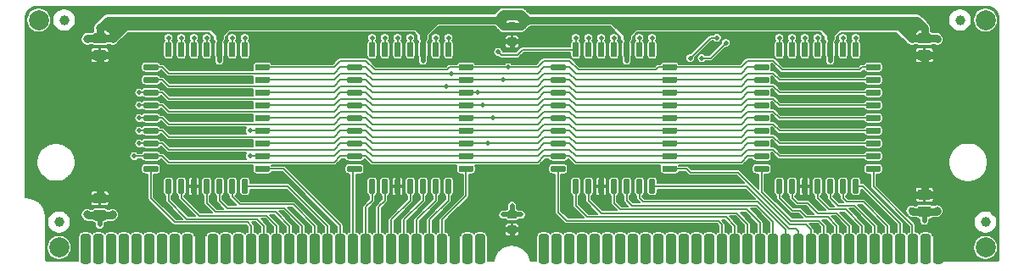
<source format=gtl>
G04 #@! TF.GenerationSoftware,KiCad,Pcbnew,(5.1.5-0-10_14)*
G04 #@! TF.CreationDate,2020-05-16T14:03:32-04:00*
G04 #@! TF.ProjectId,ROMSIMM,524f4d53-494d-44d2-9e6b-696361645f70,rev?*
G04 #@! TF.SameCoordinates,Original*
G04 #@! TF.FileFunction,Copper,L1,Top*
G04 #@! TF.FilePolarity,Positive*
%FSLAX46Y46*%
G04 Gerber Fmt 4.6, Leading zero omitted, Abs format (unit mm)*
G04 Created by KiCad (PCBNEW (5.1.5-0-10_14)) date 2020-05-16 14:03:32*
%MOMM*%
%LPD*%
G04 APERTURE LIST*
%ADD10C,0.100000*%
%ADD11C,2.000000*%
%ADD12C,1.000000*%
%ADD13C,0.508000*%
%ADD14C,0.800000*%
%ADD15C,0.762000*%
%ADD16C,0.508000*%
%ADD17C,0.800000*%
%ADD18C,0.762000*%
%ADD19C,0.152400*%
%ADD20C,0.154000*%
G04 APERTURE END LIST*
G04 #@! TA.AperFunction,ComponentPad*
D10*
G36*
X163339970Y-124589006D02*
G01*
X163380407Y-124595004D01*
X163420061Y-124604937D01*
X163458551Y-124618709D01*
X163495505Y-124636187D01*
X163530568Y-124657203D01*
X163563403Y-124681555D01*
X163593692Y-124709008D01*
X163621145Y-124739297D01*
X163645497Y-124772132D01*
X163666513Y-124807195D01*
X163683991Y-124844149D01*
X163697763Y-124882639D01*
X163707696Y-124922293D01*
X163713694Y-124962730D01*
X163715700Y-125003560D01*
X163715700Y-127218440D01*
X163713694Y-127259270D01*
X163707696Y-127299707D01*
X163697763Y-127339361D01*
X163683991Y-127377851D01*
X163666513Y-127414805D01*
X163645497Y-127449868D01*
X163621145Y-127482703D01*
X163593692Y-127512992D01*
X163563403Y-127540445D01*
X163530568Y-127564797D01*
X163495505Y-127585813D01*
X163458551Y-127603291D01*
X163420061Y-127617063D01*
X163380407Y-127626996D01*
X163339970Y-127632994D01*
X163299140Y-127635000D01*
X163090860Y-127635000D01*
X163050030Y-127632994D01*
X163009593Y-127626996D01*
X162969939Y-127617063D01*
X162931449Y-127603291D01*
X162894495Y-127585813D01*
X162859432Y-127564797D01*
X162826597Y-127540445D01*
X162796308Y-127512992D01*
X162768855Y-127482703D01*
X162744503Y-127449868D01*
X162723487Y-127414805D01*
X162706009Y-127377851D01*
X162692237Y-127339361D01*
X162682304Y-127299707D01*
X162676306Y-127259270D01*
X162674300Y-127218440D01*
X162674300Y-125003560D01*
X162676306Y-124962730D01*
X162682304Y-124922293D01*
X162692237Y-124882639D01*
X162706009Y-124844149D01*
X162723487Y-124807195D01*
X162744503Y-124772132D01*
X162768855Y-124739297D01*
X162796308Y-124709008D01*
X162826597Y-124681555D01*
X162859432Y-124657203D01*
X162894495Y-124636187D01*
X162931449Y-124618709D01*
X162969939Y-124604937D01*
X163009593Y-124595004D01*
X163050030Y-124589006D01*
X163090860Y-124587000D01*
X163299140Y-124587000D01*
X163339970Y-124589006D01*
G37*
G04 #@! TD.AperFunction*
G04 #@! TA.AperFunction,ComponentPad*
G36*
X162069970Y-124589006D02*
G01*
X162110407Y-124595004D01*
X162150061Y-124604937D01*
X162188551Y-124618709D01*
X162225505Y-124636187D01*
X162260568Y-124657203D01*
X162293403Y-124681555D01*
X162323692Y-124709008D01*
X162351145Y-124739297D01*
X162375497Y-124772132D01*
X162396513Y-124807195D01*
X162413991Y-124844149D01*
X162427763Y-124882639D01*
X162437696Y-124922293D01*
X162443694Y-124962730D01*
X162445700Y-125003560D01*
X162445700Y-127218440D01*
X162443694Y-127259270D01*
X162437696Y-127299707D01*
X162427763Y-127339361D01*
X162413991Y-127377851D01*
X162396513Y-127414805D01*
X162375497Y-127449868D01*
X162351145Y-127482703D01*
X162323692Y-127512992D01*
X162293403Y-127540445D01*
X162260568Y-127564797D01*
X162225505Y-127585813D01*
X162188551Y-127603291D01*
X162150061Y-127617063D01*
X162110407Y-127626996D01*
X162069970Y-127632994D01*
X162029140Y-127635000D01*
X161820860Y-127635000D01*
X161780030Y-127632994D01*
X161739593Y-127626996D01*
X161699939Y-127617063D01*
X161661449Y-127603291D01*
X161624495Y-127585813D01*
X161589432Y-127564797D01*
X161556597Y-127540445D01*
X161526308Y-127512992D01*
X161498855Y-127482703D01*
X161474503Y-127449868D01*
X161453487Y-127414805D01*
X161436009Y-127377851D01*
X161422237Y-127339361D01*
X161412304Y-127299707D01*
X161406306Y-127259270D01*
X161404300Y-127218440D01*
X161404300Y-125003560D01*
X161406306Y-124962730D01*
X161412304Y-124922293D01*
X161422237Y-124882639D01*
X161436009Y-124844149D01*
X161453487Y-124807195D01*
X161474503Y-124772132D01*
X161498855Y-124739297D01*
X161526308Y-124709008D01*
X161556597Y-124681555D01*
X161589432Y-124657203D01*
X161624495Y-124636187D01*
X161661449Y-124618709D01*
X161699939Y-124604937D01*
X161739593Y-124595004D01*
X161780030Y-124589006D01*
X161820860Y-124587000D01*
X162029140Y-124587000D01*
X162069970Y-124589006D01*
G37*
G04 #@! TD.AperFunction*
G04 #@! TA.AperFunction,ComponentPad*
G36*
X160799970Y-124589006D02*
G01*
X160840407Y-124595004D01*
X160880061Y-124604937D01*
X160918551Y-124618709D01*
X160955505Y-124636187D01*
X160990568Y-124657203D01*
X161023403Y-124681555D01*
X161053692Y-124709008D01*
X161081145Y-124739297D01*
X161105497Y-124772132D01*
X161126513Y-124807195D01*
X161143991Y-124844149D01*
X161157763Y-124882639D01*
X161167696Y-124922293D01*
X161173694Y-124962730D01*
X161175700Y-125003560D01*
X161175700Y-127218440D01*
X161173694Y-127259270D01*
X161167696Y-127299707D01*
X161157763Y-127339361D01*
X161143991Y-127377851D01*
X161126513Y-127414805D01*
X161105497Y-127449868D01*
X161081145Y-127482703D01*
X161053692Y-127512992D01*
X161023403Y-127540445D01*
X160990568Y-127564797D01*
X160955505Y-127585813D01*
X160918551Y-127603291D01*
X160880061Y-127617063D01*
X160840407Y-127626996D01*
X160799970Y-127632994D01*
X160759140Y-127635000D01*
X160550860Y-127635000D01*
X160510030Y-127632994D01*
X160469593Y-127626996D01*
X160429939Y-127617063D01*
X160391449Y-127603291D01*
X160354495Y-127585813D01*
X160319432Y-127564797D01*
X160286597Y-127540445D01*
X160256308Y-127512992D01*
X160228855Y-127482703D01*
X160204503Y-127449868D01*
X160183487Y-127414805D01*
X160166009Y-127377851D01*
X160152237Y-127339361D01*
X160142304Y-127299707D01*
X160136306Y-127259270D01*
X160134300Y-127218440D01*
X160134300Y-125003560D01*
X160136306Y-124962730D01*
X160142304Y-124922293D01*
X160152237Y-124882639D01*
X160166009Y-124844149D01*
X160183487Y-124807195D01*
X160204503Y-124772132D01*
X160228855Y-124739297D01*
X160256308Y-124709008D01*
X160286597Y-124681555D01*
X160319432Y-124657203D01*
X160354495Y-124636187D01*
X160391449Y-124618709D01*
X160429939Y-124604937D01*
X160469593Y-124595004D01*
X160510030Y-124589006D01*
X160550860Y-124587000D01*
X160759140Y-124587000D01*
X160799970Y-124589006D01*
G37*
G04 #@! TD.AperFunction*
G04 #@! TA.AperFunction,ComponentPad*
G36*
X159529970Y-124589006D02*
G01*
X159570407Y-124595004D01*
X159610061Y-124604937D01*
X159648551Y-124618709D01*
X159685505Y-124636187D01*
X159720568Y-124657203D01*
X159753403Y-124681555D01*
X159783692Y-124709008D01*
X159811145Y-124739297D01*
X159835497Y-124772132D01*
X159856513Y-124807195D01*
X159873991Y-124844149D01*
X159887763Y-124882639D01*
X159897696Y-124922293D01*
X159903694Y-124962730D01*
X159905700Y-125003560D01*
X159905700Y-127218440D01*
X159903694Y-127259270D01*
X159897696Y-127299707D01*
X159887763Y-127339361D01*
X159873991Y-127377851D01*
X159856513Y-127414805D01*
X159835497Y-127449868D01*
X159811145Y-127482703D01*
X159783692Y-127512992D01*
X159753403Y-127540445D01*
X159720568Y-127564797D01*
X159685505Y-127585813D01*
X159648551Y-127603291D01*
X159610061Y-127617063D01*
X159570407Y-127626996D01*
X159529970Y-127632994D01*
X159489140Y-127635000D01*
X159280860Y-127635000D01*
X159240030Y-127632994D01*
X159199593Y-127626996D01*
X159159939Y-127617063D01*
X159121449Y-127603291D01*
X159084495Y-127585813D01*
X159049432Y-127564797D01*
X159016597Y-127540445D01*
X158986308Y-127512992D01*
X158958855Y-127482703D01*
X158934503Y-127449868D01*
X158913487Y-127414805D01*
X158896009Y-127377851D01*
X158882237Y-127339361D01*
X158872304Y-127299707D01*
X158866306Y-127259270D01*
X158864300Y-127218440D01*
X158864300Y-125003560D01*
X158866306Y-124962730D01*
X158872304Y-124922293D01*
X158882237Y-124882639D01*
X158896009Y-124844149D01*
X158913487Y-124807195D01*
X158934503Y-124772132D01*
X158958855Y-124739297D01*
X158986308Y-124709008D01*
X159016597Y-124681555D01*
X159049432Y-124657203D01*
X159084495Y-124636187D01*
X159121449Y-124618709D01*
X159159939Y-124604937D01*
X159199593Y-124595004D01*
X159240030Y-124589006D01*
X159280860Y-124587000D01*
X159489140Y-124587000D01*
X159529970Y-124589006D01*
G37*
G04 #@! TD.AperFunction*
G04 #@! TA.AperFunction,ComponentPad*
G36*
X158259970Y-124589006D02*
G01*
X158300407Y-124595004D01*
X158340061Y-124604937D01*
X158378551Y-124618709D01*
X158415505Y-124636187D01*
X158450568Y-124657203D01*
X158483403Y-124681555D01*
X158513692Y-124709008D01*
X158541145Y-124739297D01*
X158565497Y-124772132D01*
X158586513Y-124807195D01*
X158603991Y-124844149D01*
X158617763Y-124882639D01*
X158627696Y-124922293D01*
X158633694Y-124962730D01*
X158635700Y-125003560D01*
X158635700Y-127218440D01*
X158633694Y-127259270D01*
X158627696Y-127299707D01*
X158617763Y-127339361D01*
X158603991Y-127377851D01*
X158586513Y-127414805D01*
X158565497Y-127449868D01*
X158541145Y-127482703D01*
X158513692Y-127512992D01*
X158483403Y-127540445D01*
X158450568Y-127564797D01*
X158415505Y-127585813D01*
X158378551Y-127603291D01*
X158340061Y-127617063D01*
X158300407Y-127626996D01*
X158259970Y-127632994D01*
X158219140Y-127635000D01*
X158010860Y-127635000D01*
X157970030Y-127632994D01*
X157929593Y-127626996D01*
X157889939Y-127617063D01*
X157851449Y-127603291D01*
X157814495Y-127585813D01*
X157779432Y-127564797D01*
X157746597Y-127540445D01*
X157716308Y-127512992D01*
X157688855Y-127482703D01*
X157664503Y-127449868D01*
X157643487Y-127414805D01*
X157626009Y-127377851D01*
X157612237Y-127339361D01*
X157602304Y-127299707D01*
X157596306Y-127259270D01*
X157594300Y-127218440D01*
X157594300Y-125003560D01*
X157596306Y-124962730D01*
X157602304Y-124922293D01*
X157612237Y-124882639D01*
X157626009Y-124844149D01*
X157643487Y-124807195D01*
X157664503Y-124772132D01*
X157688855Y-124739297D01*
X157716308Y-124709008D01*
X157746597Y-124681555D01*
X157779432Y-124657203D01*
X157814495Y-124636187D01*
X157851449Y-124618709D01*
X157889939Y-124604937D01*
X157929593Y-124595004D01*
X157970030Y-124589006D01*
X158010860Y-124587000D01*
X158219140Y-124587000D01*
X158259970Y-124589006D01*
G37*
G04 #@! TD.AperFunction*
G04 #@! TA.AperFunction,ComponentPad*
G36*
X156989970Y-124589006D02*
G01*
X157030407Y-124595004D01*
X157070061Y-124604937D01*
X157108551Y-124618709D01*
X157145505Y-124636187D01*
X157180568Y-124657203D01*
X157213403Y-124681555D01*
X157243692Y-124709008D01*
X157271145Y-124739297D01*
X157295497Y-124772132D01*
X157316513Y-124807195D01*
X157333991Y-124844149D01*
X157347763Y-124882639D01*
X157357696Y-124922293D01*
X157363694Y-124962730D01*
X157365700Y-125003560D01*
X157365700Y-127218440D01*
X157363694Y-127259270D01*
X157357696Y-127299707D01*
X157347763Y-127339361D01*
X157333991Y-127377851D01*
X157316513Y-127414805D01*
X157295497Y-127449868D01*
X157271145Y-127482703D01*
X157243692Y-127512992D01*
X157213403Y-127540445D01*
X157180568Y-127564797D01*
X157145505Y-127585813D01*
X157108551Y-127603291D01*
X157070061Y-127617063D01*
X157030407Y-127626996D01*
X156989970Y-127632994D01*
X156949140Y-127635000D01*
X156740860Y-127635000D01*
X156700030Y-127632994D01*
X156659593Y-127626996D01*
X156619939Y-127617063D01*
X156581449Y-127603291D01*
X156544495Y-127585813D01*
X156509432Y-127564797D01*
X156476597Y-127540445D01*
X156446308Y-127512992D01*
X156418855Y-127482703D01*
X156394503Y-127449868D01*
X156373487Y-127414805D01*
X156356009Y-127377851D01*
X156342237Y-127339361D01*
X156332304Y-127299707D01*
X156326306Y-127259270D01*
X156324300Y-127218440D01*
X156324300Y-125003560D01*
X156326306Y-124962730D01*
X156332304Y-124922293D01*
X156342237Y-124882639D01*
X156356009Y-124844149D01*
X156373487Y-124807195D01*
X156394503Y-124772132D01*
X156418855Y-124739297D01*
X156446308Y-124709008D01*
X156476597Y-124681555D01*
X156509432Y-124657203D01*
X156544495Y-124636187D01*
X156581449Y-124618709D01*
X156619939Y-124604937D01*
X156659593Y-124595004D01*
X156700030Y-124589006D01*
X156740860Y-124587000D01*
X156949140Y-124587000D01*
X156989970Y-124589006D01*
G37*
G04 #@! TD.AperFunction*
G04 #@! TA.AperFunction,ComponentPad*
G36*
X155719970Y-124589006D02*
G01*
X155760407Y-124595004D01*
X155800061Y-124604937D01*
X155838551Y-124618709D01*
X155875505Y-124636187D01*
X155910568Y-124657203D01*
X155943403Y-124681555D01*
X155973692Y-124709008D01*
X156001145Y-124739297D01*
X156025497Y-124772132D01*
X156046513Y-124807195D01*
X156063991Y-124844149D01*
X156077763Y-124882639D01*
X156087696Y-124922293D01*
X156093694Y-124962730D01*
X156095700Y-125003560D01*
X156095700Y-127218440D01*
X156093694Y-127259270D01*
X156087696Y-127299707D01*
X156077763Y-127339361D01*
X156063991Y-127377851D01*
X156046513Y-127414805D01*
X156025497Y-127449868D01*
X156001145Y-127482703D01*
X155973692Y-127512992D01*
X155943403Y-127540445D01*
X155910568Y-127564797D01*
X155875505Y-127585813D01*
X155838551Y-127603291D01*
X155800061Y-127617063D01*
X155760407Y-127626996D01*
X155719970Y-127632994D01*
X155679140Y-127635000D01*
X155470860Y-127635000D01*
X155430030Y-127632994D01*
X155389593Y-127626996D01*
X155349939Y-127617063D01*
X155311449Y-127603291D01*
X155274495Y-127585813D01*
X155239432Y-127564797D01*
X155206597Y-127540445D01*
X155176308Y-127512992D01*
X155148855Y-127482703D01*
X155124503Y-127449868D01*
X155103487Y-127414805D01*
X155086009Y-127377851D01*
X155072237Y-127339361D01*
X155062304Y-127299707D01*
X155056306Y-127259270D01*
X155054300Y-127218440D01*
X155054300Y-125003560D01*
X155056306Y-124962730D01*
X155062304Y-124922293D01*
X155072237Y-124882639D01*
X155086009Y-124844149D01*
X155103487Y-124807195D01*
X155124503Y-124772132D01*
X155148855Y-124739297D01*
X155176308Y-124709008D01*
X155206597Y-124681555D01*
X155239432Y-124657203D01*
X155274495Y-124636187D01*
X155311449Y-124618709D01*
X155349939Y-124604937D01*
X155389593Y-124595004D01*
X155430030Y-124589006D01*
X155470860Y-124587000D01*
X155679140Y-124587000D01*
X155719970Y-124589006D01*
G37*
G04 #@! TD.AperFunction*
G04 #@! TA.AperFunction,ComponentPad*
G36*
X154449970Y-124589006D02*
G01*
X154490407Y-124595004D01*
X154530061Y-124604937D01*
X154568551Y-124618709D01*
X154605505Y-124636187D01*
X154640568Y-124657203D01*
X154673403Y-124681555D01*
X154703692Y-124709008D01*
X154731145Y-124739297D01*
X154755497Y-124772132D01*
X154776513Y-124807195D01*
X154793991Y-124844149D01*
X154807763Y-124882639D01*
X154817696Y-124922293D01*
X154823694Y-124962730D01*
X154825700Y-125003560D01*
X154825700Y-127218440D01*
X154823694Y-127259270D01*
X154817696Y-127299707D01*
X154807763Y-127339361D01*
X154793991Y-127377851D01*
X154776513Y-127414805D01*
X154755497Y-127449868D01*
X154731145Y-127482703D01*
X154703692Y-127512992D01*
X154673403Y-127540445D01*
X154640568Y-127564797D01*
X154605505Y-127585813D01*
X154568551Y-127603291D01*
X154530061Y-127617063D01*
X154490407Y-127626996D01*
X154449970Y-127632994D01*
X154409140Y-127635000D01*
X154200860Y-127635000D01*
X154160030Y-127632994D01*
X154119593Y-127626996D01*
X154079939Y-127617063D01*
X154041449Y-127603291D01*
X154004495Y-127585813D01*
X153969432Y-127564797D01*
X153936597Y-127540445D01*
X153906308Y-127512992D01*
X153878855Y-127482703D01*
X153854503Y-127449868D01*
X153833487Y-127414805D01*
X153816009Y-127377851D01*
X153802237Y-127339361D01*
X153792304Y-127299707D01*
X153786306Y-127259270D01*
X153784300Y-127218440D01*
X153784300Y-125003560D01*
X153786306Y-124962730D01*
X153792304Y-124922293D01*
X153802237Y-124882639D01*
X153816009Y-124844149D01*
X153833487Y-124807195D01*
X153854503Y-124772132D01*
X153878855Y-124739297D01*
X153906308Y-124709008D01*
X153936597Y-124681555D01*
X153969432Y-124657203D01*
X154004495Y-124636187D01*
X154041449Y-124618709D01*
X154079939Y-124604937D01*
X154119593Y-124595004D01*
X154160030Y-124589006D01*
X154200860Y-124587000D01*
X154409140Y-124587000D01*
X154449970Y-124589006D01*
G37*
G04 #@! TD.AperFunction*
G04 #@! TA.AperFunction,ComponentPad*
G36*
X153179970Y-124589006D02*
G01*
X153220407Y-124595004D01*
X153260061Y-124604937D01*
X153298551Y-124618709D01*
X153335505Y-124636187D01*
X153370568Y-124657203D01*
X153403403Y-124681555D01*
X153433692Y-124709008D01*
X153461145Y-124739297D01*
X153485497Y-124772132D01*
X153506513Y-124807195D01*
X153523991Y-124844149D01*
X153537763Y-124882639D01*
X153547696Y-124922293D01*
X153553694Y-124962730D01*
X153555700Y-125003560D01*
X153555700Y-127218440D01*
X153553694Y-127259270D01*
X153547696Y-127299707D01*
X153537763Y-127339361D01*
X153523991Y-127377851D01*
X153506513Y-127414805D01*
X153485497Y-127449868D01*
X153461145Y-127482703D01*
X153433692Y-127512992D01*
X153403403Y-127540445D01*
X153370568Y-127564797D01*
X153335505Y-127585813D01*
X153298551Y-127603291D01*
X153260061Y-127617063D01*
X153220407Y-127626996D01*
X153179970Y-127632994D01*
X153139140Y-127635000D01*
X152930860Y-127635000D01*
X152890030Y-127632994D01*
X152849593Y-127626996D01*
X152809939Y-127617063D01*
X152771449Y-127603291D01*
X152734495Y-127585813D01*
X152699432Y-127564797D01*
X152666597Y-127540445D01*
X152636308Y-127512992D01*
X152608855Y-127482703D01*
X152584503Y-127449868D01*
X152563487Y-127414805D01*
X152546009Y-127377851D01*
X152532237Y-127339361D01*
X152522304Y-127299707D01*
X152516306Y-127259270D01*
X152514300Y-127218440D01*
X152514300Y-125003560D01*
X152516306Y-124962730D01*
X152522304Y-124922293D01*
X152532237Y-124882639D01*
X152546009Y-124844149D01*
X152563487Y-124807195D01*
X152584503Y-124772132D01*
X152608855Y-124739297D01*
X152636308Y-124709008D01*
X152666597Y-124681555D01*
X152699432Y-124657203D01*
X152734495Y-124636187D01*
X152771449Y-124618709D01*
X152809939Y-124604937D01*
X152849593Y-124595004D01*
X152890030Y-124589006D01*
X152930860Y-124587000D01*
X153139140Y-124587000D01*
X153179970Y-124589006D01*
G37*
G04 #@! TD.AperFunction*
G04 #@! TA.AperFunction,ComponentPad*
G36*
X151909970Y-124589006D02*
G01*
X151950407Y-124595004D01*
X151990061Y-124604937D01*
X152028551Y-124618709D01*
X152065505Y-124636187D01*
X152100568Y-124657203D01*
X152133403Y-124681555D01*
X152163692Y-124709008D01*
X152191145Y-124739297D01*
X152215497Y-124772132D01*
X152236513Y-124807195D01*
X152253991Y-124844149D01*
X152267763Y-124882639D01*
X152277696Y-124922293D01*
X152283694Y-124962730D01*
X152285700Y-125003560D01*
X152285700Y-127218440D01*
X152283694Y-127259270D01*
X152277696Y-127299707D01*
X152267763Y-127339361D01*
X152253991Y-127377851D01*
X152236513Y-127414805D01*
X152215497Y-127449868D01*
X152191145Y-127482703D01*
X152163692Y-127512992D01*
X152133403Y-127540445D01*
X152100568Y-127564797D01*
X152065505Y-127585813D01*
X152028551Y-127603291D01*
X151990061Y-127617063D01*
X151950407Y-127626996D01*
X151909970Y-127632994D01*
X151869140Y-127635000D01*
X151660860Y-127635000D01*
X151620030Y-127632994D01*
X151579593Y-127626996D01*
X151539939Y-127617063D01*
X151501449Y-127603291D01*
X151464495Y-127585813D01*
X151429432Y-127564797D01*
X151396597Y-127540445D01*
X151366308Y-127512992D01*
X151338855Y-127482703D01*
X151314503Y-127449868D01*
X151293487Y-127414805D01*
X151276009Y-127377851D01*
X151262237Y-127339361D01*
X151252304Y-127299707D01*
X151246306Y-127259270D01*
X151244300Y-127218440D01*
X151244300Y-125003560D01*
X151246306Y-124962730D01*
X151252304Y-124922293D01*
X151262237Y-124882639D01*
X151276009Y-124844149D01*
X151293487Y-124807195D01*
X151314503Y-124772132D01*
X151338855Y-124739297D01*
X151366308Y-124709008D01*
X151396597Y-124681555D01*
X151429432Y-124657203D01*
X151464495Y-124636187D01*
X151501449Y-124618709D01*
X151539939Y-124604937D01*
X151579593Y-124595004D01*
X151620030Y-124589006D01*
X151660860Y-124587000D01*
X151869140Y-124587000D01*
X151909970Y-124589006D01*
G37*
G04 #@! TD.AperFunction*
G04 #@! TA.AperFunction,ComponentPad*
G36*
X150639970Y-124589006D02*
G01*
X150680407Y-124595004D01*
X150720061Y-124604937D01*
X150758551Y-124618709D01*
X150795505Y-124636187D01*
X150830568Y-124657203D01*
X150863403Y-124681555D01*
X150893692Y-124709008D01*
X150921145Y-124739297D01*
X150945497Y-124772132D01*
X150966513Y-124807195D01*
X150983991Y-124844149D01*
X150997763Y-124882639D01*
X151007696Y-124922293D01*
X151013694Y-124962730D01*
X151015700Y-125003560D01*
X151015700Y-127218440D01*
X151013694Y-127259270D01*
X151007696Y-127299707D01*
X150997763Y-127339361D01*
X150983991Y-127377851D01*
X150966513Y-127414805D01*
X150945497Y-127449868D01*
X150921145Y-127482703D01*
X150893692Y-127512992D01*
X150863403Y-127540445D01*
X150830568Y-127564797D01*
X150795505Y-127585813D01*
X150758551Y-127603291D01*
X150720061Y-127617063D01*
X150680407Y-127626996D01*
X150639970Y-127632994D01*
X150599140Y-127635000D01*
X150390860Y-127635000D01*
X150350030Y-127632994D01*
X150309593Y-127626996D01*
X150269939Y-127617063D01*
X150231449Y-127603291D01*
X150194495Y-127585813D01*
X150159432Y-127564797D01*
X150126597Y-127540445D01*
X150096308Y-127512992D01*
X150068855Y-127482703D01*
X150044503Y-127449868D01*
X150023487Y-127414805D01*
X150006009Y-127377851D01*
X149992237Y-127339361D01*
X149982304Y-127299707D01*
X149976306Y-127259270D01*
X149974300Y-127218440D01*
X149974300Y-125003560D01*
X149976306Y-124962730D01*
X149982304Y-124922293D01*
X149992237Y-124882639D01*
X150006009Y-124844149D01*
X150023487Y-124807195D01*
X150044503Y-124772132D01*
X150068855Y-124739297D01*
X150096308Y-124709008D01*
X150126597Y-124681555D01*
X150159432Y-124657203D01*
X150194495Y-124636187D01*
X150231449Y-124618709D01*
X150269939Y-124604937D01*
X150309593Y-124595004D01*
X150350030Y-124589006D01*
X150390860Y-124587000D01*
X150599140Y-124587000D01*
X150639970Y-124589006D01*
G37*
G04 #@! TD.AperFunction*
G04 #@! TA.AperFunction,ComponentPad*
G36*
X149369970Y-124589006D02*
G01*
X149410407Y-124595004D01*
X149450061Y-124604937D01*
X149488551Y-124618709D01*
X149525505Y-124636187D01*
X149560568Y-124657203D01*
X149593403Y-124681555D01*
X149623692Y-124709008D01*
X149651145Y-124739297D01*
X149675497Y-124772132D01*
X149696513Y-124807195D01*
X149713991Y-124844149D01*
X149727763Y-124882639D01*
X149737696Y-124922293D01*
X149743694Y-124962730D01*
X149745700Y-125003560D01*
X149745700Y-127218440D01*
X149743694Y-127259270D01*
X149737696Y-127299707D01*
X149727763Y-127339361D01*
X149713991Y-127377851D01*
X149696513Y-127414805D01*
X149675497Y-127449868D01*
X149651145Y-127482703D01*
X149623692Y-127512992D01*
X149593403Y-127540445D01*
X149560568Y-127564797D01*
X149525505Y-127585813D01*
X149488551Y-127603291D01*
X149450061Y-127617063D01*
X149410407Y-127626996D01*
X149369970Y-127632994D01*
X149329140Y-127635000D01*
X149120860Y-127635000D01*
X149080030Y-127632994D01*
X149039593Y-127626996D01*
X148999939Y-127617063D01*
X148961449Y-127603291D01*
X148924495Y-127585813D01*
X148889432Y-127564797D01*
X148856597Y-127540445D01*
X148826308Y-127512992D01*
X148798855Y-127482703D01*
X148774503Y-127449868D01*
X148753487Y-127414805D01*
X148736009Y-127377851D01*
X148722237Y-127339361D01*
X148712304Y-127299707D01*
X148706306Y-127259270D01*
X148704300Y-127218440D01*
X148704300Y-125003560D01*
X148706306Y-124962730D01*
X148712304Y-124922293D01*
X148722237Y-124882639D01*
X148736009Y-124844149D01*
X148753487Y-124807195D01*
X148774503Y-124772132D01*
X148798855Y-124739297D01*
X148826308Y-124709008D01*
X148856597Y-124681555D01*
X148889432Y-124657203D01*
X148924495Y-124636187D01*
X148961449Y-124618709D01*
X148999939Y-124604937D01*
X149039593Y-124595004D01*
X149080030Y-124589006D01*
X149120860Y-124587000D01*
X149329140Y-124587000D01*
X149369970Y-124589006D01*
G37*
G04 #@! TD.AperFunction*
G04 #@! TA.AperFunction,ComponentPad*
G36*
X148099970Y-124589006D02*
G01*
X148140407Y-124595004D01*
X148180061Y-124604937D01*
X148218551Y-124618709D01*
X148255505Y-124636187D01*
X148290568Y-124657203D01*
X148323403Y-124681555D01*
X148353692Y-124709008D01*
X148381145Y-124739297D01*
X148405497Y-124772132D01*
X148426513Y-124807195D01*
X148443991Y-124844149D01*
X148457763Y-124882639D01*
X148467696Y-124922293D01*
X148473694Y-124962730D01*
X148475700Y-125003560D01*
X148475700Y-127218440D01*
X148473694Y-127259270D01*
X148467696Y-127299707D01*
X148457763Y-127339361D01*
X148443991Y-127377851D01*
X148426513Y-127414805D01*
X148405497Y-127449868D01*
X148381145Y-127482703D01*
X148353692Y-127512992D01*
X148323403Y-127540445D01*
X148290568Y-127564797D01*
X148255505Y-127585813D01*
X148218551Y-127603291D01*
X148180061Y-127617063D01*
X148140407Y-127626996D01*
X148099970Y-127632994D01*
X148059140Y-127635000D01*
X147850860Y-127635000D01*
X147810030Y-127632994D01*
X147769593Y-127626996D01*
X147729939Y-127617063D01*
X147691449Y-127603291D01*
X147654495Y-127585813D01*
X147619432Y-127564797D01*
X147586597Y-127540445D01*
X147556308Y-127512992D01*
X147528855Y-127482703D01*
X147504503Y-127449868D01*
X147483487Y-127414805D01*
X147466009Y-127377851D01*
X147452237Y-127339361D01*
X147442304Y-127299707D01*
X147436306Y-127259270D01*
X147434300Y-127218440D01*
X147434300Y-125003560D01*
X147436306Y-124962730D01*
X147442304Y-124922293D01*
X147452237Y-124882639D01*
X147466009Y-124844149D01*
X147483487Y-124807195D01*
X147504503Y-124772132D01*
X147528855Y-124739297D01*
X147556308Y-124709008D01*
X147586597Y-124681555D01*
X147619432Y-124657203D01*
X147654495Y-124636187D01*
X147691449Y-124618709D01*
X147729939Y-124604937D01*
X147769593Y-124595004D01*
X147810030Y-124589006D01*
X147850860Y-124587000D01*
X148059140Y-124587000D01*
X148099970Y-124589006D01*
G37*
G04 #@! TD.AperFunction*
G04 #@! TA.AperFunction,ComponentPad*
G36*
X146829970Y-124589006D02*
G01*
X146870407Y-124595004D01*
X146910061Y-124604937D01*
X146948551Y-124618709D01*
X146985505Y-124636187D01*
X147020568Y-124657203D01*
X147053403Y-124681555D01*
X147083692Y-124709008D01*
X147111145Y-124739297D01*
X147135497Y-124772132D01*
X147156513Y-124807195D01*
X147173991Y-124844149D01*
X147187763Y-124882639D01*
X147197696Y-124922293D01*
X147203694Y-124962730D01*
X147205700Y-125003560D01*
X147205700Y-127218440D01*
X147203694Y-127259270D01*
X147197696Y-127299707D01*
X147187763Y-127339361D01*
X147173991Y-127377851D01*
X147156513Y-127414805D01*
X147135497Y-127449868D01*
X147111145Y-127482703D01*
X147083692Y-127512992D01*
X147053403Y-127540445D01*
X147020568Y-127564797D01*
X146985505Y-127585813D01*
X146948551Y-127603291D01*
X146910061Y-127617063D01*
X146870407Y-127626996D01*
X146829970Y-127632994D01*
X146789140Y-127635000D01*
X146580860Y-127635000D01*
X146540030Y-127632994D01*
X146499593Y-127626996D01*
X146459939Y-127617063D01*
X146421449Y-127603291D01*
X146384495Y-127585813D01*
X146349432Y-127564797D01*
X146316597Y-127540445D01*
X146286308Y-127512992D01*
X146258855Y-127482703D01*
X146234503Y-127449868D01*
X146213487Y-127414805D01*
X146196009Y-127377851D01*
X146182237Y-127339361D01*
X146172304Y-127299707D01*
X146166306Y-127259270D01*
X146164300Y-127218440D01*
X146164300Y-125003560D01*
X146166306Y-124962730D01*
X146172304Y-124922293D01*
X146182237Y-124882639D01*
X146196009Y-124844149D01*
X146213487Y-124807195D01*
X146234503Y-124772132D01*
X146258855Y-124739297D01*
X146286308Y-124709008D01*
X146316597Y-124681555D01*
X146349432Y-124657203D01*
X146384495Y-124636187D01*
X146421449Y-124618709D01*
X146459939Y-124604937D01*
X146499593Y-124595004D01*
X146540030Y-124589006D01*
X146580860Y-124587000D01*
X146789140Y-124587000D01*
X146829970Y-124589006D01*
G37*
G04 #@! TD.AperFunction*
G04 #@! TA.AperFunction,ComponentPad*
G36*
X145559970Y-124589006D02*
G01*
X145600407Y-124595004D01*
X145640061Y-124604937D01*
X145678551Y-124618709D01*
X145715505Y-124636187D01*
X145750568Y-124657203D01*
X145783403Y-124681555D01*
X145813692Y-124709008D01*
X145841145Y-124739297D01*
X145865497Y-124772132D01*
X145886513Y-124807195D01*
X145903991Y-124844149D01*
X145917763Y-124882639D01*
X145927696Y-124922293D01*
X145933694Y-124962730D01*
X145935700Y-125003560D01*
X145935700Y-127218440D01*
X145933694Y-127259270D01*
X145927696Y-127299707D01*
X145917763Y-127339361D01*
X145903991Y-127377851D01*
X145886513Y-127414805D01*
X145865497Y-127449868D01*
X145841145Y-127482703D01*
X145813692Y-127512992D01*
X145783403Y-127540445D01*
X145750568Y-127564797D01*
X145715505Y-127585813D01*
X145678551Y-127603291D01*
X145640061Y-127617063D01*
X145600407Y-127626996D01*
X145559970Y-127632994D01*
X145519140Y-127635000D01*
X145310860Y-127635000D01*
X145270030Y-127632994D01*
X145229593Y-127626996D01*
X145189939Y-127617063D01*
X145151449Y-127603291D01*
X145114495Y-127585813D01*
X145079432Y-127564797D01*
X145046597Y-127540445D01*
X145016308Y-127512992D01*
X144988855Y-127482703D01*
X144964503Y-127449868D01*
X144943487Y-127414805D01*
X144926009Y-127377851D01*
X144912237Y-127339361D01*
X144902304Y-127299707D01*
X144896306Y-127259270D01*
X144894300Y-127218440D01*
X144894300Y-125003560D01*
X144896306Y-124962730D01*
X144902304Y-124922293D01*
X144912237Y-124882639D01*
X144926009Y-124844149D01*
X144943487Y-124807195D01*
X144964503Y-124772132D01*
X144988855Y-124739297D01*
X145016308Y-124709008D01*
X145046597Y-124681555D01*
X145079432Y-124657203D01*
X145114495Y-124636187D01*
X145151449Y-124618709D01*
X145189939Y-124604937D01*
X145229593Y-124595004D01*
X145270030Y-124589006D01*
X145310860Y-124587000D01*
X145519140Y-124587000D01*
X145559970Y-124589006D01*
G37*
G04 #@! TD.AperFunction*
G04 #@! TA.AperFunction,ComponentPad*
G36*
X144289970Y-124589006D02*
G01*
X144330407Y-124595004D01*
X144370061Y-124604937D01*
X144408551Y-124618709D01*
X144445505Y-124636187D01*
X144480568Y-124657203D01*
X144513403Y-124681555D01*
X144543692Y-124709008D01*
X144571145Y-124739297D01*
X144595497Y-124772132D01*
X144616513Y-124807195D01*
X144633991Y-124844149D01*
X144647763Y-124882639D01*
X144657696Y-124922293D01*
X144663694Y-124962730D01*
X144665700Y-125003560D01*
X144665700Y-127218440D01*
X144663694Y-127259270D01*
X144657696Y-127299707D01*
X144647763Y-127339361D01*
X144633991Y-127377851D01*
X144616513Y-127414805D01*
X144595497Y-127449868D01*
X144571145Y-127482703D01*
X144543692Y-127512992D01*
X144513403Y-127540445D01*
X144480568Y-127564797D01*
X144445505Y-127585813D01*
X144408551Y-127603291D01*
X144370061Y-127617063D01*
X144330407Y-127626996D01*
X144289970Y-127632994D01*
X144249140Y-127635000D01*
X144040860Y-127635000D01*
X144000030Y-127632994D01*
X143959593Y-127626996D01*
X143919939Y-127617063D01*
X143881449Y-127603291D01*
X143844495Y-127585813D01*
X143809432Y-127564797D01*
X143776597Y-127540445D01*
X143746308Y-127512992D01*
X143718855Y-127482703D01*
X143694503Y-127449868D01*
X143673487Y-127414805D01*
X143656009Y-127377851D01*
X143642237Y-127339361D01*
X143632304Y-127299707D01*
X143626306Y-127259270D01*
X143624300Y-127218440D01*
X143624300Y-125003560D01*
X143626306Y-124962730D01*
X143632304Y-124922293D01*
X143642237Y-124882639D01*
X143656009Y-124844149D01*
X143673487Y-124807195D01*
X143694503Y-124772132D01*
X143718855Y-124739297D01*
X143746308Y-124709008D01*
X143776597Y-124681555D01*
X143809432Y-124657203D01*
X143844495Y-124636187D01*
X143881449Y-124618709D01*
X143919939Y-124604937D01*
X143959593Y-124595004D01*
X144000030Y-124589006D01*
X144040860Y-124587000D01*
X144249140Y-124587000D01*
X144289970Y-124589006D01*
G37*
G04 #@! TD.AperFunction*
G04 #@! TA.AperFunction,ComponentPad*
G36*
X143019970Y-124589006D02*
G01*
X143060407Y-124595004D01*
X143100061Y-124604937D01*
X143138551Y-124618709D01*
X143175505Y-124636187D01*
X143210568Y-124657203D01*
X143243403Y-124681555D01*
X143273692Y-124709008D01*
X143301145Y-124739297D01*
X143325497Y-124772132D01*
X143346513Y-124807195D01*
X143363991Y-124844149D01*
X143377763Y-124882639D01*
X143387696Y-124922293D01*
X143393694Y-124962730D01*
X143395700Y-125003560D01*
X143395700Y-127218440D01*
X143393694Y-127259270D01*
X143387696Y-127299707D01*
X143377763Y-127339361D01*
X143363991Y-127377851D01*
X143346513Y-127414805D01*
X143325497Y-127449868D01*
X143301145Y-127482703D01*
X143273692Y-127512992D01*
X143243403Y-127540445D01*
X143210568Y-127564797D01*
X143175505Y-127585813D01*
X143138551Y-127603291D01*
X143100061Y-127617063D01*
X143060407Y-127626996D01*
X143019970Y-127632994D01*
X142979140Y-127635000D01*
X142770860Y-127635000D01*
X142730030Y-127632994D01*
X142689593Y-127626996D01*
X142649939Y-127617063D01*
X142611449Y-127603291D01*
X142574495Y-127585813D01*
X142539432Y-127564797D01*
X142506597Y-127540445D01*
X142476308Y-127512992D01*
X142448855Y-127482703D01*
X142424503Y-127449868D01*
X142403487Y-127414805D01*
X142386009Y-127377851D01*
X142372237Y-127339361D01*
X142362304Y-127299707D01*
X142356306Y-127259270D01*
X142354300Y-127218440D01*
X142354300Y-125003560D01*
X142356306Y-124962730D01*
X142362304Y-124922293D01*
X142372237Y-124882639D01*
X142386009Y-124844149D01*
X142403487Y-124807195D01*
X142424503Y-124772132D01*
X142448855Y-124739297D01*
X142476308Y-124709008D01*
X142506597Y-124681555D01*
X142539432Y-124657203D01*
X142574495Y-124636187D01*
X142611449Y-124618709D01*
X142649939Y-124604937D01*
X142689593Y-124595004D01*
X142730030Y-124589006D01*
X142770860Y-124587000D01*
X142979140Y-124587000D01*
X143019970Y-124589006D01*
G37*
G04 #@! TD.AperFunction*
G04 #@! TA.AperFunction,ComponentPad*
G36*
X141749970Y-124589006D02*
G01*
X141790407Y-124595004D01*
X141830061Y-124604937D01*
X141868551Y-124618709D01*
X141905505Y-124636187D01*
X141940568Y-124657203D01*
X141973403Y-124681555D01*
X142003692Y-124709008D01*
X142031145Y-124739297D01*
X142055497Y-124772132D01*
X142076513Y-124807195D01*
X142093991Y-124844149D01*
X142107763Y-124882639D01*
X142117696Y-124922293D01*
X142123694Y-124962730D01*
X142125700Y-125003560D01*
X142125700Y-127218440D01*
X142123694Y-127259270D01*
X142117696Y-127299707D01*
X142107763Y-127339361D01*
X142093991Y-127377851D01*
X142076513Y-127414805D01*
X142055497Y-127449868D01*
X142031145Y-127482703D01*
X142003692Y-127512992D01*
X141973403Y-127540445D01*
X141940568Y-127564797D01*
X141905505Y-127585813D01*
X141868551Y-127603291D01*
X141830061Y-127617063D01*
X141790407Y-127626996D01*
X141749970Y-127632994D01*
X141709140Y-127635000D01*
X141500860Y-127635000D01*
X141460030Y-127632994D01*
X141419593Y-127626996D01*
X141379939Y-127617063D01*
X141341449Y-127603291D01*
X141304495Y-127585813D01*
X141269432Y-127564797D01*
X141236597Y-127540445D01*
X141206308Y-127512992D01*
X141178855Y-127482703D01*
X141154503Y-127449868D01*
X141133487Y-127414805D01*
X141116009Y-127377851D01*
X141102237Y-127339361D01*
X141092304Y-127299707D01*
X141086306Y-127259270D01*
X141084300Y-127218440D01*
X141084300Y-125003560D01*
X141086306Y-124962730D01*
X141092304Y-124922293D01*
X141102237Y-124882639D01*
X141116009Y-124844149D01*
X141133487Y-124807195D01*
X141154503Y-124772132D01*
X141178855Y-124739297D01*
X141206308Y-124709008D01*
X141236597Y-124681555D01*
X141269432Y-124657203D01*
X141304495Y-124636187D01*
X141341449Y-124618709D01*
X141379939Y-124604937D01*
X141419593Y-124595004D01*
X141460030Y-124589006D01*
X141500860Y-124587000D01*
X141709140Y-124587000D01*
X141749970Y-124589006D01*
G37*
G04 #@! TD.AperFunction*
G04 #@! TA.AperFunction,ComponentPad*
G36*
X140479970Y-124589006D02*
G01*
X140520407Y-124595004D01*
X140560061Y-124604937D01*
X140598551Y-124618709D01*
X140635505Y-124636187D01*
X140670568Y-124657203D01*
X140703403Y-124681555D01*
X140733692Y-124709008D01*
X140761145Y-124739297D01*
X140785497Y-124772132D01*
X140806513Y-124807195D01*
X140823991Y-124844149D01*
X140837763Y-124882639D01*
X140847696Y-124922293D01*
X140853694Y-124962730D01*
X140855700Y-125003560D01*
X140855700Y-127218440D01*
X140853694Y-127259270D01*
X140847696Y-127299707D01*
X140837763Y-127339361D01*
X140823991Y-127377851D01*
X140806513Y-127414805D01*
X140785497Y-127449868D01*
X140761145Y-127482703D01*
X140733692Y-127512992D01*
X140703403Y-127540445D01*
X140670568Y-127564797D01*
X140635505Y-127585813D01*
X140598551Y-127603291D01*
X140560061Y-127617063D01*
X140520407Y-127626996D01*
X140479970Y-127632994D01*
X140439140Y-127635000D01*
X140230860Y-127635000D01*
X140190030Y-127632994D01*
X140149593Y-127626996D01*
X140109939Y-127617063D01*
X140071449Y-127603291D01*
X140034495Y-127585813D01*
X139999432Y-127564797D01*
X139966597Y-127540445D01*
X139936308Y-127512992D01*
X139908855Y-127482703D01*
X139884503Y-127449868D01*
X139863487Y-127414805D01*
X139846009Y-127377851D01*
X139832237Y-127339361D01*
X139822304Y-127299707D01*
X139816306Y-127259270D01*
X139814300Y-127218440D01*
X139814300Y-125003560D01*
X139816306Y-124962730D01*
X139822304Y-124922293D01*
X139832237Y-124882639D01*
X139846009Y-124844149D01*
X139863487Y-124807195D01*
X139884503Y-124772132D01*
X139908855Y-124739297D01*
X139936308Y-124709008D01*
X139966597Y-124681555D01*
X139999432Y-124657203D01*
X140034495Y-124636187D01*
X140071449Y-124618709D01*
X140109939Y-124604937D01*
X140149593Y-124595004D01*
X140190030Y-124589006D01*
X140230860Y-124587000D01*
X140439140Y-124587000D01*
X140479970Y-124589006D01*
G37*
G04 #@! TD.AperFunction*
G04 #@! TA.AperFunction,ComponentPad*
G36*
X139209970Y-124589006D02*
G01*
X139250407Y-124595004D01*
X139290061Y-124604937D01*
X139328551Y-124618709D01*
X139365505Y-124636187D01*
X139400568Y-124657203D01*
X139433403Y-124681555D01*
X139463692Y-124709008D01*
X139491145Y-124739297D01*
X139515497Y-124772132D01*
X139536513Y-124807195D01*
X139553991Y-124844149D01*
X139567763Y-124882639D01*
X139577696Y-124922293D01*
X139583694Y-124962730D01*
X139585700Y-125003560D01*
X139585700Y-127218440D01*
X139583694Y-127259270D01*
X139577696Y-127299707D01*
X139567763Y-127339361D01*
X139553991Y-127377851D01*
X139536513Y-127414805D01*
X139515497Y-127449868D01*
X139491145Y-127482703D01*
X139463692Y-127512992D01*
X139433403Y-127540445D01*
X139400568Y-127564797D01*
X139365505Y-127585813D01*
X139328551Y-127603291D01*
X139290061Y-127617063D01*
X139250407Y-127626996D01*
X139209970Y-127632994D01*
X139169140Y-127635000D01*
X138960860Y-127635000D01*
X138920030Y-127632994D01*
X138879593Y-127626996D01*
X138839939Y-127617063D01*
X138801449Y-127603291D01*
X138764495Y-127585813D01*
X138729432Y-127564797D01*
X138696597Y-127540445D01*
X138666308Y-127512992D01*
X138638855Y-127482703D01*
X138614503Y-127449868D01*
X138593487Y-127414805D01*
X138576009Y-127377851D01*
X138562237Y-127339361D01*
X138552304Y-127299707D01*
X138546306Y-127259270D01*
X138544300Y-127218440D01*
X138544300Y-125003560D01*
X138546306Y-124962730D01*
X138552304Y-124922293D01*
X138562237Y-124882639D01*
X138576009Y-124844149D01*
X138593487Y-124807195D01*
X138614503Y-124772132D01*
X138638855Y-124739297D01*
X138666308Y-124709008D01*
X138696597Y-124681555D01*
X138729432Y-124657203D01*
X138764495Y-124636187D01*
X138801449Y-124618709D01*
X138839939Y-124604937D01*
X138879593Y-124595004D01*
X138920030Y-124589006D01*
X138960860Y-124587000D01*
X139169140Y-124587000D01*
X139209970Y-124589006D01*
G37*
G04 #@! TD.AperFunction*
G04 #@! TA.AperFunction,ComponentPad*
G36*
X137939970Y-124589006D02*
G01*
X137980407Y-124595004D01*
X138020061Y-124604937D01*
X138058551Y-124618709D01*
X138095505Y-124636187D01*
X138130568Y-124657203D01*
X138163403Y-124681555D01*
X138193692Y-124709008D01*
X138221145Y-124739297D01*
X138245497Y-124772132D01*
X138266513Y-124807195D01*
X138283991Y-124844149D01*
X138297763Y-124882639D01*
X138307696Y-124922293D01*
X138313694Y-124962730D01*
X138315700Y-125003560D01*
X138315700Y-127218440D01*
X138313694Y-127259270D01*
X138307696Y-127299707D01*
X138297763Y-127339361D01*
X138283991Y-127377851D01*
X138266513Y-127414805D01*
X138245497Y-127449868D01*
X138221145Y-127482703D01*
X138193692Y-127512992D01*
X138163403Y-127540445D01*
X138130568Y-127564797D01*
X138095505Y-127585813D01*
X138058551Y-127603291D01*
X138020061Y-127617063D01*
X137980407Y-127626996D01*
X137939970Y-127632994D01*
X137899140Y-127635000D01*
X137690860Y-127635000D01*
X137650030Y-127632994D01*
X137609593Y-127626996D01*
X137569939Y-127617063D01*
X137531449Y-127603291D01*
X137494495Y-127585813D01*
X137459432Y-127564797D01*
X137426597Y-127540445D01*
X137396308Y-127512992D01*
X137368855Y-127482703D01*
X137344503Y-127449868D01*
X137323487Y-127414805D01*
X137306009Y-127377851D01*
X137292237Y-127339361D01*
X137282304Y-127299707D01*
X137276306Y-127259270D01*
X137274300Y-127218440D01*
X137274300Y-125003560D01*
X137276306Y-124962730D01*
X137282304Y-124922293D01*
X137292237Y-124882639D01*
X137306009Y-124844149D01*
X137323487Y-124807195D01*
X137344503Y-124772132D01*
X137368855Y-124739297D01*
X137396308Y-124709008D01*
X137426597Y-124681555D01*
X137459432Y-124657203D01*
X137494495Y-124636187D01*
X137531449Y-124618709D01*
X137569939Y-124604937D01*
X137609593Y-124595004D01*
X137650030Y-124589006D01*
X137690860Y-124587000D01*
X137899140Y-124587000D01*
X137939970Y-124589006D01*
G37*
G04 #@! TD.AperFunction*
G04 #@! TA.AperFunction,ComponentPad*
G36*
X136669970Y-124589006D02*
G01*
X136710407Y-124595004D01*
X136750061Y-124604937D01*
X136788551Y-124618709D01*
X136825505Y-124636187D01*
X136860568Y-124657203D01*
X136893403Y-124681555D01*
X136923692Y-124709008D01*
X136951145Y-124739297D01*
X136975497Y-124772132D01*
X136996513Y-124807195D01*
X137013991Y-124844149D01*
X137027763Y-124882639D01*
X137037696Y-124922293D01*
X137043694Y-124962730D01*
X137045700Y-125003560D01*
X137045700Y-127218440D01*
X137043694Y-127259270D01*
X137037696Y-127299707D01*
X137027763Y-127339361D01*
X137013991Y-127377851D01*
X136996513Y-127414805D01*
X136975497Y-127449868D01*
X136951145Y-127482703D01*
X136923692Y-127512992D01*
X136893403Y-127540445D01*
X136860568Y-127564797D01*
X136825505Y-127585813D01*
X136788551Y-127603291D01*
X136750061Y-127617063D01*
X136710407Y-127626996D01*
X136669970Y-127632994D01*
X136629140Y-127635000D01*
X136420860Y-127635000D01*
X136380030Y-127632994D01*
X136339593Y-127626996D01*
X136299939Y-127617063D01*
X136261449Y-127603291D01*
X136224495Y-127585813D01*
X136189432Y-127564797D01*
X136156597Y-127540445D01*
X136126308Y-127512992D01*
X136098855Y-127482703D01*
X136074503Y-127449868D01*
X136053487Y-127414805D01*
X136036009Y-127377851D01*
X136022237Y-127339361D01*
X136012304Y-127299707D01*
X136006306Y-127259270D01*
X136004300Y-127218440D01*
X136004300Y-125003560D01*
X136006306Y-124962730D01*
X136012304Y-124922293D01*
X136022237Y-124882639D01*
X136036009Y-124844149D01*
X136053487Y-124807195D01*
X136074503Y-124772132D01*
X136098855Y-124739297D01*
X136126308Y-124709008D01*
X136156597Y-124681555D01*
X136189432Y-124657203D01*
X136224495Y-124636187D01*
X136261449Y-124618709D01*
X136299939Y-124604937D01*
X136339593Y-124595004D01*
X136380030Y-124589006D01*
X136420860Y-124587000D01*
X136629140Y-124587000D01*
X136669970Y-124589006D01*
G37*
G04 #@! TD.AperFunction*
G04 #@! TA.AperFunction,ComponentPad*
G36*
X135399970Y-124589006D02*
G01*
X135440407Y-124595004D01*
X135480061Y-124604937D01*
X135518551Y-124618709D01*
X135555505Y-124636187D01*
X135590568Y-124657203D01*
X135623403Y-124681555D01*
X135653692Y-124709008D01*
X135681145Y-124739297D01*
X135705497Y-124772132D01*
X135726513Y-124807195D01*
X135743991Y-124844149D01*
X135757763Y-124882639D01*
X135767696Y-124922293D01*
X135773694Y-124962730D01*
X135775700Y-125003560D01*
X135775700Y-127218440D01*
X135773694Y-127259270D01*
X135767696Y-127299707D01*
X135757763Y-127339361D01*
X135743991Y-127377851D01*
X135726513Y-127414805D01*
X135705497Y-127449868D01*
X135681145Y-127482703D01*
X135653692Y-127512992D01*
X135623403Y-127540445D01*
X135590568Y-127564797D01*
X135555505Y-127585813D01*
X135518551Y-127603291D01*
X135480061Y-127617063D01*
X135440407Y-127626996D01*
X135399970Y-127632994D01*
X135359140Y-127635000D01*
X135150860Y-127635000D01*
X135110030Y-127632994D01*
X135069593Y-127626996D01*
X135029939Y-127617063D01*
X134991449Y-127603291D01*
X134954495Y-127585813D01*
X134919432Y-127564797D01*
X134886597Y-127540445D01*
X134856308Y-127512992D01*
X134828855Y-127482703D01*
X134804503Y-127449868D01*
X134783487Y-127414805D01*
X134766009Y-127377851D01*
X134752237Y-127339361D01*
X134742304Y-127299707D01*
X134736306Y-127259270D01*
X134734300Y-127218440D01*
X134734300Y-125003560D01*
X134736306Y-124962730D01*
X134742304Y-124922293D01*
X134752237Y-124882639D01*
X134766009Y-124844149D01*
X134783487Y-124807195D01*
X134804503Y-124772132D01*
X134828855Y-124739297D01*
X134856308Y-124709008D01*
X134886597Y-124681555D01*
X134919432Y-124657203D01*
X134954495Y-124636187D01*
X134991449Y-124618709D01*
X135029939Y-124604937D01*
X135069593Y-124595004D01*
X135110030Y-124589006D01*
X135150860Y-124587000D01*
X135359140Y-124587000D01*
X135399970Y-124589006D01*
G37*
G04 #@! TD.AperFunction*
G04 #@! TA.AperFunction,ComponentPad*
G36*
X134129970Y-124589006D02*
G01*
X134170407Y-124595004D01*
X134210061Y-124604937D01*
X134248551Y-124618709D01*
X134285505Y-124636187D01*
X134320568Y-124657203D01*
X134353403Y-124681555D01*
X134383692Y-124709008D01*
X134411145Y-124739297D01*
X134435497Y-124772132D01*
X134456513Y-124807195D01*
X134473991Y-124844149D01*
X134487763Y-124882639D01*
X134497696Y-124922293D01*
X134503694Y-124962730D01*
X134505700Y-125003560D01*
X134505700Y-127218440D01*
X134503694Y-127259270D01*
X134497696Y-127299707D01*
X134487763Y-127339361D01*
X134473991Y-127377851D01*
X134456513Y-127414805D01*
X134435497Y-127449868D01*
X134411145Y-127482703D01*
X134383692Y-127512992D01*
X134353403Y-127540445D01*
X134320568Y-127564797D01*
X134285505Y-127585813D01*
X134248551Y-127603291D01*
X134210061Y-127617063D01*
X134170407Y-127626996D01*
X134129970Y-127632994D01*
X134089140Y-127635000D01*
X133880860Y-127635000D01*
X133840030Y-127632994D01*
X133799593Y-127626996D01*
X133759939Y-127617063D01*
X133721449Y-127603291D01*
X133684495Y-127585813D01*
X133649432Y-127564797D01*
X133616597Y-127540445D01*
X133586308Y-127512992D01*
X133558855Y-127482703D01*
X133534503Y-127449868D01*
X133513487Y-127414805D01*
X133496009Y-127377851D01*
X133482237Y-127339361D01*
X133472304Y-127299707D01*
X133466306Y-127259270D01*
X133464300Y-127218440D01*
X133464300Y-125003560D01*
X133466306Y-124962730D01*
X133472304Y-124922293D01*
X133482237Y-124882639D01*
X133496009Y-124844149D01*
X133513487Y-124807195D01*
X133534503Y-124772132D01*
X133558855Y-124739297D01*
X133586308Y-124709008D01*
X133616597Y-124681555D01*
X133649432Y-124657203D01*
X133684495Y-124636187D01*
X133721449Y-124618709D01*
X133759939Y-124604937D01*
X133799593Y-124595004D01*
X133840030Y-124589006D01*
X133880860Y-124587000D01*
X134089140Y-124587000D01*
X134129970Y-124589006D01*
G37*
G04 #@! TD.AperFunction*
G04 #@! TA.AperFunction,ComponentPad*
G36*
X132859970Y-124589006D02*
G01*
X132900407Y-124595004D01*
X132940061Y-124604937D01*
X132978551Y-124618709D01*
X133015505Y-124636187D01*
X133050568Y-124657203D01*
X133083403Y-124681555D01*
X133113692Y-124709008D01*
X133141145Y-124739297D01*
X133165497Y-124772132D01*
X133186513Y-124807195D01*
X133203991Y-124844149D01*
X133217763Y-124882639D01*
X133227696Y-124922293D01*
X133233694Y-124962730D01*
X133235700Y-125003560D01*
X133235700Y-127218440D01*
X133233694Y-127259270D01*
X133227696Y-127299707D01*
X133217763Y-127339361D01*
X133203991Y-127377851D01*
X133186513Y-127414805D01*
X133165497Y-127449868D01*
X133141145Y-127482703D01*
X133113692Y-127512992D01*
X133083403Y-127540445D01*
X133050568Y-127564797D01*
X133015505Y-127585813D01*
X132978551Y-127603291D01*
X132940061Y-127617063D01*
X132900407Y-127626996D01*
X132859970Y-127632994D01*
X132819140Y-127635000D01*
X132610860Y-127635000D01*
X132570030Y-127632994D01*
X132529593Y-127626996D01*
X132489939Y-127617063D01*
X132451449Y-127603291D01*
X132414495Y-127585813D01*
X132379432Y-127564797D01*
X132346597Y-127540445D01*
X132316308Y-127512992D01*
X132288855Y-127482703D01*
X132264503Y-127449868D01*
X132243487Y-127414805D01*
X132226009Y-127377851D01*
X132212237Y-127339361D01*
X132202304Y-127299707D01*
X132196306Y-127259270D01*
X132194300Y-127218440D01*
X132194300Y-125003560D01*
X132196306Y-124962730D01*
X132202304Y-124922293D01*
X132212237Y-124882639D01*
X132226009Y-124844149D01*
X132243487Y-124807195D01*
X132264503Y-124772132D01*
X132288855Y-124739297D01*
X132316308Y-124709008D01*
X132346597Y-124681555D01*
X132379432Y-124657203D01*
X132414495Y-124636187D01*
X132451449Y-124618709D01*
X132489939Y-124604937D01*
X132529593Y-124595004D01*
X132570030Y-124589006D01*
X132610860Y-124587000D01*
X132819140Y-124587000D01*
X132859970Y-124589006D01*
G37*
G04 #@! TD.AperFunction*
G04 #@! TA.AperFunction,ComponentPad*
G36*
X131589970Y-124589006D02*
G01*
X131630407Y-124595004D01*
X131670061Y-124604937D01*
X131708551Y-124618709D01*
X131745505Y-124636187D01*
X131780568Y-124657203D01*
X131813403Y-124681555D01*
X131843692Y-124709008D01*
X131871145Y-124739297D01*
X131895497Y-124772132D01*
X131916513Y-124807195D01*
X131933991Y-124844149D01*
X131947763Y-124882639D01*
X131957696Y-124922293D01*
X131963694Y-124962730D01*
X131965700Y-125003560D01*
X131965700Y-127218440D01*
X131963694Y-127259270D01*
X131957696Y-127299707D01*
X131947763Y-127339361D01*
X131933991Y-127377851D01*
X131916513Y-127414805D01*
X131895497Y-127449868D01*
X131871145Y-127482703D01*
X131843692Y-127512992D01*
X131813403Y-127540445D01*
X131780568Y-127564797D01*
X131745505Y-127585813D01*
X131708551Y-127603291D01*
X131670061Y-127617063D01*
X131630407Y-127626996D01*
X131589970Y-127632994D01*
X131549140Y-127635000D01*
X131340860Y-127635000D01*
X131300030Y-127632994D01*
X131259593Y-127626996D01*
X131219939Y-127617063D01*
X131181449Y-127603291D01*
X131144495Y-127585813D01*
X131109432Y-127564797D01*
X131076597Y-127540445D01*
X131046308Y-127512992D01*
X131018855Y-127482703D01*
X130994503Y-127449868D01*
X130973487Y-127414805D01*
X130956009Y-127377851D01*
X130942237Y-127339361D01*
X130932304Y-127299707D01*
X130926306Y-127259270D01*
X130924300Y-127218440D01*
X130924300Y-125003560D01*
X130926306Y-124962730D01*
X130932304Y-124922293D01*
X130942237Y-124882639D01*
X130956009Y-124844149D01*
X130973487Y-124807195D01*
X130994503Y-124772132D01*
X131018855Y-124739297D01*
X131046308Y-124709008D01*
X131076597Y-124681555D01*
X131109432Y-124657203D01*
X131144495Y-124636187D01*
X131181449Y-124618709D01*
X131219939Y-124604937D01*
X131259593Y-124595004D01*
X131300030Y-124589006D01*
X131340860Y-124587000D01*
X131549140Y-124587000D01*
X131589970Y-124589006D01*
G37*
G04 #@! TD.AperFunction*
G04 #@! TA.AperFunction,ComponentPad*
G36*
X130319970Y-124589006D02*
G01*
X130360407Y-124595004D01*
X130400061Y-124604937D01*
X130438551Y-124618709D01*
X130475505Y-124636187D01*
X130510568Y-124657203D01*
X130543403Y-124681555D01*
X130573692Y-124709008D01*
X130601145Y-124739297D01*
X130625497Y-124772132D01*
X130646513Y-124807195D01*
X130663991Y-124844149D01*
X130677763Y-124882639D01*
X130687696Y-124922293D01*
X130693694Y-124962730D01*
X130695700Y-125003560D01*
X130695700Y-127218440D01*
X130693694Y-127259270D01*
X130687696Y-127299707D01*
X130677763Y-127339361D01*
X130663991Y-127377851D01*
X130646513Y-127414805D01*
X130625497Y-127449868D01*
X130601145Y-127482703D01*
X130573692Y-127512992D01*
X130543403Y-127540445D01*
X130510568Y-127564797D01*
X130475505Y-127585813D01*
X130438551Y-127603291D01*
X130400061Y-127617063D01*
X130360407Y-127626996D01*
X130319970Y-127632994D01*
X130279140Y-127635000D01*
X130070860Y-127635000D01*
X130030030Y-127632994D01*
X129989593Y-127626996D01*
X129949939Y-127617063D01*
X129911449Y-127603291D01*
X129874495Y-127585813D01*
X129839432Y-127564797D01*
X129806597Y-127540445D01*
X129776308Y-127512992D01*
X129748855Y-127482703D01*
X129724503Y-127449868D01*
X129703487Y-127414805D01*
X129686009Y-127377851D01*
X129672237Y-127339361D01*
X129662304Y-127299707D01*
X129656306Y-127259270D01*
X129654300Y-127218440D01*
X129654300Y-125003560D01*
X129656306Y-124962730D01*
X129662304Y-124922293D01*
X129672237Y-124882639D01*
X129686009Y-124844149D01*
X129703487Y-124807195D01*
X129724503Y-124772132D01*
X129748855Y-124739297D01*
X129776308Y-124709008D01*
X129806597Y-124681555D01*
X129839432Y-124657203D01*
X129874495Y-124636187D01*
X129911449Y-124618709D01*
X129949939Y-124604937D01*
X129989593Y-124595004D01*
X130030030Y-124589006D01*
X130070860Y-124587000D01*
X130279140Y-124587000D01*
X130319970Y-124589006D01*
G37*
G04 #@! TD.AperFunction*
G04 #@! TA.AperFunction,ComponentPad*
G36*
X129049970Y-124589006D02*
G01*
X129090407Y-124595004D01*
X129130061Y-124604937D01*
X129168551Y-124618709D01*
X129205505Y-124636187D01*
X129240568Y-124657203D01*
X129273403Y-124681555D01*
X129303692Y-124709008D01*
X129331145Y-124739297D01*
X129355497Y-124772132D01*
X129376513Y-124807195D01*
X129393991Y-124844149D01*
X129407763Y-124882639D01*
X129417696Y-124922293D01*
X129423694Y-124962730D01*
X129425700Y-125003560D01*
X129425700Y-127218440D01*
X129423694Y-127259270D01*
X129417696Y-127299707D01*
X129407763Y-127339361D01*
X129393991Y-127377851D01*
X129376513Y-127414805D01*
X129355497Y-127449868D01*
X129331145Y-127482703D01*
X129303692Y-127512992D01*
X129273403Y-127540445D01*
X129240568Y-127564797D01*
X129205505Y-127585813D01*
X129168551Y-127603291D01*
X129130061Y-127617063D01*
X129090407Y-127626996D01*
X129049970Y-127632994D01*
X129009140Y-127635000D01*
X128800860Y-127635000D01*
X128760030Y-127632994D01*
X128719593Y-127626996D01*
X128679939Y-127617063D01*
X128641449Y-127603291D01*
X128604495Y-127585813D01*
X128569432Y-127564797D01*
X128536597Y-127540445D01*
X128506308Y-127512992D01*
X128478855Y-127482703D01*
X128454503Y-127449868D01*
X128433487Y-127414805D01*
X128416009Y-127377851D01*
X128402237Y-127339361D01*
X128392304Y-127299707D01*
X128386306Y-127259270D01*
X128384300Y-127218440D01*
X128384300Y-125003560D01*
X128386306Y-124962730D01*
X128392304Y-124922293D01*
X128402237Y-124882639D01*
X128416009Y-124844149D01*
X128433487Y-124807195D01*
X128454503Y-124772132D01*
X128478855Y-124739297D01*
X128506308Y-124709008D01*
X128536597Y-124681555D01*
X128569432Y-124657203D01*
X128604495Y-124636187D01*
X128641449Y-124618709D01*
X128679939Y-124604937D01*
X128719593Y-124595004D01*
X128760030Y-124589006D01*
X128800860Y-124587000D01*
X129009140Y-124587000D01*
X129049970Y-124589006D01*
G37*
G04 #@! TD.AperFunction*
G04 #@! TA.AperFunction,ComponentPad*
G36*
X127779970Y-124589006D02*
G01*
X127820407Y-124595004D01*
X127860061Y-124604937D01*
X127898551Y-124618709D01*
X127935505Y-124636187D01*
X127970568Y-124657203D01*
X128003403Y-124681555D01*
X128033692Y-124709008D01*
X128061145Y-124739297D01*
X128085497Y-124772132D01*
X128106513Y-124807195D01*
X128123991Y-124844149D01*
X128137763Y-124882639D01*
X128147696Y-124922293D01*
X128153694Y-124962730D01*
X128155700Y-125003560D01*
X128155700Y-127218440D01*
X128153694Y-127259270D01*
X128147696Y-127299707D01*
X128137763Y-127339361D01*
X128123991Y-127377851D01*
X128106513Y-127414805D01*
X128085497Y-127449868D01*
X128061145Y-127482703D01*
X128033692Y-127512992D01*
X128003403Y-127540445D01*
X127970568Y-127564797D01*
X127935505Y-127585813D01*
X127898551Y-127603291D01*
X127860061Y-127617063D01*
X127820407Y-127626996D01*
X127779970Y-127632994D01*
X127739140Y-127635000D01*
X127530860Y-127635000D01*
X127490030Y-127632994D01*
X127449593Y-127626996D01*
X127409939Y-127617063D01*
X127371449Y-127603291D01*
X127334495Y-127585813D01*
X127299432Y-127564797D01*
X127266597Y-127540445D01*
X127236308Y-127512992D01*
X127208855Y-127482703D01*
X127184503Y-127449868D01*
X127163487Y-127414805D01*
X127146009Y-127377851D01*
X127132237Y-127339361D01*
X127122304Y-127299707D01*
X127116306Y-127259270D01*
X127114300Y-127218440D01*
X127114300Y-125003560D01*
X127116306Y-124962730D01*
X127122304Y-124922293D01*
X127132237Y-124882639D01*
X127146009Y-124844149D01*
X127163487Y-124807195D01*
X127184503Y-124772132D01*
X127208855Y-124739297D01*
X127236308Y-124709008D01*
X127266597Y-124681555D01*
X127299432Y-124657203D01*
X127334495Y-124636187D01*
X127371449Y-124618709D01*
X127409939Y-124604937D01*
X127449593Y-124595004D01*
X127490030Y-124589006D01*
X127530860Y-124587000D01*
X127739140Y-124587000D01*
X127779970Y-124589006D01*
G37*
G04 #@! TD.AperFunction*
G04 #@! TA.AperFunction,ComponentPad*
G36*
X126509970Y-124589006D02*
G01*
X126550407Y-124595004D01*
X126590061Y-124604937D01*
X126628551Y-124618709D01*
X126665505Y-124636187D01*
X126700568Y-124657203D01*
X126733403Y-124681555D01*
X126763692Y-124709008D01*
X126791145Y-124739297D01*
X126815497Y-124772132D01*
X126836513Y-124807195D01*
X126853991Y-124844149D01*
X126867763Y-124882639D01*
X126877696Y-124922293D01*
X126883694Y-124962730D01*
X126885700Y-125003560D01*
X126885700Y-127218440D01*
X126883694Y-127259270D01*
X126877696Y-127299707D01*
X126867763Y-127339361D01*
X126853991Y-127377851D01*
X126836513Y-127414805D01*
X126815497Y-127449868D01*
X126791145Y-127482703D01*
X126763692Y-127512992D01*
X126733403Y-127540445D01*
X126700568Y-127564797D01*
X126665505Y-127585813D01*
X126628551Y-127603291D01*
X126590061Y-127617063D01*
X126550407Y-127626996D01*
X126509970Y-127632994D01*
X126469140Y-127635000D01*
X126260860Y-127635000D01*
X126220030Y-127632994D01*
X126179593Y-127626996D01*
X126139939Y-127617063D01*
X126101449Y-127603291D01*
X126064495Y-127585813D01*
X126029432Y-127564797D01*
X125996597Y-127540445D01*
X125966308Y-127512992D01*
X125938855Y-127482703D01*
X125914503Y-127449868D01*
X125893487Y-127414805D01*
X125876009Y-127377851D01*
X125862237Y-127339361D01*
X125852304Y-127299707D01*
X125846306Y-127259270D01*
X125844300Y-127218440D01*
X125844300Y-125003560D01*
X125846306Y-124962730D01*
X125852304Y-124922293D01*
X125862237Y-124882639D01*
X125876009Y-124844149D01*
X125893487Y-124807195D01*
X125914503Y-124772132D01*
X125938855Y-124739297D01*
X125966308Y-124709008D01*
X125996597Y-124681555D01*
X126029432Y-124657203D01*
X126064495Y-124636187D01*
X126101449Y-124618709D01*
X126139939Y-124604937D01*
X126179593Y-124595004D01*
X126220030Y-124589006D01*
X126260860Y-124587000D01*
X126469140Y-124587000D01*
X126509970Y-124589006D01*
G37*
G04 #@! TD.AperFunction*
G04 #@! TA.AperFunction,ComponentPad*
G36*
X125239970Y-124589006D02*
G01*
X125280407Y-124595004D01*
X125320061Y-124604937D01*
X125358551Y-124618709D01*
X125395505Y-124636187D01*
X125430568Y-124657203D01*
X125463403Y-124681555D01*
X125493692Y-124709008D01*
X125521145Y-124739297D01*
X125545497Y-124772132D01*
X125566513Y-124807195D01*
X125583991Y-124844149D01*
X125597763Y-124882639D01*
X125607696Y-124922293D01*
X125613694Y-124962730D01*
X125615700Y-125003560D01*
X125615700Y-127218440D01*
X125613694Y-127259270D01*
X125607696Y-127299707D01*
X125597763Y-127339361D01*
X125583991Y-127377851D01*
X125566513Y-127414805D01*
X125545497Y-127449868D01*
X125521145Y-127482703D01*
X125493692Y-127512992D01*
X125463403Y-127540445D01*
X125430568Y-127564797D01*
X125395505Y-127585813D01*
X125358551Y-127603291D01*
X125320061Y-127617063D01*
X125280407Y-127626996D01*
X125239970Y-127632994D01*
X125199140Y-127635000D01*
X124990860Y-127635000D01*
X124950030Y-127632994D01*
X124909593Y-127626996D01*
X124869939Y-127617063D01*
X124831449Y-127603291D01*
X124794495Y-127585813D01*
X124759432Y-127564797D01*
X124726597Y-127540445D01*
X124696308Y-127512992D01*
X124668855Y-127482703D01*
X124644503Y-127449868D01*
X124623487Y-127414805D01*
X124606009Y-127377851D01*
X124592237Y-127339361D01*
X124582304Y-127299707D01*
X124576306Y-127259270D01*
X124574300Y-127218440D01*
X124574300Y-125003560D01*
X124576306Y-124962730D01*
X124582304Y-124922293D01*
X124592237Y-124882639D01*
X124606009Y-124844149D01*
X124623487Y-124807195D01*
X124644503Y-124772132D01*
X124668855Y-124739297D01*
X124696308Y-124709008D01*
X124726597Y-124681555D01*
X124759432Y-124657203D01*
X124794495Y-124636187D01*
X124831449Y-124618709D01*
X124869939Y-124604937D01*
X124909593Y-124595004D01*
X124950030Y-124589006D01*
X124990860Y-124587000D01*
X125199140Y-124587000D01*
X125239970Y-124589006D01*
G37*
G04 #@! TD.AperFunction*
G04 #@! TA.AperFunction,ComponentPad*
G36*
X123969970Y-124589006D02*
G01*
X124010407Y-124595004D01*
X124050061Y-124604937D01*
X124088551Y-124618709D01*
X124125505Y-124636187D01*
X124160568Y-124657203D01*
X124193403Y-124681555D01*
X124223692Y-124709008D01*
X124251145Y-124739297D01*
X124275497Y-124772132D01*
X124296513Y-124807195D01*
X124313991Y-124844149D01*
X124327763Y-124882639D01*
X124337696Y-124922293D01*
X124343694Y-124962730D01*
X124345700Y-125003560D01*
X124345700Y-127218440D01*
X124343694Y-127259270D01*
X124337696Y-127299707D01*
X124327763Y-127339361D01*
X124313991Y-127377851D01*
X124296513Y-127414805D01*
X124275497Y-127449868D01*
X124251145Y-127482703D01*
X124223692Y-127512992D01*
X124193403Y-127540445D01*
X124160568Y-127564797D01*
X124125505Y-127585813D01*
X124088551Y-127603291D01*
X124050061Y-127617063D01*
X124010407Y-127626996D01*
X123969970Y-127632994D01*
X123929140Y-127635000D01*
X123720860Y-127635000D01*
X123680030Y-127632994D01*
X123639593Y-127626996D01*
X123599939Y-127617063D01*
X123561449Y-127603291D01*
X123524495Y-127585813D01*
X123489432Y-127564797D01*
X123456597Y-127540445D01*
X123426308Y-127512992D01*
X123398855Y-127482703D01*
X123374503Y-127449868D01*
X123353487Y-127414805D01*
X123336009Y-127377851D01*
X123322237Y-127339361D01*
X123312304Y-127299707D01*
X123306306Y-127259270D01*
X123304300Y-127218440D01*
X123304300Y-125003560D01*
X123306306Y-124962730D01*
X123312304Y-124922293D01*
X123322237Y-124882639D01*
X123336009Y-124844149D01*
X123353487Y-124807195D01*
X123374503Y-124772132D01*
X123398855Y-124739297D01*
X123426308Y-124709008D01*
X123456597Y-124681555D01*
X123489432Y-124657203D01*
X123524495Y-124636187D01*
X123561449Y-124618709D01*
X123599939Y-124604937D01*
X123639593Y-124595004D01*
X123680030Y-124589006D01*
X123720860Y-124587000D01*
X123929140Y-124587000D01*
X123969970Y-124589006D01*
G37*
G04 #@! TD.AperFunction*
G04 #@! TA.AperFunction,ComponentPad*
G36*
X117619970Y-124589006D02*
G01*
X117660407Y-124595004D01*
X117700061Y-124604937D01*
X117738551Y-124618709D01*
X117775505Y-124636187D01*
X117810568Y-124657203D01*
X117843403Y-124681555D01*
X117873692Y-124709008D01*
X117901145Y-124739297D01*
X117925497Y-124772132D01*
X117946513Y-124807195D01*
X117963991Y-124844149D01*
X117977763Y-124882639D01*
X117987696Y-124922293D01*
X117993694Y-124962730D01*
X117995700Y-125003560D01*
X117995700Y-127218440D01*
X117993694Y-127259270D01*
X117987696Y-127299707D01*
X117977763Y-127339361D01*
X117963991Y-127377851D01*
X117946513Y-127414805D01*
X117925497Y-127449868D01*
X117901145Y-127482703D01*
X117873692Y-127512992D01*
X117843403Y-127540445D01*
X117810568Y-127564797D01*
X117775505Y-127585813D01*
X117738551Y-127603291D01*
X117700061Y-127617063D01*
X117660407Y-127626996D01*
X117619970Y-127632994D01*
X117579140Y-127635000D01*
X117370860Y-127635000D01*
X117330030Y-127632994D01*
X117289593Y-127626996D01*
X117249939Y-127617063D01*
X117211449Y-127603291D01*
X117174495Y-127585813D01*
X117139432Y-127564797D01*
X117106597Y-127540445D01*
X117076308Y-127512992D01*
X117048855Y-127482703D01*
X117024503Y-127449868D01*
X117003487Y-127414805D01*
X116986009Y-127377851D01*
X116972237Y-127339361D01*
X116962304Y-127299707D01*
X116956306Y-127259270D01*
X116954300Y-127218440D01*
X116954300Y-125003560D01*
X116956306Y-124962730D01*
X116962304Y-124922293D01*
X116972237Y-124882639D01*
X116986009Y-124844149D01*
X117003487Y-124807195D01*
X117024503Y-124772132D01*
X117048855Y-124739297D01*
X117076308Y-124709008D01*
X117106597Y-124681555D01*
X117139432Y-124657203D01*
X117174495Y-124636187D01*
X117211449Y-124618709D01*
X117249939Y-124604937D01*
X117289593Y-124595004D01*
X117330030Y-124589006D01*
X117370860Y-124587000D01*
X117579140Y-124587000D01*
X117619970Y-124589006D01*
G37*
G04 #@! TD.AperFunction*
G04 #@! TA.AperFunction,ComponentPad*
G36*
X116349970Y-124589006D02*
G01*
X116390407Y-124595004D01*
X116430061Y-124604937D01*
X116468551Y-124618709D01*
X116505505Y-124636187D01*
X116540568Y-124657203D01*
X116573403Y-124681555D01*
X116603692Y-124709008D01*
X116631145Y-124739297D01*
X116655497Y-124772132D01*
X116676513Y-124807195D01*
X116693991Y-124844149D01*
X116707763Y-124882639D01*
X116717696Y-124922293D01*
X116723694Y-124962730D01*
X116725700Y-125003560D01*
X116725700Y-127218440D01*
X116723694Y-127259270D01*
X116717696Y-127299707D01*
X116707763Y-127339361D01*
X116693991Y-127377851D01*
X116676513Y-127414805D01*
X116655497Y-127449868D01*
X116631145Y-127482703D01*
X116603692Y-127512992D01*
X116573403Y-127540445D01*
X116540568Y-127564797D01*
X116505505Y-127585813D01*
X116468551Y-127603291D01*
X116430061Y-127617063D01*
X116390407Y-127626996D01*
X116349970Y-127632994D01*
X116309140Y-127635000D01*
X116100860Y-127635000D01*
X116060030Y-127632994D01*
X116019593Y-127626996D01*
X115979939Y-127617063D01*
X115941449Y-127603291D01*
X115904495Y-127585813D01*
X115869432Y-127564797D01*
X115836597Y-127540445D01*
X115806308Y-127512992D01*
X115778855Y-127482703D01*
X115754503Y-127449868D01*
X115733487Y-127414805D01*
X115716009Y-127377851D01*
X115702237Y-127339361D01*
X115692304Y-127299707D01*
X115686306Y-127259270D01*
X115684300Y-127218440D01*
X115684300Y-125003560D01*
X115686306Y-124962730D01*
X115692304Y-124922293D01*
X115702237Y-124882639D01*
X115716009Y-124844149D01*
X115733487Y-124807195D01*
X115754503Y-124772132D01*
X115778855Y-124739297D01*
X115806308Y-124709008D01*
X115836597Y-124681555D01*
X115869432Y-124657203D01*
X115904495Y-124636187D01*
X115941449Y-124618709D01*
X115979939Y-124604937D01*
X116019593Y-124595004D01*
X116060030Y-124589006D01*
X116100860Y-124587000D01*
X116309140Y-124587000D01*
X116349970Y-124589006D01*
G37*
G04 #@! TD.AperFunction*
G04 #@! TA.AperFunction,ComponentPad*
G36*
X115079970Y-124589006D02*
G01*
X115120407Y-124595004D01*
X115160061Y-124604937D01*
X115198551Y-124618709D01*
X115235505Y-124636187D01*
X115270568Y-124657203D01*
X115303403Y-124681555D01*
X115333692Y-124709008D01*
X115361145Y-124739297D01*
X115385497Y-124772132D01*
X115406513Y-124807195D01*
X115423991Y-124844149D01*
X115437763Y-124882639D01*
X115447696Y-124922293D01*
X115453694Y-124962730D01*
X115455700Y-125003560D01*
X115455700Y-127218440D01*
X115453694Y-127259270D01*
X115447696Y-127299707D01*
X115437763Y-127339361D01*
X115423991Y-127377851D01*
X115406513Y-127414805D01*
X115385497Y-127449868D01*
X115361145Y-127482703D01*
X115333692Y-127512992D01*
X115303403Y-127540445D01*
X115270568Y-127564797D01*
X115235505Y-127585813D01*
X115198551Y-127603291D01*
X115160061Y-127617063D01*
X115120407Y-127626996D01*
X115079970Y-127632994D01*
X115039140Y-127635000D01*
X114830860Y-127635000D01*
X114790030Y-127632994D01*
X114749593Y-127626996D01*
X114709939Y-127617063D01*
X114671449Y-127603291D01*
X114634495Y-127585813D01*
X114599432Y-127564797D01*
X114566597Y-127540445D01*
X114536308Y-127512992D01*
X114508855Y-127482703D01*
X114484503Y-127449868D01*
X114463487Y-127414805D01*
X114446009Y-127377851D01*
X114432237Y-127339361D01*
X114422304Y-127299707D01*
X114416306Y-127259270D01*
X114414300Y-127218440D01*
X114414300Y-125003560D01*
X114416306Y-124962730D01*
X114422304Y-124922293D01*
X114432237Y-124882639D01*
X114446009Y-124844149D01*
X114463487Y-124807195D01*
X114484503Y-124772132D01*
X114508855Y-124739297D01*
X114536308Y-124709008D01*
X114566597Y-124681555D01*
X114599432Y-124657203D01*
X114634495Y-124636187D01*
X114671449Y-124618709D01*
X114709939Y-124604937D01*
X114749593Y-124595004D01*
X114790030Y-124589006D01*
X114830860Y-124587000D01*
X115039140Y-124587000D01*
X115079970Y-124589006D01*
G37*
G04 #@! TD.AperFunction*
G04 #@! TA.AperFunction,ComponentPad*
G36*
X113809970Y-124589006D02*
G01*
X113850407Y-124595004D01*
X113890061Y-124604937D01*
X113928551Y-124618709D01*
X113965505Y-124636187D01*
X114000568Y-124657203D01*
X114033403Y-124681555D01*
X114063692Y-124709008D01*
X114091145Y-124739297D01*
X114115497Y-124772132D01*
X114136513Y-124807195D01*
X114153991Y-124844149D01*
X114167763Y-124882639D01*
X114177696Y-124922293D01*
X114183694Y-124962730D01*
X114185700Y-125003560D01*
X114185700Y-127218440D01*
X114183694Y-127259270D01*
X114177696Y-127299707D01*
X114167763Y-127339361D01*
X114153991Y-127377851D01*
X114136513Y-127414805D01*
X114115497Y-127449868D01*
X114091145Y-127482703D01*
X114063692Y-127512992D01*
X114033403Y-127540445D01*
X114000568Y-127564797D01*
X113965505Y-127585813D01*
X113928551Y-127603291D01*
X113890061Y-127617063D01*
X113850407Y-127626996D01*
X113809970Y-127632994D01*
X113769140Y-127635000D01*
X113560860Y-127635000D01*
X113520030Y-127632994D01*
X113479593Y-127626996D01*
X113439939Y-127617063D01*
X113401449Y-127603291D01*
X113364495Y-127585813D01*
X113329432Y-127564797D01*
X113296597Y-127540445D01*
X113266308Y-127512992D01*
X113238855Y-127482703D01*
X113214503Y-127449868D01*
X113193487Y-127414805D01*
X113176009Y-127377851D01*
X113162237Y-127339361D01*
X113152304Y-127299707D01*
X113146306Y-127259270D01*
X113144300Y-127218440D01*
X113144300Y-125003560D01*
X113146306Y-124962730D01*
X113152304Y-124922293D01*
X113162237Y-124882639D01*
X113176009Y-124844149D01*
X113193487Y-124807195D01*
X113214503Y-124772132D01*
X113238855Y-124739297D01*
X113266308Y-124709008D01*
X113296597Y-124681555D01*
X113329432Y-124657203D01*
X113364495Y-124636187D01*
X113401449Y-124618709D01*
X113439939Y-124604937D01*
X113479593Y-124595004D01*
X113520030Y-124589006D01*
X113560860Y-124587000D01*
X113769140Y-124587000D01*
X113809970Y-124589006D01*
G37*
G04 #@! TD.AperFunction*
G04 #@! TA.AperFunction,ComponentPad*
G36*
X112539970Y-124589006D02*
G01*
X112580407Y-124595004D01*
X112620061Y-124604937D01*
X112658551Y-124618709D01*
X112695505Y-124636187D01*
X112730568Y-124657203D01*
X112763403Y-124681555D01*
X112793692Y-124709008D01*
X112821145Y-124739297D01*
X112845497Y-124772132D01*
X112866513Y-124807195D01*
X112883991Y-124844149D01*
X112897763Y-124882639D01*
X112907696Y-124922293D01*
X112913694Y-124962730D01*
X112915700Y-125003560D01*
X112915700Y-127218440D01*
X112913694Y-127259270D01*
X112907696Y-127299707D01*
X112897763Y-127339361D01*
X112883991Y-127377851D01*
X112866513Y-127414805D01*
X112845497Y-127449868D01*
X112821145Y-127482703D01*
X112793692Y-127512992D01*
X112763403Y-127540445D01*
X112730568Y-127564797D01*
X112695505Y-127585813D01*
X112658551Y-127603291D01*
X112620061Y-127617063D01*
X112580407Y-127626996D01*
X112539970Y-127632994D01*
X112499140Y-127635000D01*
X112290860Y-127635000D01*
X112250030Y-127632994D01*
X112209593Y-127626996D01*
X112169939Y-127617063D01*
X112131449Y-127603291D01*
X112094495Y-127585813D01*
X112059432Y-127564797D01*
X112026597Y-127540445D01*
X111996308Y-127512992D01*
X111968855Y-127482703D01*
X111944503Y-127449868D01*
X111923487Y-127414805D01*
X111906009Y-127377851D01*
X111892237Y-127339361D01*
X111882304Y-127299707D01*
X111876306Y-127259270D01*
X111874300Y-127218440D01*
X111874300Y-125003560D01*
X111876306Y-124962730D01*
X111882304Y-124922293D01*
X111892237Y-124882639D01*
X111906009Y-124844149D01*
X111923487Y-124807195D01*
X111944503Y-124772132D01*
X111968855Y-124739297D01*
X111996308Y-124709008D01*
X112026597Y-124681555D01*
X112059432Y-124657203D01*
X112094495Y-124636187D01*
X112131449Y-124618709D01*
X112169939Y-124604937D01*
X112209593Y-124595004D01*
X112250030Y-124589006D01*
X112290860Y-124587000D01*
X112499140Y-124587000D01*
X112539970Y-124589006D01*
G37*
G04 #@! TD.AperFunction*
G04 #@! TA.AperFunction,ComponentPad*
G36*
X111269970Y-124589006D02*
G01*
X111310407Y-124595004D01*
X111350061Y-124604937D01*
X111388551Y-124618709D01*
X111425505Y-124636187D01*
X111460568Y-124657203D01*
X111493403Y-124681555D01*
X111523692Y-124709008D01*
X111551145Y-124739297D01*
X111575497Y-124772132D01*
X111596513Y-124807195D01*
X111613991Y-124844149D01*
X111627763Y-124882639D01*
X111637696Y-124922293D01*
X111643694Y-124962730D01*
X111645700Y-125003560D01*
X111645700Y-127218440D01*
X111643694Y-127259270D01*
X111637696Y-127299707D01*
X111627763Y-127339361D01*
X111613991Y-127377851D01*
X111596513Y-127414805D01*
X111575497Y-127449868D01*
X111551145Y-127482703D01*
X111523692Y-127512992D01*
X111493403Y-127540445D01*
X111460568Y-127564797D01*
X111425505Y-127585813D01*
X111388551Y-127603291D01*
X111350061Y-127617063D01*
X111310407Y-127626996D01*
X111269970Y-127632994D01*
X111229140Y-127635000D01*
X111020860Y-127635000D01*
X110980030Y-127632994D01*
X110939593Y-127626996D01*
X110899939Y-127617063D01*
X110861449Y-127603291D01*
X110824495Y-127585813D01*
X110789432Y-127564797D01*
X110756597Y-127540445D01*
X110726308Y-127512992D01*
X110698855Y-127482703D01*
X110674503Y-127449868D01*
X110653487Y-127414805D01*
X110636009Y-127377851D01*
X110622237Y-127339361D01*
X110612304Y-127299707D01*
X110606306Y-127259270D01*
X110604300Y-127218440D01*
X110604300Y-125003560D01*
X110606306Y-124962730D01*
X110612304Y-124922293D01*
X110622237Y-124882639D01*
X110636009Y-124844149D01*
X110653487Y-124807195D01*
X110674503Y-124772132D01*
X110698855Y-124739297D01*
X110726308Y-124709008D01*
X110756597Y-124681555D01*
X110789432Y-124657203D01*
X110824495Y-124636187D01*
X110861449Y-124618709D01*
X110899939Y-124604937D01*
X110939593Y-124595004D01*
X110980030Y-124589006D01*
X111020860Y-124587000D01*
X111229140Y-124587000D01*
X111269970Y-124589006D01*
G37*
G04 #@! TD.AperFunction*
G04 #@! TA.AperFunction,ComponentPad*
G36*
X109999970Y-124589006D02*
G01*
X110040407Y-124595004D01*
X110080061Y-124604937D01*
X110118551Y-124618709D01*
X110155505Y-124636187D01*
X110190568Y-124657203D01*
X110223403Y-124681555D01*
X110253692Y-124709008D01*
X110281145Y-124739297D01*
X110305497Y-124772132D01*
X110326513Y-124807195D01*
X110343991Y-124844149D01*
X110357763Y-124882639D01*
X110367696Y-124922293D01*
X110373694Y-124962730D01*
X110375700Y-125003560D01*
X110375700Y-127218440D01*
X110373694Y-127259270D01*
X110367696Y-127299707D01*
X110357763Y-127339361D01*
X110343991Y-127377851D01*
X110326513Y-127414805D01*
X110305497Y-127449868D01*
X110281145Y-127482703D01*
X110253692Y-127512992D01*
X110223403Y-127540445D01*
X110190568Y-127564797D01*
X110155505Y-127585813D01*
X110118551Y-127603291D01*
X110080061Y-127617063D01*
X110040407Y-127626996D01*
X109999970Y-127632994D01*
X109959140Y-127635000D01*
X109750860Y-127635000D01*
X109710030Y-127632994D01*
X109669593Y-127626996D01*
X109629939Y-127617063D01*
X109591449Y-127603291D01*
X109554495Y-127585813D01*
X109519432Y-127564797D01*
X109486597Y-127540445D01*
X109456308Y-127512992D01*
X109428855Y-127482703D01*
X109404503Y-127449868D01*
X109383487Y-127414805D01*
X109366009Y-127377851D01*
X109352237Y-127339361D01*
X109342304Y-127299707D01*
X109336306Y-127259270D01*
X109334300Y-127218440D01*
X109334300Y-125003560D01*
X109336306Y-124962730D01*
X109342304Y-124922293D01*
X109352237Y-124882639D01*
X109366009Y-124844149D01*
X109383487Y-124807195D01*
X109404503Y-124772132D01*
X109428855Y-124739297D01*
X109456308Y-124709008D01*
X109486597Y-124681555D01*
X109519432Y-124657203D01*
X109554495Y-124636187D01*
X109591449Y-124618709D01*
X109629939Y-124604937D01*
X109669593Y-124595004D01*
X109710030Y-124589006D01*
X109750860Y-124587000D01*
X109959140Y-124587000D01*
X109999970Y-124589006D01*
G37*
G04 #@! TD.AperFunction*
G04 #@! TA.AperFunction,ComponentPad*
G36*
X108729970Y-124589006D02*
G01*
X108770407Y-124595004D01*
X108810061Y-124604937D01*
X108848551Y-124618709D01*
X108885505Y-124636187D01*
X108920568Y-124657203D01*
X108953403Y-124681555D01*
X108983692Y-124709008D01*
X109011145Y-124739297D01*
X109035497Y-124772132D01*
X109056513Y-124807195D01*
X109073991Y-124844149D01*
X109087763Y-124882639D01*
X109097696Y-124922293D01*
X109103694Y-124962730D01*
X109105700Y-125003560D01*
X109105700Y-127218440D01*
X109103694Y-127259270D01*
X109097696Y-127299707D01*
X109087763Y-127339361D01*
X109073991Y-127377851D01*
X109056513Y-127414805D01*
X109035497Y-127449868D01*
X109011145Y-127482703D01*
X108983692Y-127512992D01*
X108953403Y-127540445D01*
X108920568Y-127564797D01*
X108885505Y-127585813D01*
X108848551Y-127603291D01*
X108810061Y-127617063D01*
X108770407Y-127626996D01*
X108729970Y-127632994D01*
X108689140Y-127635000D01*
X108480860Y-127635000D01*
X108440030Y-127632994D01*
X108399593Y-127626996D01*
X108359939Y-127617063D01*
X108321449Y-127603291D01*
X108284495Y-127585813D01*
X108249432Y-127564797D01*
X108216597Y-127540445D01*
X108186308Y-127512992D01*
X108158855Y-127482703D01*
X108134503Y-127449868D01*
X108113487Y-127414805D01*
X108096009Y-127377851D01*
X108082237Y-127339361D01*
X108072304Y-127299707D01*
X108066306Y-127259270D01*
X108064300Y-127218440D01*
X108064300Y-125003560D01*
X108066306Y-124962730D01*
X108072304Y-124922293D01*
X108082237Y-124882639D01*
X108096009Y-124844149D01*
X108113487Y-124807195D01*
X108134503Y-124772132D01*
X108158855Y-124739297D01*
X108186308Y-124709008D01*
X108216597Y-124681555D01*
X108249432Y-124657203D01*
X108284495Y-124636187D01*
X108321449Y-124618709D01*
X108359939Y-124604937D01*
X108399593Y-124595004D01*
X108440030Y-124589006D01*
X108480860Y-124587000D01*
X108689140Y-124587000D01*
X108729970Y-124589006D01*
G37*
G04 #@! TD.AperFunction*
G04 #@! TA.AperFunction,ComponentPad*
G36*
X107459970Y-124589006D02*
G01*
X107500407Y-124595004D01*
X107540061Y-124604937D01*
X107578551Y-124618709D01*
X107615505Y-124636187D01*
X107650568Y-124657203D01*
X107683403Y-124681555D01*
X107713692Y-124709008D01*
X107741145Y-124739297D01*
X107765497Y-124772132D01*
X107786513Y-124807195D01*
X107803991Y-124844149D01*
X107817763Y-124882639D01*
X107827696Y-124922293D01*
X107833694Y-124962730D01*
X107835700Y-125003560D01*
X107835700Y-127218440D01*
X107833694Y-127259270D01*
X107827696Y-127299707D01*
X107817763Y-127339361D01*
X107803991Y-127377851D01*
X107786513Y-127414805D01*
X107765497Y-127449868D01*
X107741145Y-127482703D01*
X107713692Y-127512992D01*
X107683403Y-127540445D01*
X107650568Y-127564797D01*
X107615505Y-127585813D01*
X107578551Y-127603291D01*
X107540061Y-127617063D01*
X107500407Y-127626996D01*
X107459970Y-127632994D01*
X107419140Y-127635000D01*
X107210860Y-127635000D01*
X107170030Y-127632994D01*
X107129593Y-127626996D01*
X107089939Y-127617063D01*
X107051449Y-127603291D01*
X107014495Y-127585813D01*
X106979432Y-127564797D01*
X106946597Y-127540445D01*
X106916308Y-127512992D01*
X106888855Y-127482703D01*
X106864503Y-127449868D01*
X106843487Y-127414805D01*
X106826009Y-127377851D01*
X106812237Y-127339361D01*
X106802304Y-127299707D01*
X106796306Y-127259270D01*
X106794300Y-127218440D01*
X106794300Y-125003560D01*
X106796306Y-124962730D01*
X106802304Y-124922293D01*
X106812237Y-124882639D01*
X106826009Y-124844149D01*
X106843487Y-124807195D01*
X106864503Y-124772132D01*
X106888855Y-124739297D01*
X106916308Y-124709008D01*
X106946597Y-124681555D01*
X106979432Y-124657203D01*
X107014495Y-124636187D01*
X107051449Y-124618709D01*
X107089939Y-124604937D01*
X107129593Y-124595004D01*
X107170030Y-124589006D01*
X107210860Y-124587000D01*
X107419140Y-124587000D01*
X107459970Y-124589006D01*
G37*
G04 #@! TD.AperFunction*
G04 #@! TA.AperFunction,ComponentPad*
G36*
X106189970Y-124589006D02*
G01*
X106230407Y-124595004D01*
X106270061Y-124604937D01*
X106308551Y-124618709D01*
X106345505Y-124636187D01*
X106380568Y-124657203D01*
X106413403Y-124681555D01*
X106443692Y-124709008D01*
X106471145Y-124739297D01*
X106495497Y-124772132D01*
X106516513Y-124807195D01*
X106533991Y-124844149D01*
X106547763Y-124882639D01*
X106557696Y-124922293D01*
X106563694Y-124962730D01*
X106565700Y-125003560D01*
X106565700Y-127218440D01*
X106563694Y-127259270D01*
X106557696Y-127299707D01*
X106547763Y-127339361D01*
X106533991Y-127377851D01*
X106516513Y-127414805D01*
X106495497Y-127449868D01*
X106471145Y-127482703D01*
X106443692Y-127512992D01*
X106413403Y-127540445D01*
X106380568Y-127564797D01*
X106345505Y-127585813D01*
X106308551Y-127603291D01*
X106270061Y-127617063D01*
X106230407Y-127626996D01*
X106189970Y-127632994D01*
X106149140Y-127635000D01*
X105940860Y-127635000D01*
X105900030Y-127632994D01*
X105859593Y-127626996D01*
X105819939Y-127617063D01*
X105781449Y-127603291D01*
X105744495Y-127585813D01*
X105709432Y-127564797D01*
X105676597Y-127540445D01*
X105646308Y-127512992D01*
X105618855Y-127482703D01*
X105594503Y-127449868D01*
X105573487Y-127414805D01*
X105556009Y-127377851D01*
X105542237Y-127339361D01*
X105532304Y-127299707D01*
X105526306Y-127259270D01*
X105524300Y-127218440D01*
X105524300Y-125003560D01*
X105526306Y-124962730D01*
X105532304Y-124922293D01*
X105542237Y-124882639D01*
X105556009Y-124844149D01*
X105573487Y-124807195D01*
X105594503Y-124772132D01*
X105618855Y-124739297D01*
X105646308Y-124709008D01*
X105676597Y-124681555D01*
X105709432Y-124657203D01*
X105744495Y-124636187D01*
X105781449Y-124618709D01*
X105819939Y-124604937D01*
X105859593Y-124595004D01*
X105900030Y-124589006D01*
X105940860Y-124587000D01*
X106149140Y-124587000D01*
X106189970Y-124589006D01*
G37*
G04 #@! TD.AperFunction*
G04 #@! TA.AperFunction,ComponentPad*
G36*
X104919970Y-124589006D02*
G01*
X104960407Y-124595004D01*
X105000061Y-124604937D01*
X105038551Y-124618709D01*
X105075505Y-124636187D01*
X105110568Y-124657203D01*
X105143403Y-124681555D01*
X105173692Y-124709008D01*
X105201145Y-124739297D01*
X105225497Y-124772132D01*
X105246513Y-124807195D01*
X105263991Y-124844149D01*
X105277763Y-124882639D01*
X105287696Y-124922293D01*
X105293694Y-124962730D01*
X105295700Y-125003560D01*
X105295700Y-127218440D01*
X105293694Y-127259270D01*
X105287696Y-127299707D01*
X105277763Y-127339361D01*
X105263991Y-127377851D01*
X105246513Y-127414805D01*
X105225497Y-127449868D01*
X105201145Y-127482703D01*
X105173692Y-127512992D01*
X105143403Y-127540445D01*
X105110568Y-127564797D01*
X105075505Y-127585813D01*
X105038551Y-127603291D01*
X105000061Y-127617063D01*
X104960407Y-127626996D01*
X104919970Y-127632994D01*
X104879140Y-127635000D01*
X104670860Y-127635000D01*
X104630030Y-127632994D01*
X104589593Y-127626996D01*
X104549939Y-127617063D01*
X104511449Y-127603291D01*
X104474495Y-127585813D01*
X104439432Y-127564797D01*
X104406597Y-127540445D01*
X104376308Y-127512992D01*
X104348855Y-127482703D01*
X104324503Y-127449868D01*
X104303487Y-127414805D01*
X104286009Y-127377851D01*
X104272237Y-127339361D01*
X104262304Y-127299707D01*
X104256306Y-127259270D01*
X104254300Y-127218440D01*
X104254300Y-125003560D01*
X104256306Y-124962730D01*
X104262304Y-124922293D01*
X104272237Y-124882639D01*
X104286009Y-124844149D01*
X104303487Y-124807195D01*
X104324503Y-124772132D01*
X104348855Y-124739297D01*
X104376308Y-124709008D01*
X104406597Y-124681555D01*
X104439432Y-124657203D01*
X104474495Y-124636187D01*
X104511449Y-124618709D01*
X104549939Y-124604937D01*
X104589593Y-124595004D01*
X104630030Y-124589006D01*
X104670860Y-124587000D01*
X104879140Y-124587000D01*
X104919970Y-124589006D01*
G37*
G04 #@! TD.AperFunction*
G04 #@! TA.AperFunction,ComponentPad*
G36*
X103649970Y-124589006D02*
G01*
X103690407Y-124595004D01*
X103730061Y-124604937D01*
X103768551Y-124618709D01*
X103805505Y-124636187D01*
X103840568Y-124657203D01*
X103873403Y-124681555D01*
X103903692Y-124709008D01*
X103931145Y-124739297D01*
X103955497Y-124772132D01*
X103976513Y-124807195D01*
X103993991Y-124844149D01*
X104007763Y-124882639D01*
X104017696Y-124922293D01*
X104023694Y-124962730D01*
X104025700Y-125003560D01*
X104025700Y-127218440D01*
X104023694Y-127259270D01*
X104017696Y-127299707D01*
X104007763Y-127339361D01*
X103993991Y-127377851D01*
X103976513Y-127414805D01*
X103955497Y-127449868D01*
X103931145Y-127482703D01*
X103903692Y-127512992D01*
X103873403Y-127540445D01*
X103840568Y-127564797D01*
X103805505Y-127585813D01*
X103768551Y-127603291D01*
X103730061Y-127617063D01*
X103690407Y-127626996D01*
X103649970Y-127632994D01*
X103609140Y-127635000D01*
X103400860Y-127635000D01*
X103360030Y-127632994D01*
X103319593Y-127626996D01*
X103279939Y-127617063D01*
X103241449Y-127603291D01*
X103204495Y-127585813D01*
X103169432Y-127564797D01*
X103136597Y-127540445D01*
X103106308Y-127512992D01*
X103078855Y-127482703D01*
X103054503Y-127449868D01*
X103033487Y-127414805D01*
X103016009Y-127377851D01*
X103002237Y-127339361D01*
X102992304Y-127299707D01*
X102986306Y-127259270D01*
X102984300Y-127218440D01*
X102984300Y-125003560D01*
X102986306Y-124962730D01*
X102992304Y-124922293D01*
X103002237Y-124882639D01*
X103016009Y-124844149D01*
X103033487Y-124807195D01*
X103054503Y-124772132D01*
X103078855Y-124739297D01*
X103106308Y-124709008D01*
X103136597Y-124681555D01*
X103169432Y-124657203D01*
X103204495Y-124636187D01*
X103241449Y-124618709D01*
X103279939Y-124604937D01*
X103319593Y-124595004D01*
X103360030Y-124589006D01*
X103400860Y-124587000D01*
X103609140Y-124587000D01*
X103649970Y-124589006D01*
G37*
G04 #@! TD.AperFunction*
G04 #@! TA.AperFunction,ComponentPad*
G36*
X102379970Y-124589006D02*
G01*
X102420407Y-124595004D01*
X102460061Y-124604937D01*
X102498551Y-124618709D01*
X102535505Y-124636187D01*
X102570568Y-124657203D01*
X102603403Y-124681555D01*
X102633692Y-124709008D01*
X102661145Y-124739297D01*
X102685497Y-124772132D01*
X102706513Y-124807195D01*
X102723991Y-124844149D01*
X102737763Y-124882639D01*
X102747696Y-124922293D01*
X102753694Y-124962730D01*
X102755700Y-125003560D01*
X102755700Y-127218440D01*
X102753694Y-127259270D01*
X102747696Y-127299707D01*
X102737763Y-127339361D01*
X102723991Y-127377851D01*
X102706513Y-127414805D01*
X102685497Y-127449868D01*
X102661145Y-127482703D01*
X102633692Y-127512992D01*
X102603403Y-127540445D01*
X102570568Y-127564797D01*
X102535505Y-127585813D01*
X102498551Y-127603291D01*
X102460061Y-127617063D01*
X102420407Y-127626996D01*
X102379970Y-127632994D01*
X102339140Y-127635000D01*
X102130860Y-127635000D01*
X102090030Y-127632994D01*
X102049593Y-127626996D01*
X102009939Y-127617063D01*
X101971449Y-127603291D01*
X101934495Y-127585813D01*
X101899432Y-127564797D01*
X101866597Y-127540445D01*
X101836308Y-127512992D01*
X101808855Y-127482703D01*
X101784503Y-127449868D01*
X101763487Y-127414805D01*
X101746009Y-127377851D01*
X101732237Y-127339361D01*
X101722304Y-127299707D01*
X101716306Y-127259270D01*
X101714300Y-127218440D01*
X101714300Y-125003560D01*
X101716306Y-124962730D01*
X101722304Y-124922293D01*
X101732237Y-124882639D01*
X101746009Y-124844149D01*
X101763487Y-124807195D01*
X101784503Y-124772132D01*
X101808855Y-124739297D01*
X101836308Y-124709008D01*
X101866597Y-124681555D01*
X101899432Y-124657203D01*
X101934495Y-124636187D01*
X101971449Y-124618709D01*
X102009939Y-124604937D01*
X102049593Y-124595004D01*
X102090030Y-124589006D01*
X102130860Y-124587000D01*
X102339140Y-124587000D01*
X102379970Y-124589006D01*
G37*
G04 #@! TD.AperFunction*
G04 #@! TA.AperFunction,ComponentPad*
G36*
X101109970Y-124589006D02*
G01*
X101150407Y-124595004D01*
X101190061Y-124604937D01*
X101228551Y-124618709D01*
X101265505Y-124636187D01*
X101300568Y-124657203D01*
X101333403Y-124681555D01*
X101363692Y-124709008D01*
X101391145Y-124739297D01*
X101415497Y-124772132D01*
X101436513Y-124807195D01*
X101453991Y-124844149D01*
X101467763Y-124882639D01*
X101477696Y-124922293D01*
X101483694Y-124962730D01*
X101485700Y-125003560D01*
X101485700Y-127218440D01*
X101483694Y-127259270D01*
X101477696Y-127299707D01*
X101467763Y-127339361D01*
X101453991Y-127377851D01*
X101436513Y-127414805D01*
X101415497Y-127449868D01*
X101391145Y-127482703D01*
X101363692Y-127512992D01*
X101333403Y-127540445D01*
X101300568Y-127564797D01*
X101265505Y-127585813D01*
X101228551Y-127603291D01*
X101190061Y-127617063D01*
X101150407Y-127626996D01*
X101109970Y-127632994D01*
X101069140Y-127635000D01*
X100860860Y-127635000D01*
X100820030Y-127632994D01*
X100779593Y-127626996D01*
X100739939Y-127617063D01*
X100701449Y-127603291D01*
X100664495Y-127585813D01*
X100629432Y-127564797D01*
X100596597Y-127540445D01*
X100566308Y-127512992D01*
X100538855Y-127482703D01*
X100514503Y-127449868D01*
X100493487Y-127414805D01*
X100476009Y-127377851D01*
X100462237Y-127339361D01*
X100452304Y-127299707D01*
X100446306Y-127259270D01*
X100444300Y-127218440D01*
X100444300Y-125003560D01*
X100446306Y-124962730D01*
X100452304Y-124922293D01*
X100462237Y-124882639D01*
X100476009Y-124844149D01*
X100493487Y-124807195D01*
X100514503Y-124772132D01*
X100538855Y-124739297D01*
X100566308Y-124709008D01*
X100596597Y-124681555D01*
X100629432Y-124657203D01*
X100664495Y-124636187D01*
X100701449Y-124618709D01*
X100739939Y-124604937D01*
X100779593Y-124595004D01*
X100820030Y-124589006D01*
X100860860Y-124587000D01*
X101069140Y-124587000D01*
X101109970Y-124589006D01*
G37*
G04 #@! TD.AperFunction*
G04 #@! TA.AperFunction,ComponentPad*
G36*
X99839970Y-124589006D02*
G01*
X99880407Y-124595004D01*
X99920061Y-124604937D01*
X99958551Y-124618709D01*
X99995505Y-124636187D01*
X100030568Y-124657203D01*
X100063403Y-124681555D01*
X100093692Y-124709008D01*
X100121145Y-124739297D01*
X100145497Y-124772132D01*
X100166513Y-124807195D01*
X100183991Y-124844149D01*
X100197763Y-124882639D01*
X100207696Y-124922293D01*
X100213694Y-124962730D01*
X100215700Y-125003560D01*
X100215700Y-127218440D01*
X100213694Y-127259270D01*
X100207696Y-127299707D01*
X100197763Y-127339361D01*
X100183991Y-127377851D01*
X100166513Y-127414805D01*
X100145497Y-127449868D01*
X100121145Y-127482703D01*
X100093692Y-127512992D01*
X100063403Y-127540445D01*
X100030568Y-127564797D01*
X99995505Y-127585813D01*
X99958551Y-127603291D01*
X99920061Y-127617063D01*
X99880407Y-127626996D01*
X99839970Y-127632994D01*
X99799140Y-127635000D01*
X99590860Y-127635000D01*
X99550030Y-127632994D01*
X99509593Y-127626996D01*
X99469939Y-127617063D01*
X99431449Y-127603291D01*
X99394495Y-127585813D01*
X99359432Y-127564797D01*
X99326597Y-127540445D01*
X99296308Y-127512992D01*
X99268855Y-127482703D01*
X99244503Y-127449868D01*
X99223487Y-127414805D01*
X99206009Y-127377851D01*
X99192237Y-127339361D01*
X99182304Y-127299707D01*
X99176306Y-127259270D01*
X99174300Y-127218440D01*
X99174300Y-125003560D01*
X99176306Y-124962730D01*
X99182304Y-124922293D01*
X99192237Y-124882639D01*
X99206009Y-124844149D01*
X99223487Y-124807195D01*
X99244503Y-124772132D01*
X99268855Y-124739297D01*
X99296308Y-124709008D01*
X99326597Y-124681555D01*
X99359432Y-124657203D01*
X99394495Y-124636187D01*
X99431449Y-124618709D01*
X99469939Y-124604937D01*
X99509593Y-124595004D01*
X99550030Y-124589006D01*
X99590860Y-124587000D01*
X99799140Y-124587000D01*
X99839970Y-124589006D01*
G37*
G04 #@! TD.AperFunction*
G04 #@! TA.AperFunction,ComponentPad*
G36*
X98569970Y-124589006D02*
G01*
X98610407Y-124595004D01*
X98650061Y-124604937D01*
X98688551Y-124618709D01*
X98725505Y-124636187D01*
X98760568Y-124657203D01*
X98793403Y-124681555D01*
X98823692Y-124709008D01*
X98851145Y-124739297D01*
X98875497Y-124772132D01*
X98896513Y-124807195D01*
X98913991Y-124844149D01*
X98927763Y-124882639D01*
X98937696Y-124922293D01*
X98943694Y-124962730D01*
X98945700Y-125003560D01*
X98945700Y-127218440D01*
X98943694Y-127259270D01*
X98937696Y-127299707D01*
X98927763Y-127339361D01*
X98913991Y-127377851D01*
X98896513Y-127414805D01*
X98875497Y-127449868D01*
X98851145Y-127482703D01*
X98823692Y-127512992D01*
X98793403Y-127540445D01*
X98760568Y-127564797D01*
X98725505Y-127585813D01*
X98688551Y-127603291D01*
X98650061Y-127617063D01*
X98610407Y-127626996D01*
X98569970Y-127632994D01*
X98529140Y-127635000D01*
X98320860Y-127635000D01*
X98280030Y-127632994D01*
X98239593Y-127626996D01*
X98199939Y-127617063D01*
X98161449Y-127603291D01*
X98124495Y-127585813D01*
X98089432Y-127564797D01*
X98056597Y-127540445D01*
X98026308Y-127512992D01*
X97998855Y-127482703D01*
X97974503Y-127449868D01*
X97953487Y-127414805D01*
X97936009Y-127377851D01*
X97922237Y-127339361D01*
X97912304Y-127299707D01*
X97906306Y-127259270D01*
X97904300Y-127218440D01*
X97904300Y-125003560D01*
X97906306Y-124962730D01*
X97912304Y-124922293D01*
X97922237Y-124882639D01*
X97936009Y-124844149D01*
X97953487Y-124807195D01*
X97974503Y-124772132D01*
X97998855Y-124739297D01*
X98026308Y-124709008D01*
X98056597Y-124681555D01*
X98089432Y-124657203D01*
X98124495Y-124636187D01*
X98161449Y-124618709D01*
X98199939Y-124604937D01*
X98239593Y-124595004D01*
X98280030Y-124589006D01*
X98320860Y-124587000D01*
X98529140Y-124587000D01*
X98569970Y-124589006D01*
G37*
G04 #@! TD.AperFunction*
G04 #@! TA.AperFunction,ComponentPad*
G36*
X97299970Y-124589006D02*
G01*
X97340407Y-124595004D01*
X97380061Y-124604937D01*
X97418551Y-124618709D01*
X97455505Y-124636187D01*
X97490568Y-124657203D01*
X97523403Y-124681555D01*
X97553692Y-124709008D01*
X97581145Y-124739297D01*
X97605497Y-124772132D01*
X97626513Y-124807195D01*
X97643991Y-124844149D01*
X97657763Y-124882639D01*
X97667696Y-124922293D01*
X97673694Y-124962730D01*
X97675700Y-125003560D01*
X97675700Y-127218440D01*
X97673694Y-127259270D01*
X97667696Y-127299707D01*
X97657763Y-127339361D01*
X97643991Y-127377851D01*
X97626513Y-127414805D01*
X97605497Y-127449868D01*
X97581145Y-127482703D01*
X97553692Y-127512992D01*
X97523403Y-127540445D01*
X97490568Y-127564797D01*
X97455505Y-127585813D01*
X97418551Y-127603291D01*
X97380061Y-127617063D01*
X97340407Y-127626996D01*
X97299970Y-127632994D01*
X97259140Y-127635000D01*
X97050860Y-127635000D01*
X97010030Y-127632994D01*
X96969593Y-127626996D01*
X96929939Y-127617063D01*
X96891449Y-127603291D01*
X96854495Y-127585813D01*
X96819432Y-127564797D01*
X96786597Y-127540445D01*
X96756308Y-127512992D01*
X96728855Y-127482703D01*
X96704503Y-127449868D01*
X96683487Y-127414805D01*
X96666009Y-127377851D01*
X96652237Y-127339361D01*
X96642304Y-127299707D01*
X96636306Y-127259270D01*
X96634300Y-127218440D01*
X96634300Y-125003560D01*
X96636306Y-124962730D01*
X96642304Y-124922293D01*
X96652237Y-124882639D01*
X96666009Y-124844149D01*
X96683487Y-124807195D01*
X96704503Y-124772132D01*
X96728855Y-124739297D01*
X96756308Y-124709008D01*
X96786597Y-124681555D01*
X96819432Y-124657203D01*
X96854495Y-124636187D01*
X96891449Y-124618709D01*
X96929939Y-124604937D01*
X96969593Y-124595004D01*
X97010030Y-124589006D01*
X97050860Y-124587000D01*
X97259140Y-124587000D01*
X97299970Y-124589006D01*
G37*
G04 #@! TD.AperFunction*
G04 #@! TA.AperFunction,ComponentPad*
G36*
X96029970Y-124589006D02*
G01*
X96070407Y-124595004D01*
X96110061Y-124604937D01*
X96148551Y-124618709D01*
X96185505Y-124636187D01*
X96220568Y-124657203D01*
X96253403Y-124681555D01*
X96283692Y-124709008D01*
X96311145Y-124739297D01*
X96335497Y-124772132D01*
X96356513Y-124807195D01*
X96373991Y-124844149D01*
X96387763Y-124882639D01*
X96397696Y-124922293D01*
X96403694Y-124962730D01*
X96405700Y-125003560D01*
X96405700Y-127218440D01*
X96403694Y-127259270D01*
X96397696Y-127299707D01*
X96387763Y-127339361D01*
X96373991Y-127377851D01*
X96356513Y-127414805D01*
X96335497Y-127449868D01*
X96311145Y-127482703D01*
X96283692Y-127512992D01*
X96253403Y-127540445D01*
X96220568Y-127564797D01*
X96185505Y-127585813D01*
X96148551Y-127603291D01*
X96110061Y-127617063D01*
X96070407Y-127626996D01*
X96029970Y-127632994D01*
X95989140Y-127635000D01*
X95780860Y-127635000D01*
X95740030Y-127632994D01*
X95699593Y-127626996D01*
X95659939Y-127617063D01*
X95621449Y-127603291D01*
X95584495Y-127585813D01*
X95549432Y-127564797D01*
X95516597Y-127540445D01*
X95486308Y-127512992D01*
X95458855Y-127482703D01*
X95434503Y-127449868D01*
X95413487Y-127414805D01*
X95396009Y-127377851D01*
X95382237Y-127339361D01*
X95372304Y-127299707D01*
X95366306Y-127259270D01*
X95364300Y-127218440D01*
X95364300Y-125003560D01*
X95366306Y-124962730D01*
X95372304Y-124922293D01*
X95382237Y-124882639D01*
X95396009Y-124844149D01*
X95413487Y-124807195D01*
X95434503Y-124772132D01*
X95458855Y-124739297D01*
X95486308Y-124709008D01*
X95516597Y-124681555D01*
X95549432Y-124657203D01*
X95584495Y-124636187D01*
X95621449Y-124618709D01*
X95659939Y-124604937D01*
X95699593Y-124595004D01*
X95740030Y-124589006D01*
X95780860Y-124587000D01*
X95989140Y-124587000D01*
X96029970Y-124589006D01*
G37*
G04 #@! TD.AperFunction*
G04 #@! TA.AperFunction,ComponentPad*
G36*
X94759970Y-124589006D02*
G01*
X94800407Y-124595004D01*
X94840061Y-124604937D01*
X94878551Y-124618709D01*
X94915505Y-124636187D01*
X94950568Y-124657203D01*
X94983403Y-124681555D01*
X95013692Y-124709008D01*
X95041145Y-124739297D01*
X95065497Y-124772132D01*
X95086513Y-124807195D01*
X95103991Y-124844149D01*
X95117763Y-124882639D01*
X95127696Y-124922293D01*
X95133694Y-124962730D01*
X95135700Y-125003560D01*
X95135700Y-127218440D01*
X95133694Y-127259270D01*
X95127696Y-127299707D01*
X95117763Y-127339361D01*
X95103991Y-127377851D01*
X95086513Y-127414805D01*
X95065497Y-127449868D01*
X95041145Y-127482703D01*
X95013692Y-127512992D01*
X94983403Y-127540445D01*
X94950568Y-127564797D01*
X94915505Y-127585813D01*
X94878551Y-127603291D01*
X94840061Y-127617063D01*
X94800407Y-127626996D01*
X94759970Y-127632994D01*
X94719140Y-127635000D01*
X94510860Y-127635000D01*
X94470030Y-127632994D01*
X94429593Y-127626996D01*
X94389939Y-127617063D01*
X94351449Y-127603291D01*
X94314495Y-127585813D01*
X94279432Y-127564797D01*
X94246597Y-127540445D01*
X94216308Y-127512992D01*
X94188855Y-127482703D01*
X94164503Y-127449868D01*
X94143487Y-127414805D01*
X94126009Y-127377851D01*
X94112237Y-127339361D01*
X94102304Y-127299707D01*
X94096306Y-127259270D01*
X94094300Y-127218440D01*
X94094300Y-125003560D01*
X94096306Y-124962730D01*
X94102304Y-124922293D01*
X94112237Y-124882639D01*
X94126009Y-124844149D01*
X94143487Y-124807195D01*
X94164503Y-124772132D01*
X94188855Y-124739297D01*
X94216308Y-124709008D01*
X94246597Y-124681555D01*
X94279432Y-124657203D01*
X94314495Y-124636187D01*
X94351449Y-124618709D01*
X94389939Y-124604937D01*
X94429593Y-124595004D01*
X94470030Y-124589006D01*
X94510860Y-124587000D01*
X94719140Y-124587000D01*
X94759970Y-124589006D01*
G37*
G04 #@! TD.AperFunction*
G04 #@! TA.AperFunction,ComponentPad*
G36*
X93489970Y-124589006D02*
G01*
X93530407Y-124595004D01*
X93570061Y-124604937D01*
X93608551Y-124618709D01*
X93645505Y-124636187D01*
X93680568Y-124657203D01*
X93713403Y-124681555D01*
X93743692Y-124709008D01*
X93771145Y-124739297D01*
X93795497Y-124772132D01*
X93816513Y-124807195D01*
X93833991Y-124844149D01*
X93847763Y-124882639D01*
X93857696Y-124922293D01*
X93863694Y-124962730D01*
X93865700Y-125003560D01*
X93865700Y-127218440D01*
X93863694Y-127259270D01*
X93857696Y-127299707D01*
X93847763Y-127339361D01*
X93833991Y-127377851D01*
X93816513Y-127414805D01*
X93795497Y-127449868D01*
X93771145Y-127482703D01*
X93743692Y-127512992D01*
X93713403Y-127540445D01*
X93680568Y-127564797D01*
X93645505Y-127585813D01*
X93608551Y-127603291D01*
X93570061Y-127617063D01*
X93530407Y-127626996D01*
X93489970Y-127632994D01*
X93449140Y-127635000D01*
X93240860Y-127635000D01*
X93200030Y-127632994D01*
X93159593Y-127626996D01*
X93119939Y-127617063D01*
X93081449Y-127603291D01*
X93044495Y-127585813D01*
X93009432Y-127564797D01*
X92976597Y-127540445D01*
X92946308Y-127512992D01*
X92918855Y-127482703D01*
X92894503Y-127449868D01*
X92873487Y-127414805D01*
X92856009Y-127377851D01*
X92842237Y-127339361D01*
X92832304Y-127299707D01*
X92826306Y-127259270D01*
X92824300Y-127218440D01*
X92824300Y-125003560D01*
X92826306Y-124962730D01*
X92832304Y-124922293D01*
X92842237Y-124882639D01*
X92856009Y-124844149D01*
X92873487Y-124807195D01*
X92894503Y-124772132D01*
X92918855Y-124739297D01*
X92946308Y-124709008D01*
X92976597Y-124681555D01*
X93009432Y-124657203D01*
X93044495Y-124636187D01*
X93081449Y-124618709D01*
X93119939Y-124604937D01*
X93159593Y-124595004D01*
X93200030Y-124589006D01*
X93240860Y-124587000D01*
X93449140Y-124587000D01*
X93489970Y-124589006D01*
G37*
G04 #@! TD.AperFunction*
G04 #@! TA.AperFunction,ComponentPad*
G36*
X92219970Y-124589006D02*
G01*
X92260407Y-124595004D01*
X92300061Y-124604937D01*
X92338551Y-124618709D01*
X92375505Y-124636187D01*
X92410568Y-124657203D01*
X92443403Y-124681555D01*
X92473692Y-124709008D01*
X92501145Y-124739297D01*
X92525497Y-124772132D01*
X92546513Y-124807195D01*
X92563991Y-124844149D01*
X92577763Y-124882639D01*
X92587696Y-124922293D01*
X92593694Y-124962730D01*
X92595700Y-125003560D01*
X92595700Y-127218440D01*
X92593694Y-127259270D01*
X92587696Y-127299707D01*
X92577763Y-127339361D01*
X92563991Y-127377851D01*
X92546513Y-127414805D01*
X92525497Y-127449868D01*
X92501145Y-127482703D01*
X92473692Y-127512992D01*
X92443403Y-127540445D01*
X92410568Y-127564797D01*
X92375505Y-127585813D01*
X92338551Y-127603291D01*
X92300061Y-127617063D01*
X92260407Y-127626996D01*
X92219970Y-127632994D01*
X92179140Y-127635000D01*
X91970860Y-127635000D01*
X91930030Y-127632994D01*
X91889593Y-127626996D01*
X91849939Y-127617063D01*
X91811449Y-127603291D01*
X91774495Y-127585813D01*
X91739432Y-127564797D01*
X91706597Y-127540445D01*
X91676308Y-127512992D01*
X91648855Y-127482703D01*
X91624503Y-127449868D01*
X91603487Y-127414805D01*
X91586009Y-127377851D01*
X91572237Y-127339361D01*
X91562304Y-127299707D01*
X91556306Y-127259270D01*
X91554300Y-127218440D01*
X91554300Y-125003560D01*
X91556306Y-124962730D01*
X91562304Y-124922293D01*
X91572237Y-124882639D01*
X91586009Y-124844149D01*
X91603487Y-124807195D01*
X91624503Y-124772132D01*
X91648855Y-124739297D01*
X91676308Y-124709008D01*
X91706597Y-124681555D01*
X91739432Y-124657203D01*
X91774495Y-124636187D01*
X91811449Y-124618709D01*
X91849939Y-124604937D01*
X91889593Y-124595004D01*
X91930030Y-124589006D01*
X91970860Y-124587000D01*
X92179140Y-124587000D01*
X92219970Y-124589006D01*
G37*
G04 #@! TD.AperFunction*
G04 #@! TA.AperFunction,ComponentPad*
G36*
X90949970Y-124589006D02*
G01*
X90990407Y-124595004D01*
X91030061Y-124604937D01*
X91068551Y-124618709D01*
X91105505Y-124636187D01*
X91140568Y-124657203D01*
X91173403Y-124681555D01*
X91203692Y-124709008D01*
X91231145Y-124739297D01*
X91255497Y-124772132D01*
X91276513Y-124807195D01*
X91293991Y-124844149D01*
X91307763Y-124882639D01*
X91317696Y-124922293D01*
X91323694Y-124962730D01*
X91325700Y-125003560D01*
X91325700Y-127218440D01*
X91323694Y-127259270D01*
X91317696Y-127299707D01*
X91307763Y-127339361D01*
X91293991Y-127377851D01*
X91276513Y-127414805D01*
X91255497Y-127449868D01*
X91231145Y-127482703D01*
X91203692Y-127512992D01*
X91173403Y-127540445D01*
X91140568Y-127564797D01*
X91105505Y-127585813D01*
X91068551Y-127603291D01*
X91030061Y-127617063D01*
X90990407Y-127626996D01*
X90949970Y-127632994D01*
X90909140Y-127635000D01*
X90700860Y-127635000D01*
X90660030Y-127632994D01*
X90619593Y-127626996D01*
X90579939Y-127617063D01*
X90541449Y-127603291D01*
X90504495Y-127585813D01*
X90469432Y-127564797D01*
X90436597Y-127540445D01*
X90406308Y-127512992D01*
X90378855Y-127482703D01*
X90354503Y-127449868D01*
X90333487Y-127414805D01*
X90316009Y-127377851D01*
X90302237Y-127339361D01*
X90292304Y-127299707D01*
X90286306Y-127259270D01*
X90284300Y-127218440D01*
X90284300Y-125003560D01*
X90286306Y-124962730D01*
X90292304Y-124922293D01*
X90302237Y-124882639D01*
X90316009Y-124844149D01*
X90333487Y-124807195D01*
X90354503Y-124772132D01*
X90378855Y-124739297D01*
X90406308Y-124709008D01*
X90436597Y-124681555D01*
X90469432Y-124657203D01*
X90504495Y-124636187D01*
X90541449Y-124618709D01*
X90579939Y-124604937D01*
X90619593Y-124595004D01*
X90660030Y-124589006D01*
X90700860Y-124587000D01*
X90909140Y-124587000D01*
X90949970Y-124589006D01*
G37*
G04 #@! TD.AperFunction*
G04 #@! TA.AperFunction,ComponentPad*
G36*
X89679970Y-124589006D02*
G01*
X89720407Y-124595004D01*
X89760061Y-124604937D01*
X89798551Y-124618709D01*
X89835505Y-124636187D01*
X89870568Y-124657203D01*
X89903403Y-124681555D01*
X89933692Y-124709008D01*
X89961145Y-124739297D01*
X89985497Y-124772132D01*
X90006513Y-124807195D01*
X90023991Y-124844149D01*
X90037763Y-124882639D01*
X90047696Y-124922293D01*
X90053694Y-124962730D01*
X90055700Y-125003560D01*
X90055700Y-127218440D01*
X90053694Y-127259270D01*
X90047696Y-127299707D01*
X90037763Y-127339361D01*
X90023991Y-127377851D01*
X90006513Y-127414805D01*
X89985497Y-127449868D01*
X89961145Y-127482703D01*
X89933692Y-127512992D01*
X89903403Y-127540445D01*
X89870568Y-127564797D01*
X89835505Y-127585813D01*
X89798551Y-127603291D01*
X89760061Y-127617063D01*
X89720407Y-127626996D01*
X89679970Y-127632994D01*
X89639140Y-127635000D01*
X89430860Y-127635000D01*
X89390030Y-127632994D01*
X89349593Y-127626996D01*
X89309939Y-127617063D01*
X89271449Y-127603291D01*
X89234495Y-127585813D01*
X89199432Y-127564797D01*
X89166597Y-127540445D01*
X89136308Y-127512992D01*
X89108855Y-127482703D01*
X89084503Y-127449868D01*
X89063487Y-127414805D01*
X89046009Y-127377851D01*
X89032237Y-127339361D01*
X89022304Y-127299707D01*
X89016306Y-127259270D01*
X89014300Y-127218440D01*
X89014300Y-125003560D01*
X89016306Y-124962730D01*
X89022304Y-124922293D01*
X89032237Y-124882639D01*
X89046009Y-124844149D01*
X89063487Y-124807195D01*
X89084503Y-124772132D01*
X89108855Y-124739297D01*
X89136308Y-124709008D01*
X89166597Y-124681555D01*
X89199432Y-124657203D01*
X89234495Y-124636187D01*
X89271449Y-124618709D01*
X89309939Y-124604937D01*
X89349593Y-124595004D01*
X89390030Y-124589006D01*
X89430860Y-124587000D01*
X89639140Y-124587000D01*
X89679970Y-124589006D01*
G37*
G04 #@! TD.AperFunction*
G04 #@! TA.AperFunction,ComponentPad*
G36*
X88409970Y-124589006D02*
G01*
X88450407Y-124595004D01*
X88490061Y-124604937D01*
X88528551Y-124618709D01*
X88565505Y-124636187D01*
X88600568Y-124657203D01*
X88633403Y-124681555D01*
X88663692Y-124709008D01*
X88691145Y-124739297D01*
X88715497Y-124772132D01*
X88736513Y-124807195D01*
X88753991Y-124844149D01*
X88767763Y-124882639D01*
X88777696Y-124922293D01*
X88783694Y-124962730D01*
X88785700Y-125003560D01*
X88785700Y-127218440D01*
X88783694Y-127259270D01*
X88777696Y-127299707D01*
X88767763Y-127339361D01*
X88753991Y-127377851D01*
X88736513Y-127414805D01*
X88715497Y-127449868D01*
X88691145Y-127482703D01*
X88663692Y-127512992D01*
X88633403Y-127540445D01*
X88600568Y-127564797D01*
X88565505Y-127585813D01*
X88528551Y-127603291D01*
X88490061Y-127617063D01*
X88450407Y-127626996D01*
X88409970Y-127632994D01*
X88369140Y-127635000D01*
X88160860Y-127635000D01*
X88120030Y-127632994D01*
X88079593Y-127626996D01*
X88039939Y-127617063D01*
X88001449Y-127603291D01*
X87964495Y-127585813D01*
X87929432Y-127564797D01*
X87896597Y-127540445D01*
X87866308Y-127512992D01*
X87838855Y-127482703D01*
X87814503Y-127449868D01*
X87793487Y-127414805D01*
X87776009Y-127377851D01*
X87762237Y-127339361D01*
X87752304Y-127299707D01*
X87746306Y-127259270D01*
X87744300Y-127218440D01*
X87744300Y-125003560D01*
X87746306Y-124962730D01*
X87752304Y-124922293D01*
X87762237Y-124882639D01*
X87776009Y-124844149D01*
X87793487Y-124807195D01*
X87814503Y-124772132D01*
X87838855Y-124739297D01*
X87866308Y-124709008D01*
X87896597Y-124681555D01*
X87929432Y-124657203D01*
X87964495Y-124636187D01*
X88001449Y-124618709D01*
X88039939Y-124604937D01*
X88079593Y-124595004D01*
X88120030Y-124589006D01*
X88160860Y-124587000D01*
X88369140Y-124587000D01*
X88409970Y-124589006D01*
G37*
G04 #@! TD.AperFunction*
G04 #@! TA.AperFunction,ComponentPad*
G36*
X87139970Y-124589006D02*
G01*
X87180407Y-124595004D01*
X87220061Y-124604937D01*
X87258551Y-124618709D01*
X87295505Y-124636187D01*
X87330568Y-124657203D01*
X87363403Y-124681555D01*
X87393692Y-124709008D01*
X87421145Y-124739297D01*
X87445497Y-124772132D01*
X87466513Y-124807195D01*
X87483991Y-124844149D01*
X87497763Y-124882639D01*
X87507696Y-124922293D01*
X87513694Y-124962730D01*
X87515700Y-125003560D01*
X87515700Y-127218440D01*
X87513694Y-127259270D01*
X87507696Y-127299707D01*
X87497763Y-127339361D01*
X87483991Y-127377851D01*
X87466513Y-127414805D01*
X87445497Y-127449868D01*
X87421145Y-127482703D01*
X87393692Y-127512992D01*
X87363403Y-127540445D01*
X87330568Y-127564797D01*
X87295505Y-127585813D01*
X87258551Y-127603291D01*
X87220061Y-127617063D01*
X87180407Y-127626996D01*
X87139970Y-127632994D01*
X87099140Y-127635000D01*
X86890860Y-127635000D01*
X86850030Y-127632994D01*
X86809593Y-127626996D01*
X86769939Y-127617063D01*
X86731449Y-127603291D01*
X86694495Y-127585813D01*
X86659432Y-127564797D01*
X86626597Y-127540445D01*
X86596308Y-127512992D01*
X86568855Y-127482703D01*
X86544503Y-127449868D01*
X86523487Y-127414805D01*
X86506009Y-127377851D01*
X86492237Y-127339361D01*
X86482304Y-127299707D01*
X86476306Y-127259270D01*
X86474300Y-127218440D01*
X86474300Y-125003560D01*
X86476306Y-124962730D01*
X86482304Y-124922293D01*
X86492237Y-124882639D01*
X86506009Y-124844149D01*
X86523487Y-124807195D01*
X86544503Y-124772132D01*
X86568855Y-124739297D01*
X86596308Y-124709008D01*
X86626597Y-124681555D01*
X86659432Y-124657203D01*
X86694495Y-124636187D01*
X86731449Y-124618709D01*
X86769939Y-124604937D01*
X86809593Y-124595004D01*
X86850030Y-124589006D01*
X86890860Y-124587000D01*
X87099140Y-124587000D01*
X87139970Y-124589006D01*
G37*
G04 #@! TD.AperFunction*
G04 #@! TA.AperFunction,ComponentPad*
G36*
X85869970Y-124589006D02*
G01*
X85910407Y-124595004D01*
X85950061Y-124604937D01*
X85988551Y-124618709D01*
X86025505Y-124636187D01*
X86060568Y-124657203D01*
X86093403Y-124681555D01*
X86123692Y-124709008D01*
X86151145Y-124739297D01*
X86175497Y-124772132D01*
X86196513Y-124807195D01*
X86213991Y-124844149D01*
X86227763Y-124882639D01*
X86237696Y-124922293D01*
X86243694Y-124962730D01*
X86245700Y-125003560D01*
X86245700Y-127218440D01*
X86243694Y-127259270D01*
X86237696Y-127299707D01*
X86227763Y-127339361D01*
X86213991Y-127377851D01*
X86196513Y-127414805D01*
X86175497Y-127449868D01*
X86151145Y-127482703D01*
X86123692Y-127512992D01*
X86093403Y-127540445D01*
X86060568Y-127564797D01*
X86025505Y-127585813D01*
X85988551Y-127603291D01*
X85950061Y-127617063D01*
X85910407Y-127626996D01*
X85869970Y-127632994D01*
X85829140Y-127635000D01*
X85620860Y-127635000D01*
X85580030Y-127632994D01*
X85539593Y-127626996D01*
X85499939Y-127617063D01*
X85461449Y-127603291D01*
X85424495Y-127585813D01*
X85389432Y-127564797D01*
X85356597Y-127540445D01*
X85326308Y-127512992D01*
X85298855Y-127482703D01*
X85274503Y-127449868D01*
X85253487Y-127414805D01*
X85236009Y-127377851D01*
X85222237Y-127339361D01*
X85212304Y-127299707D01*
X85206306Y-127259270D01*
X85204300Y-127218440D01*
X85204300Y-125003560D01*
X85206306Y-124962730D01*
X85212304Y-124922293D01*
X85222237Y-124882639D01*
X85236009Y-124844149D01*
X85253487Y-124807195D01*
X85274503Y-124772132D01*
X85298855Y-124739297D01*
X85326308Y-124709008D01*
X85356597Y-124681555D01*
X85389432Y-124657203D01*
X85424495Y-124636187D01*
X85461449Y-124618709D01*
X85499939Y-124604937D01*
X85539593Y-124595004D01*
X85580030Y-124589006D01*
X85620860Y-124587000D01*
X85829140Y-124587000D01*
X85869970Y-124589006D01*
G37*
G04 #@! TD.AperFunction*
G04 #@! TA.AperFunction,ComponentPad*
G36*
X84599970Y-124589006D02*
G01*
X84640407Y-124595004D01*
X84680061Y-124604937D01*
X84718551Y-124618709D01*
X84755505Y-124636187D01*
X84790568Y-124657203D01*
X84823403Y-124681555D01*
X84853692Y-124709008D01*
X84881145Y-124739297D01*
X84905497Y-124772132D01*
X84926513Y-124807195D01*
X84943991Y-124844149D01*
X84957763Y-124882639D01*
X84967696Y-124922293D01*
X84973694Y-124962730D01*
X84975700Y-125003560D01*
X84975700Y-127218440D01*
X84973694Y-127259270D01*
X84967696Y-127299707D01*
X84957763Y-127339361D01*
X84943991Y-127377851D01*
X84926513Y-127414805D01*
X84905497Y-127449868D01*
X84881145Y-127482703D01*
X84853692Y-127512992D01*
X84823403Y-127540445D01*
X84790568Y-127564797D01*
X84755505Y-127585813D01*
X84718551Y-127603291D01*
X84680061Y-127617063D01*
X84640407Y-127626996D01*
X84599970Y-127632994D01*
X84559140Y-127635000D01*
X84350860Y-127635000D01*
X84310030Y-127632994D01*
X84269593Y-127626996D01*
X84229939Y-127617063D01*
X84191449Y-127603291D01*
X84154495Y-127585813D01*
X84119432Y-127564797D01*
X84086597Y-127540445D01*
X84056308Y-127512992D01*
X84028855Y-127482703D01*
X84004503Y-127449868D01*
X83983487Y-127414805D01*
X83966009Y-127377851D01*
X83952237Y-127339361D01*
X83942304Y-127299707D01*
X83936306Y-127259270D01*
X83934300Y-127218440D01*
X83934300Y-125003560D01*
X83936306Y-124962730D01*
X83942304Y-124922293D01*
X83952237Y-124882639D01*
X83966009Y-124844149D01*
X83983487Y-124807195D01*
X84004503Y-124772132D01*
X84028855Y-124739297D01*
X84056308Y-124709008D01*
X84086597Y-124681555D01*
X84119432Y-124657203D01*
X84154495Y-124636187D01*
X84191449Y-124618709D01*
X84229939Y-124604937D01*
X84269593Y-124595004D01*
X84310030Y-124589006D01*
X84350860Y-124587000D01*
X84559140Y-124587000D01*
X84599970Y-124589006D01*
G37*
G04 #@! TD.AperFunction*
G04 #@! TA.AperFunction,ComponentPad*
G36*
X83329970Y-124589006D02*
G01*
X83370407Y-124595004D01*
X83410061Y-124604937D01*
X83448551Y-124618709D01*
X83485505Y-124636187D01*
X83520568Y-124657203D01*
X83553403Y-124681555D01*
X83583692Y-124709008D01*
X83611145Y-124739297D01*
X83635497Y-124772132D01*
X83656513Y-124807195D01*
X83673991Y-124844149D01*
X83687763Y-124882639D01*
X83697696Y-124922293D01*
X83703694Y-124962730D01*
X83705700Y-125003560D01*
X83705700Y-127218440D01*
X83703694Y-127259270D01*
X83697696Y-127299707D01*
X83687763Y-127339361D01*
X83673991Y-127377851D01*
X83656513Y-127414805D01*
X83635497Y-127449868D01*
X83611145Y-127482703D01*
X83583692Y-127512992D01*
X83553403Y-127540445D01*
X83520568Y-127564797D01*
X83485505Y-127585813D01*
X83448551Y-127603291D01*
X83410061Y-127617063D01*
X83370407Y-127626996D01*
X83329970Y-127632994D01*
X83289140Y-127635000D01*
X83080860Y-127635000D01*
X83040030Y-127632994D01*
X82999593Y-127626996D01*
X82959939Y-127617063D01*
X82921449Y-127603291D01*
X82884495Y-127585813D01*
X82849432Y-127564797D01*
X82816597Y-127540445D01*
X82786308Y-127512992D01*
X82758855Y-127482703D01*
X82734503Y-127449868D01*
X82713487Y-127414805D01*
X82696009Y-127377851D01*
X82682237Y-127339361D01*
X82672304Y-127299707D01*
X82666306Y-127259270D01*
X82664300Y-127218440D01*
X82664300Y-125003560D01*
X82666306Y-124962730D01*
X82672304Y-124922293D01*
X82682237Y-124882639D01*
X82696009Y-124844149D01*
X82713487Y-124807195D01*
X82734503Y-124772132D01*
X82758855Y-124739297D01*
X82786308Y-124709008D01*
X82816597Y-124681555D01*
X82849432Y-124657203D01*
X82884495Y-124636187D01*
X82921449Y-124618709D01*
X82959939Y-124604937D01*
X82999593Y-124595004D01*
X83040030Y-124589006D01*
X83080860Y-124587000D01*
X83289140Y-124587000D01*
X83329970Y-124589006D01*
G37*
G04 #@! TD.AperFunction*
G04 #@! TA.AperFunction,ComponentPad*
G36*
X82059970Y-124589006D02*
G01*
X82100407Y-124595004D01*
X82140061Y-124604937D01*
X82178551Y-124618709D01*
X82215505Y-124636187D01*
X82250568Y-124657203D01*
X82283403Y-124681555D01*
X82313692Y-124709008D01*
X82341145Y-124739297D01*
X82365497Y-124772132D01*
X82386513Y-124807195D01*
X82403991Y-124844149D01*
X82417763Y-124882639D01*
X82427696Y-124922293D01*
X82433694Y-124962730D01*
X82435700Y-125003560D01*
X82435700Y-127218440D01*
X82433694Y-127259270D01*
X82427696Y-127299707D01*
X82417763Y-127339361D01*
X82403991Y-127377851D01*
X82386513Y-127414805D01*
X82365497Y-127449868D01*
X82341145Y-127482703D01*
X82313692Y-127512992D01*
X82283403Y-127540445D01*
X82250568Y-127564797D01*
X82215505Y-127585813D01*
X82178551Y-127603291D01*
X82140061Y-127617063D01*
X82100407Y-127626996D01*
X82059970Y-127632994D01*
X82019140Y-127635000D01*
X81810860Y-127635000D01*
X81770030Y-127632994D01*
X81729593Y-127626996D01*
X81689939Y-127617063D01*
X81651449Y-127603291D01*
X81614495Y-127585813D01*
X81579432Y-127564797D01*
X81546597Y-127540445D01*
X81516308Y-127512992D01*
X81488855Y-127482703D01*
X81464503Y-127449868D01*
X81443487Y-127414805D01*
X81426009Y-127377851D01*
X81412237Y-127339361D01*
X81402304Y-127299707D01*
X81396306Y-127259270D01*
X81394300Y-127218440D01*
X81394300Y-125003560D01*
X81396306Y-124962730D01*
X81402304Y-124922293D01*
X81412237Y-124882639D01*
X81426009Y-124844149D01*
X81443487Y-124807195D01*
X81464503Y-124772132D01*
X81488855Y-124739297D01*
X81516308Y-124709008D01*
X81546597Y-124681555D01*
X81579432Y-124657203D01*
X81614495Y-124636187D01*
X81651449Y-124618709D01*
X81689939Y-124604937D01*
X81729593Y-124595004D01*
X81770030Y-124589006D01*
X81810860Y-124587000D01*
X82019140Y-124587000D01*
X82059970Y-124589006D01*
G37*
G04 #@! TD.AperFunction*
G04 #@! TA.AperFunction,ComponentPad*
G36*
X80789970Y-124589006D02*
G01*
X80830407Y-124595004D01*
X80870061Y-124604937D01*
X80908551Y-124618709D01*
X80945505Y-124636187D01*
X80980568Y-124657203D01*
X81013403Y-124681555D01*
X81043692Y-124709008D01*
X81071145Y-124739297D01*
X81095497Y-124772132D01*
X81116513Y-124807195D01*
X81133991Y-124844149D01*
X81147763Y-124882639D01*
X81157696Y-124922293D01*
X81163694Y-124962730D01*
X81165700Y-125003560D01*
X81165700Y-127218440D01*
X81163694Y-127259270D01*
X81157696Y-127299707D01*
X81147763Y-127339361D01*
X81133991Y-127377851D01*
X81116513Y-127414805D01*
X81095497Y-127449868D01*
X81071145Y-127482703D01*
X81043692Y-127512992D01*
X81013403Y-127540445D01*
X80980568Y-127564797D01*
X80945505Y-127585813D01*
X80908551Y-127603291D01*
X80870061Y-127617063D01*
X80830407Y-127626996D01*
X80789970Y-127632994D01*
X80749140Y-127635000D01*
X80540860Y-127635000D01*
X80500030Y-127632994D01*
X80459593Y-127626996D01*
X80419939Y-127617063D01*
X80381449Y-127603291D01*
X80344495Y-127585813D01*
X80309432Y-127564797D01*
X80276597Y-127540445D01*
X80246308Y-127512992D01*
X80218855Y-127482703D01*
X80194503Y-127449868D01*
X80173487Y-127414805D01*
X80156009Y-127377851D01*
X80142237Y-127339361D01*
X80132304Y-127299707D01*
X80126306Y-127259270D01*
X80124300Y-127218440D01*
X80124300Y-125003560D01*
X80126306Y-124962730D01*
X80132304Y-124922293D01*
X80142237Y-124882639D01*
X80156009Y-124844149D01*
X80173487Y-124807195D01*
X80194503Y-124772132D01*
X80218855Y-124739297D01*
X80246308Y-124709008D01*
X80276597Y-124681555D01*
X80309432Y-124657203D01*
X80344495Y-124636187D01*
X80381449Y-124618709D01*
X80419939Y-124604937D01*
X80459593Y-124595004D01*
X80500030Y-124589006D01*
X80540860Y-124587000D01*
X80749140Y-124587000D01*
X80789970Y-124589006D01*
G37*
G04 #@! TD.AperFunction*
G04 #@! TA.AperFunction,ComponentPad*
G36*
X79519970Y-124589006D02*
G01*
X79560407Y-124595004D01*
X79600061Y-124604937D01*
X79638551Y-124618709D01*
X79675505Y-124636187D01*
X79710568Y-124657203D01*
X79743403Y-124681555D01*
X79773692Y-124709008D01*
X79801145Y-124739297D01*
X79825497Y-124772132D01*
X79846513Y-124807195D01*
X79863991Y-124844149D01*
X79877763Y-124882639D01*
X79887696Y-124922293D01*
X79893694Y-124962730D01*
X79895700Y-125003560D01*
X79895700Y-127218440D01*
X79893694Y-127259270D01*
X79887696Y-127299707D01*
X79877763Y-127339361D01*
X79863991Y-127377851D01*
X79846513Y-127414805D01*
X79825497Y-127449868D01*
X79801145Y-127482703D01*
X79773692Y-127512992D01*
X79743403Y-127540445D01*
X79710568Y-127564797D01*
X79675505Y-127585813D01*
X79638551Y-127603291D01*
X79600061Y-127617063D01*
X79560407Y-127626996D01*
X79519970Y-127632994D01*
X79479140Y-127635000D01*
X79270860Y-127635000D01*
X79230030Y-127632994D01*
X79189593Y-127626996D01*
X79149939Y-127617063D01*
X79111449Y-127603291D01*
X79074495Y-127585813D01*
X79039432Y-127564797D01*
X79006597Y-127540445D01*
X78976308Y-127512992D01*
X78948855Y-127482703D01*
X78924503Y-127449868D01*
X78903487Y-127414805D01*
X78886009Y-127377851D01*
X78872237Y-127339361D01*
X78862304Y-127299707D01*
X78856306Y-127259270D01*
X78854300Y-127218440D01*
X78854300Y-125003560D01*
X78856306Y-124962730D01*
X78862304Y-124922293D01*
X78872237Y-124882639D01*
X78886009Y-124844149D01*
X78903487Y-124807195D01*
X78924503Y-124772132D01*
X78948855Y-124739297D01*
X78976308Y-124709008D01*
X79006597Y-124681555D01*
X79039432Y-124657203D01*
X79074495Y-124636187D01*
X79111449Y-124618709D01*
X79149939Y-124604937D01*
X79189593Y-124595004D01*
X79230030Y-124589006D01*
X79270860Y-124587000D01*
X79479140Y-124587000D01*
X79519970Y-124589006D01*
G37*
G04 #@! TD.AperFunction*
G04 #@! TA.AperFunction,ComponentPad*
G36*
X78249970Y-124589006D02*
G01*
X78290407Y-124595004D01*
X78330061Y-124604937D01*
X78368551Y-124618709D01*
X78405505Y-124636187D01*
X78440568Y-124657203D01*
X78473403Y-124681555D01*
X78503692Y-124709008D01*
X78531145Y-124739297D01*
X78555497Y-124772132D01*
X78576513Y-124807195D01*
X78593991Y-124844149D01*
X78607763Y-124882639D01*
X78617696Y-124922293D01*
X78623694Y-124962730D01*
X78625700Y-125003560D01*
X78625700Y-127218440D01*
X78623694Y-127259270D01*
X78617696Y-127299707D01*
X78607763Y-127339361D01*
X78593991Y-127377851D01*
X78576513Y-127414805D01*
X78555497Y-127449868D01*
X78531145Y-127482703D01*
X78503692Y-127512992D01*
X78473403Y-127540445D01*
X78440568Y-127564797D01*
X78405505Y-127585813D01*
X78368551Y-127603291D01*
X78330061Y-127617063D01*
X78290407Y-127626996D01*
X78249970Y-127632994D01*
X78209140Y-127635000D01*
X78000860Y-127635000D01*
X77960030Y-127632994D01*
X77919593Y-127626996D01*
X77879939Y-127617063D01*
X77841449Y-127603291D01*
X77804495Y-127585813D01*
X77769432Y-127564797D01*
X77736597Y-127540445D01*
X77706308Y-127512992D01*
X77678855Y-127482703D01*
X77654503Y-127449868D01*
X77633487Y-127414805D01*
X77616009Y-127377851D01*
X77602237Y-127339361D01*
X77592304Y-127299707D01*
X77586306Y-127259270D01*
X77584300Y-127218440D01*
X77584300Y-125003560D01*
X77586306Y-124962730D01*
X77592304Y-124922293D01*
X77602237Y-124882639D01*
X77616009Y-124844149D01*
X77633487Y-124807195D01*
X77654503Y-124772132D01*
X77678855Y-124739297D01*
X77706308Y-124709008D01*
X77736597Y-124681555D01*
X77769432Y-124657203D01*
X77804495Y-124636187D01*
X77841449Y-124618709D01*
X77879939Y-124604937D01*
X77919593Y-124595004D01*
X77960030Y-124589006D01*
X78000860Y-124587000D01*
X78209140Y-124587000D01*
X78249970Y-124589006D01*
G37*
G04 #@! TD.AperFunction*
D11*
X167894000Y-103251000D03*
X73406000Y-103251000D03*
D12*
X75946000Y-103251000D03*
X165354000Y-103251000D03*
X167894000Y-123444000D03*
X75438000Y-123444000D03*
D11*
X167894000Y-125984000D03*
X75438000Y-125984000D03*
G04 #@! TA.AperFunction,SMDPad,CuDef*
D10*
G36*
X120933329Y-122270023D02*
G01*
X120953957Y-122273083D01*
X120974185Y-122278150D01*
X120993820Y-122285176D01*
X121012672Y-122294092D01*
X121030559Y-122304813D01*
X121047309Y-122317235D01*
X121062760Y-122331240D01*
X121076765Y-122346691D01*
X121089187Y-122363441D01*
X121099908Y-122381328D01*
X121108824Y-122400180D01*
X121115850Y-122419815D01*
X121120917Y-122440043D01*
X121123977Y-122460671D01*
X121125000Y-122481500D01*
X121125000Y-122906500D01*
X121123977Y-122927329D01*
X121120917Y-122947957D01*
X121115850Y-122968185D01*
X121108824Y-122987820D01*
X121099908Y-123006672D01*
X121089187Y-123024559D01*
X121076765Y-123041309D01*
X121062760Y-123056760D01*
X121047309Y-123070765D01*
X121030559Y-123083187D01*
X121012672Y-123093908D01*
X120993820Y-123102824D01*
X120974185Y-123109850D01*
X120953957Y-123114917D01*
X120933329Y-123117977D01*
X120912500Y-123119000D01*
X120387500Y-123119000D01*
X120366671Y-123117977D01*
X120346043Y-123114917D01*
X120325815Y-123109850D01*
X120306180Y-123102824D01*
X120287328Y-123093908D01*
X120269441Y-123083187D01*
X120252691Y-123070765D01*
X120237240Y-123056760D01*
X120223235Y-123041309D01*
X120210813Y-123024559D01*
X120200092Y-123006672D01*
X120191176Y-122987820D01*
X120184150Y-122968185D01*
X120179083Y-122947957D01*
X120176023Y-122927329D01*
X120175000Y-122906500D01*
X120175000Y-122481500D01*
X120176023Y-122460671D01*
X120179083Y-122440043D01*
X120184150Y-122419815D01*
X120191176Y-122400180D01*
X120200092Y-122381328D01*
X120210813Y-122363441D01*
X120223235Y-122346691D01*
X120237240Y-122331240D01*
X120252691Y-122317235D01*
X120269441Y-122304813D01*
X120287328Y-122294092D01*
X120306180Y-122285176D01*
X120325815Y-122278150D01*
X120346043Y-122273083D01*
X120366671Y-122270023D01*
X120387500Y-122269000D01*
X120912500Y-122269000D01*
X120933329Y-122270023D01*
G37*
G04 #@! TD.AperFunction*
G04 #@! TA.AperFunction,SMDPad,CuDef*
G36*
X120933329Y-123770023D02*
G01*
X120953957Y-123773083D01*
X120974185Y-123778150D01*
X120993820Y-123785176D01*
X121012672Y-123794092D01*
X121030559Y-123804813D01*
X121047309Y-123817235D01*
X121062760Y-123831240D01*
X121076765Y-123846691D01*
X121089187Y-123863441D01*
X121099908Y-123881328D01*
X121108824Y-123900180D01*
X121115850Y-123919815D01*
X121120917Y-123940043D01*
X121123977Y-123960671D01*
X121125000Y-123981500D01*
X121125000Y-124406500D01*
X121123977Y-124427329D01*
X121120917Y-124447957D01*
X121115850Y-124468185D01*
X121108824Y-124487820D01*
X121099908Y-124506672D01*
X121089187Y-124524559D01*
X121076765Y-124541309D01*
X121062760Y-124556760D01*
X121047309Y-124570765D01*
X121030559Y-124583187D01*
X121012672Y-124593908D01*
X120993820Y-124602824D01*
X120974185Y-124609850D01*
X120953957Y-124614917D01*
X120933329Y-124617977D01*
X120912500Y-124619000D01*
X120387500Y-124619000D01*
X120366671Y-124617977D01*
X120346043Y-124614917D01*
X120325815Y-124609850D01*
X120306180Y-124602824D01*
X120287328Y-124593908D01*
X120269441Y-124583187D01*
X120252691Y-124570765D01*
X120237240Y-124556760D01*
X120223235Y-124541309D01*
X120210813Y-124524559D01*
X120200092Y-124506672D01*
X120191176Y-124487820D01*
X120184150Y-124468185D01*
X120179083Y-124447957D01*
X120176023Y-124427329D01*
X120175000Y-124406500D01*
X120175000Y-123981500D01*
X120176023Y-123960671D01*
X120179083Y-123940043D01*
X120184150Y-123919815D01*
X120191176Y-123900180D01*
X120200092Y-123881328D01*
X120210813Y-123863441D01*
X120223235Y-123846691D01*
X120237240Y-123831240D01*
X120252691Y-123817235D01*
X120269441Y-123804813D01*
X120287328Y-123794092D01*
X120306180Y-123785176D01*
X120325815Y-123778150D01*
X120346043Y-123773083D01*
X120366671Y-123770023D01*
X120387500Y-123769000D01*
X120912500Y-123769000D01*
X120933329Y-123770023D01*
G37*
G04 #@! TD.AperFunction*
G04 #@! TA.AperFunction,SMDPad,CuDef*
G36*
X120933329Y-104974023D02*
G01*
X120953957Y-104977083D01*
X120974185Y-104982150D01*
X120993820Y-104989176D01*
X121012672Y-104998092D01*
X121030559Y-105008813D01*
X121047309Y-105021235D01*
X121062760Y-105035240D01*
X121076765Y-105050691D01*
X121089187Y-105067441D01*
X121099908Y-105085328D01*
X121108824Y-105104180D01*
X121115850Y-105123815D01*
X121120917Y-105144043D01*
X121123977Y-105164671D01*
X121125000Y-105185500D01*
X121125000Y-105610500D01*
X121123977Y-105631329D01*
X121120917Y-105651957D01*
X121115850Y-105672185D01*
X121108824Y-105691820D01*
X121099908Y-105710672D01*
X121089187Y-105728559D01*
X121076765Y-105745309D01*
X121062760Y-105760760D01*
X121047309Y-105774765D01*
X121030559Y-105787187D01*
X121012672Y-105797908D01*
X120993820Y-105806824D01*
X120974185Y-105813850D01*
X120953957Y-105818917D01*
X120933329Y-105821977D01*
X120912500Y-105823000D01*
X120387500Y-105823000D01*
X120366671Y-105821977D01*
X120346043Y-105818917D01*
X120325815Y-105813850D01*
X120306180Y-105806824D01*
X120287328Y-105797908D01*
X120269441Y-105787187D01*
X120252691Y-105774765D01*
X120237240Y-105760760D01*
X120223235Y-105745309D01*
X120210813Y-105728559D01*
X120200092Y-105710672D01*
X120191176Y-105691820D01*
X120184150Y-105672185D01*
X120179083Y-105651957D01*
X120176023Y-105631329D01*
X120175000Y-105610500D01*
X120175000Y-105185500D01*
X120176023Y-105164671D01*
X120179083Y-105144043D01*
X120184150Y-105123815D01*
X120191176Y-105104180D01*
X120200092Y-105085328D01*
X120210813Y-105067441D01*
X120223235Y-105050691D01*
X120237240Y-105035240D01*
X120252691Y-105021235D01*
X120269441Y-105008813D01*
X120287328Y-104998092D01*
X120306180Y-104989176D01*
X120325815Y-104982150D01*
X120346043Y-104977083D01*
X120366671Y-104974023D01*
X120387500Y-104973000D01*
X120912500Y-104973000D01*
X120933329Y-104974023D01*
G37*
G04 #@! TD.AperFunction*
G04 #@! TA.AperFunction,SMDPad,CuDef*
G36*
X120933329Y-103474023D02*
G01*
X120953957Y-103477083D01*
X120974185Y-103482150D01*
X120993820Y-103489176D01*
X121012672Y-103498092D01*
X121030559Y-103508813D01*
X121047309Y-103521235D01*
X121062760Y-103535240D01*
X121076765Y-103550691D01*
X121089187Y-103567441D01*
X121099908Y-103585328D01*
X121108824Y-103604180D01*
X121115850Y-103623815D01*
X121120917Y-103644043D01*
X121123977Y-103664671D01*
X121125000Y-103685500D01*
X121125000Y-104110500D01*
X121123977Y-104131329D01*
X121120917Y-104151957D01*
X121115850Y-104172185D01*
X121108824Y-104191820D01*
X121099908Y-104210672D01*
X121089187Y-104228559D01*
X121076765Y-104245309D01*
X121062760Y-104260760D01*
X121047309Y-104274765D01*
X121030559Y-104287187D01*
X121012672Y-104297908D01*
X120993820Y-104306824D01*
X120974185Y-104313850D01*
X120953957Y-104318917D01*
X120933329Y-104321977D01*
X120912500Y-104323000D01*
X120387500Y-104323000D01*
X120366671Y-104321977D01*
X120346043Y-104318917D01*
X120325815Y-104313850D01*
X120306180Y-104306824D01*
X120287328Y-104297908D01*
X120269441Y-104287187D01*
X120252691Y-104274765D01*
X120237240Y-104260760D01*
X120223235Y-104245309D01*
X120210813Y-104228559D01*
X120200092Y-104210672D01*
X120191176Y-104191820D01*
X120184150Y-104172185D01*
X120179083Y-104151957D01*
X120176023Y-104131329D01*
X120175000Y-104110500D01*
X120175000Y-103685500D01*
X120176023Y-103664671D01*
X120179083Y-103644043D01*
X120184150Y-103623815D01*
X120191176Y-103604180D01*
X120200092Y-103585328D01*
X120210813Y-103567441D01*
X120223235Y-103550691D01*
X120237240Y-103535240D01*
X120252691Y-103521235D01*
X120269441Y-103508813D01*
X120287328Y-103498092D01*
X120306180Y-103489176D01*
X120325815Y-103482150D01*
X120346043Y-103477083D01*
X120366671Y-103474023D01*
X120387500Y-103473000D01*
X120912500Y-103473000D01*
X120933329Y-103474023D01*
G37*
G04 #@! TD.AperFunction*
G04 #@! TA.AperFunction,SMDPad,CuDef*
G36*
X90334703Y-105455722D02*
G01*
X90349264Y-105457882D01*
X90363543Y-105461459D01*
X90377403Y-105466418D01*
X90390710Y-105472712D01*
X90403336Y-105480280D01*
X90415159Y-105489048D01*
X90426066Y-105498934D01*
X90435952Y-105509841D01*
X90444720Y-105521664D01*
X90452288Y-105534290D01*
X90458582Y-105547597D01*
X90463541Y-105561457D01*
X90467118Y-105575736D01*
X90469278Y-105590297D01*
X90470000Y-105605000D01*
X90470000Y-106780000D01*
X90469278Y-106794703D01*
X90467118Y-106809264D01*
X90463541Y-106823543D01*
X90458582Y-106837403D01*
X90452288Y-106850710D01*
X90444720Y-106863336D01*
X90435952Y-106875159D01*
X90426066Y-106886066D01*
X90415159Y-106895952D01*
X90403336Y-106904720D01*
X90390710Y-106912288D01*
X90377403Y-106918582D01*
X90363543Y-106923541D01*
X90349264Y-106927118D01*
X90334703Y-106929278D01*
X90320000Y-106930000D01*
X90020000Y-106930000D01*
X90005297Y-106929278D01*
X89990736Y-106927118D01*
X89976457Y-106923541D01*
X89962597Y-106918582D01*
X89949290Y-106912288D01*
X89936664Y-106904720D01*
X89924841Y-106895952D01*
X89913934Y-106886066D01*
X89904048Y-106875159D01*
X89895280Y-106863336D01*
X89887712Y-106850710D01*
X89881418Y-106837403D01*
X89876459Y-106823543D01*
X89872882Y-106809264D01*
X89870722Y-106794703D01*
X89870000Y-106780000D01*
X89870000Y-105605000D01*
X89870722Y-105590297D01*
X89872882Y-105575736D01*
X89876459Y-105561457D01*
X89881418Y-105547597D01*
X89887712Y-105534290D01*
X89895280Y-105521664D01*
X89904048Y-105509841D01*
X89913934Y-105498934D01*
X89924841Y-105489048D01*
X89936664Y-105480280D01*
X89949290Y-105472712D01*
X89962597Y-105466418D01*
X89976457Y-105461459D01*
X89990736Y-105457882D01*
X90005297Y-105455722D01*
X90020000Y-105455000D01*
X90320000Y-105455000D01*
X90334703Y-105455722D01*
G37*
G04 #@! TD.AperFunction*
G04 #@! TA.AperFunction,SMDPad,CuDef*
G36*
X89064703Y-105455722D02*
G01*
X89079264Y-105457882D01*
X89093543Y-105461459D01*
X89107403Y-105466418D01*
X89120710Y-105472712D01*
X89133336Y-105480280D01*
X89145159Y-105489048D01*
X89156066Y-105498934D01*
X89165952Y-105509841D01*
X89174720Y-105521664D01*
X89182288Y-105534290D01*
X89188582Y-105547597D01*
X89193541Y-105561457D01*
X89197118Y-105575736D01*
X89199278Y-105590297D01*
X89200000Y-105605000D01*
X89200000Y-106780000D01*
X89199278Y-106794703D01*
X89197118Y-106809264D01*
X89193541Y-106823543D01*
X89188582Y-106837403D01*
X89182288Y-106850710D01*
X89174720Y-106863336D01*
X89165952Y-106875159D01*
X89156066Y-106886066D01*
X89145159Y-106895952D01*
X89133336Y-106904720D01*
X89120710Y-106912288D01*
X89107403Y-106918582D01*
X89093543Y-106923541D01*
X89079264Y-106927118D01*
X89064703Y-106929278D01*
X89050000Y-106930000D01*
X88750000Y-106930000D01*
X88735297Y-106929278D01*
X88720736Y-106927118D01*
X88706457Y-106923541D01*
X88692597Y-106918582D01*
X88679290Y-106912288D01*
X88666664Y-106904720D01*
X88654841Y-106895952D01*
X88643934Y-106886066D01*
X88634048Y-106875159D01*
X88625280Y-106863336D01*
X88617712Y-106850710D01*
X88611418Y-106837403D01*
X88606459Y-106823543D01*
X88602882Y-106809264D01*
X88600722Y-106794703D01*
X88600000Y-106780000D01*
X88600000Y-105605000D01*
X88600722Y-105590297D01*
X88602882Y-105575736D01*
X88606459Y-105561457D01*
X88611418Y-105547597D01*
X88617712Y-105534290D01*
X88625280Y-105521664D01*
X88634048Y-105509841D01*
X88643934Y-105498934D01*
X88654841Y-105489048D01*
X88666664Y-105480280D01*
X88679290Y-105472712D01*
X88692597Y-105466418D01*
X88706457Y-105461459D01*
X88720736Y-105457882D01*
X88735297Y-105455722D01*
X88750000Y-105455000D01*
X89050000Y-105455000D01*
X89064703Y-105455722D01*
G37*
G04 #@! TD.AperFunction*
G04 #@! TA.AperFunction,SMDPad,CuDef*
G36*
X87794703Y-105455722D02*
G01*
X87809264Y-105457882D01*
X87823543Y-105461459D01*
X87837403Y-105466418D01*
X87850710Y-105472712D01*
X87863336Y-105480280D01*
X87875159Y-105489048D01*
X87886066Y-105498934D01*
X87895952Y-105509841D01*
X87904720Y-105521664D01*
X87912288Y-105534290D01*
X87918582Y-105547597D01*
X87923541Y-105561457D01*
X87927118Y-105575736D01*
X87929278Y-105590297D01*
X87930000Y-105605000D01*
X87930000Y-106780000D01*
X87929278Y-106794703D01*
X87927118Y-106809264D01*
X87923541Y-106823543D01*
X87918582Y-106837403D01*
X87912288Y-106850710D01*
X87904720Y-106863336D01*
X87895952Y-106875159D01*
X87886066Y-106886066D01*
X87875159Y-106895952D01*
X87863336Y-106904720D01*
X87850710Y-106912288D01*
X87837403Y-106918582D01*
X87823543Y-106923541D01*
X87809264Y-106927118D01*
X87794703Y-106929278D01*
X87780000Y-106930000D01*
X87480000Y-106930000D01*
X87465297Y-106929278D01*
X87450736Y-106927118D01*
X87436457Y-106923541D01*
X87422597Y-106918582D01*
X87409290Y-106912288D01*
X87396664Y-106904720D01*
X87384841Y-106895952D01*
X87373934Y-106886066D01*
X87364048Y-106875159D01*
X87355280Y-106863336D01*
X87347712Y-106850710D01*
X87341418Y-106837403D01*
X87336459Y-106823543D01*
X87332882Y-106809264D01*
X87330722Y-106794703D01*
X87330000Y-106780000D01*
X87330000Y-105605000D01*
X87330722Y-105590297D01*
X87332882Y-105575736D01*
X87336459Y-105561457D01*
X87341418Y-105547597D01*
X87347712Y-105534290D01*
X87355280Y-105521664D01*
X87364048Y-105509841D01*
X87373934Y-105498934D01*
X87384841Y-105489048D01*
X87396664Y-105480280D01*
X87409290Y-105472712D01*
X87422597Y-105466418D01*
X87436457Y-105461459D01*
X87450736Y-105457882D01*
X87465297Y-105455722D01*
X87480000Y-105455000D01*
X87780000Y-105455000D01*
X87794703Y-105455722D01*
G37*
G04 #@! TD.AperFunction*
G04 #@! TA.AperFunction,SMDPad,CuDef*
G36*
X86524703Y-105455722D02*
G01*
X86539264Y-105457882D01*
X86553543Y-105461459D01*
X86567403Y-105466418D01*
X86580710Y-105472712D01*
X86593336Y-105480280D01*
X86605159Y-105489048D01*
X86616066Y-105498934D01*
X86625952Y-105509841D01*
X86634720Y-105521664D01*
X86642288Y-105534290D01*
X86648582Y-105547597D01*
X86653541Y-105561457D01*
X86657118Y-105575736D01*
X86659278Y-105590297D01*
X86660000Y-105605000D01*
X86660000Y-106780000D01*
X86659278Y-106794703D01*
X86657118Y-106809264D01*
X86653541Y-106823543D01*
X86648582Y-106837403D01*
X86642288Y-106850710D01*
X86634720Y-106863336D01*
X86625952Y-106875159D01*
X86616066Y-106886066D01*
X86605159Y-106895952D01*
X86593336Y-106904720D01*
X86580710Y-106912288D01*
X86567403Y-106918582D01*
X86553543Y-106923541D01*
X86539264Y-106927118D01*
X86524703Y-106929278D01*
X86510000Y-106930000D01*
X86210000Y-106930000D01*
X86195297Y-106929278D01*
X86180736Y-106927118D01*
X86166457Y-106923541D01*
X86152597Y-106918582D01*
X86139290Y-106912288D01*
X86126664Y-106904720D01*
X86114841Y-106895952D01*
X86103934Y-106886066D01*
X86094048Y-106875159D01*
X86085280Y-106863336D01*
X86077712Y-106850710D01*
X86071418Y-106837403D01*
X86066459Y-106823543D01*
X86062882Y-106809264D01*
X86060722Y-106794703D01*
X86060000Y-106780000D01*
X86060000Y-105605000D01*
X86060722Y-105590297D01*
X86062882Y-105575736D01*
X86066459Y-105561457D01*
X86071418Y-105547597D01*
X86077712Y-105534290D01*
X86085280Y-105521664D01*
X86094048Y-105509841D01*
X86103934Y-105498934D01*
X86114841Y-105489048D01*
X86126664Y-105480280D01*
X86139290Y-105472712D01*
X86152597Y-105466418D01*
X86166457Y-105461459D01*
X86180736Y-105457882D01*
X86195297Y-105455722D01*
X86210000Y-105455000D01*
X86510000Y-105455000D01*
X86524703Y-105455722D01*
G37*
G04 #@! TD.AperFunction*
G04 #@! TA.AperFunction,SMDPad,CuDef*
G36*
X85209703Y-107650722D02*
G01*
X85224264Y-107652882D01*
X85238543Y-107656459D01*
X85252403Y-107661418D01*
X85265710Y-107667712D01*
X85278336Y-107675280D01*
X85290159Y-107684048D01*
X85301066Y-107693934D01*
X85310952Y-107704841D01*
X85319720Y-107716664D01*
X85327288Y-107729290D01*
X85333582Y-107742597D01*
X85338541Y-107756457D01*
X85342118Y-107770736D01*
X85344278Y-107785297D01*
X85345000Y-107800000D01*
X85345000Y-108100000D01*
X85344278Y-108114703D01*
X85342118Y-108129264D01*
X85338541Y-108143543D01*
X85333582Y-108157403D01*
X85327288Y-108170710D01*
X85319720Y-108183336D01*
X85310952Y-108195159D01*
X85301066Y-108206066D01*
X85290159Y-108215952D01*
X85278336Y-108224720D01*
X85265710Y-108232288D01*
X85252403Y-108238582D01*
X85238543Y-108243541D01*
X85224264Y-108247118D01*
X85209703Y-108249278D01*
X85195000Y-108250000D01*
X84020000Y-108250000D01*
X84005297Y-108249278D01*
X83990736Y-108247118D01*
X83976457Y-108243541D01*
X83962597Y-108238582D01*
X83949290Y-108232288D01*
X83936664Y-108224720D01*
X83924841Y-108215952D01*
X83913934Y-108206066D01*
X83904048Y-108195159D01*
X83895280Y-108183336D01*
X83887712Y-108170710D01*
X83881418Y-108157403D01*
X83876459Y-108143543D01*
X83872882Y-108129264D01*
X83870722Y-108114703D01*
X83870000Y-108100000D01*
X83870000Y-107800000D01*
X83870722Y-107785297D01*
X83872882Y-107770736D01*
X83876459Y-107756457D01*
X83881418Y-107742597D01*
X83887712Y-107729290D01*
X83895280Y-107716664D01*
X83904048Y-107704841D01*
X83913934Y-107693934D01*
X83924841Y-107684048D01*
X83936664Y-107675280D01*
X83949290Y-107667712D01*
X83962597Y-107661418D01*
X83976457Y-107656459D01*
X83990736Y-107652882D01*
X84005297Y-107650722D01*
X84020000Y-107650000D01*
X85195000Y-107650000D01*
X85209703Y-107650722D01*
G37*
G04 #@! TD.AperFunction*
G04 #@! TA.AperFunction,SMDPad,CuDef*
G36*
X85209703Y-108920722D02*
G01*
X85224264Y-108922882D01*
X85238543Y-108926459D01*
X85252403Y-108931418D01*
X85265710Y-108937712D01*
X85278336Y-108945280D01*
X85290159Y-108954048D01*
X85301066Y-108963934D01*
X85310952Y-108974841D01*
X85319720Y-108986664D01*
X85327288Y-108999290D01*
X85333582Y-109012597D01*
X85338541Y-109026457D01*
X85342118Y-109040736D01*
X85344278Y-109055297D01*
X85345000Y-109070000D01*
X85345000Y-109370000D01*
X85344278Y-109384703D01*
X85342118Y-109399264D01*
X85338541Y-109413543D01*
X85333582Y-109427403D01*
X85327288Y-109440710D01*
X85319720Y-109453336D01*
X85310952Y-109465159D01*
X85301066Y-109476066D01*
X85290159Y-109485952D01*
X85278336Y-109494720D01*
X85265710Y-109502288D01*
X85252403Y-109508582D01*
X85238543Y-109513541D01*
X85224264Y-109517118D01*
X85209703Y-109519278D01*
X85195000Y-109520000D01*
X84020000Y-109520000D01*
X84005297Y-109519278D01*
X83990736Y-109517118D01*
X83976457Y-109513541D01*
X83962597Y-109508582D01*
X83949290Y-109502288D01*
X83936664Y-109494720D01*
X83924841Y-109485952D01*
X83913934Y-109476066D01*
X83904048Y-109465159D01*
X83895280Y-109453336D01*
X83887712Y-109440710D01*
X83881418Y-109427403D01*
X83876459Y-109413543D01*
X83872882Y-109399264D01*
X83870722Y-109384703D01*
X83870000Y-109370000D01*
X83870000Y-109070000D01*
X83870722Y-109055297D01*
X83872882Y-109040736D01*
X83876459Y-109026457D01*
X83881418Y-109012597D01*
X83887712Y-108999290D01*
X83895280Y-108986664D01*
X83904048Y-108974841D01*
X83913934Y-108963934D01*
X83924841Y-108954048D01*
X83936664Y-108945280D01*
X83949290Y-108937712D01*
X83962597Y-108931418D01*
X83976457Y-108926459D01*
X83990736Y-108922882D01*
X84005297Y-108920722D01*
X84020000Y-108920000D01*
X85195000Y-108920000D01*
X85209703Y-108920722D01*
G37*
G04 #@! TD.AperFunction*
G04 #@! TA.AperFunction,SMDPad,CuDef*
G36*
X85209703Y-110190722D02*
G01*
X85224264Y-110192882D01*
X85238543Y-110196459D01*
X85252403Y-110201418D01*
X85265710Y-110207712D01*
X85278336Y-110215280D01*
X85290159Y-110224048D01*
X85301066Y-110233934D01*
X85310952Y-110244841D01*
X85319720Y-110256664D01*
X85327288Y-110269290D01*
X85333582Y-110282597D01*
X85338541Y-110296457D01*
X85342118Y-110310736D01*
X85344278Y-110325297D01*
X85345000Y-110340000D01*
X85345000Y-110640000D01*
X85344278Y-110654703D01*
X85342118Y-110669264D01*
X85338541Y-110683543D01*
X85333582Y-110697403D01*
X85327288Y-110710710D01*
X85319720Y-110723336D01*
X85310952Y-110735159D01*
X85301066Y-110746066D01*
X85290159Y-110755952D01*
X85278336Y-110764720D01*
X85265710Y-110772288D01*
X85252403Y-110778582D01*
X85238543Y-110783541D01*
X85224264Y-110787118D01*
X85209703Y-110789278D01*
X85195000Y-110790000D01*
X84020000Y-110790000D01*
X84005297Y-110789278D01*
X83990736Y-110787118D01*
X83976457Y-110783541D01*
X83962597Y-110778582D01*
X83949290Y-110772288D01*
X83936664Y-110764720D01*
X83924841Y-110755952D01*
X83913934Y-110746066D01*
X83904048Y-110735159D01*
X83895280Y-110723336D01*
X83887712Y-110710710D01*
X83881418Y-110697403D01*
X83876459Y-110683543D01*
X83872882Y-110669264D01*
X83870722Y-110654703D01*
X83870000Y-110640000D01*
X83870000Y-110340000D01*
X83870722Y-110325297D01*
X83872882Y-110310736D01*
X83876459Y-110296457D01*
X83881418Y-110282597D01*
X83887712Y-110269290D01*
X83895280Y-110256664D01*
X83904048Y-110244841D01*
X83913934Y-110233934D01*
X83924841Y-110224048D01*
X83936664Y-110215280D01*
X83949290Y-110207712D01*
X83962597Y-110201418D01*
X83976457Y-110196459D01*
X83990736Y-110192882D01*
X84005297Y-110190722D01*
X84020000Y-110190000D01*
X85195000Y-110190000D01*
X85209703Y-110190722D01*
G37*
G04 #@! TD.AperFunction*
G04 #@! TA.AperFunction,SMDPad,CuDef*
G36*
X85209703Y-111460722D02*
G01*
X85224264Y-111462882D01*
X85238543Y-111466459D01*
X85252403Y-111471418D01*
X85265710Y-111477712D01*
X85278336Y-111485280D01*
X85290159Y-111494048D01*
X85301066Y-111503934D01*
X85310952Y-111514841D01*
X85319720Y-111526664D01*
X85327288Y-111539290D01*
X85333582Y-111552597D01*
X85338541Y-111566457D01*
X85342118Y-111580736D01*
X85344278Y-111595297D01*
X85345000Y-111610000D01*
X85345000Y-111910000D01*
X85344278Y-111924703D01*
X85342118Y-111939264D01*
X85338541Y-111953543D01*
X85333582Y-111967403D01*
X85327288Y-111980710D01*
X85319720Y-111993336D01*
X85310952Y-112005159D01*
X85301066Y-112016066D01*
X85290159Y-112025952D01*
X85278336Y-112034720D01*
X85265710Y-112042288D01*
X85252403Y-112048582D01*
X85238543Y-112053541D01*
X85224264Y-112057118D01*
X85209703Y-112059278D01*
X85195000Y-112060000D01*
X84020000Y-112060000D01*
X84005297Y-112059278D01*
X83990736Y-112057118D01*
X83976457Y-112053541D01*
X83962597Y-112048582D01*
X83949290Y-112042288D01*
X83936664Y-112034720D01*
X83924841Y-112025952D01*
X83913934Y-112016066D01*
X83904048Y-112005159D01*
X83895280Y-111993336D01*
X83887712Y-111980710D01*
X83881418Y-111967403D01*
X83876459Y-111953543D01*
X83872882Y-111939264D01*
X83870722Y-111924703D01*
X83870000Y-111910000D01*
X83870000Y-111610000D01*
X83870722Y-111595297D01*
X83872882Y-111580736D01*
X83876459Y-111566457D01*
X83881418Y-111552597D01*
X83887712Y-111539290D01*
X83895280Y-111526664D01*
X83904048Y-111514841D01*
X83913934Y-111503934D01*
X83924841Y-111494048D01*
X83936664Y-111485280D01*
X83949290Y-111477712D01*
X83962597Y-111471418D01*
X83976457Y-111466459D01*
X83990736Y-111462882D01*
X84005297Y-111460722D01*
X84020000Y-111460000D01*
X85195000Y-111460000D01*
X85209703Y-111460722D01*
G37*
G04 #@! TD.AperFunction*
G04 #@! TA.AperFunction,SMDPad,CuDef*
G36*
X85209703Y-112730722D02*
G01*
X85224264Y-112732882D01*
X85238543Y-112736459D01*
X85252403Y-112741418D01*
X85265710Y-112747712D01*
X85278336Y-112755280D01*
X85290159Y-112764048D01*
X85301066Y-112773934D01*
X85310952Y-112784841D01*
X85319720Y-112796664D01*
X85327288Y-112809290D01*
X85333582Y-112822597D01*
X85338541Y-112836457D01*
X85342118Y-112850736D01*
X85344278Y-112865297D01*
X85345000Y-112880000D01*
X85345000Y-113180000D01*
X85344278Y-113194703D01*
X85342118Y-113209264D01*
X85338541Y-113223543D01*
X85333582Y-113237403D01*
X85327288Y-113250710D01*
X85319720Y-113263336D01*
X85310952Y-113275159D01*
X85301066Y-113286066D01*
X85290159Y-113295952D01*
X85278336Y-113304720D01*
X85265710Y-113312288D01*
X85252403Y-113318582D01*
X85238543Y-113323541D01*
X85224264Y-113327118D01*
X85209703Y-113329278D01*
X85195000Y-113330000D01*
X84020000Y-113330000D01*
X84005297Y-113329278D01*
X83990736Y-113327118D01*
X83976457Y-113323541D01*
X83962597Y-113318582D01*
X83949290Y-113312288D01*
X83936664Y-113304720D01*
X83924841Y-113295952D01*
X83913934Y-113286066D01*
X83904048Y-113275159D01*
X83895280Y-113263336D01*
X83887712Y-113250710D01*
X83881418Y-113237403D01*
X83876459Y-113223543D01*
X83872882Y-113209264D01*
X83870722Y-113194703D01*
X83870000Y-113180000D01*
X83870000Y-112880000D01*
X83870722Y-112865297D01*
X83872882Y-112850736D01*
X83876459Y-112836457D01*
X83881418Y-112822597D01*
X83887712Y-112809290D01*
X83895280Y-112796664D01*
X83904048Y-112784841D01*
X83913934Y-112773934D01*
X83924841Y-112764048D01*
X83936664Y-112755280D01*
X83949290Y-112747712D01*
X83962597Y-112741418D01*
X83976457Y-112736459D01*
X83990736Y-112732882D01*
X84005297Y-112730722D01*
X84020000Y-112730000D01*
X85195000Y-112730000D01*
X85209703Y-112730722D01*
G37*
G04 #@! TD.AperFunction*
G04 #@! TA.AperFunction,SMDPad,CuDef*
G36*
X85209703Y-114000722D02*
G01*
X85224264Y-114002882D01*
X85238543Y-114006459D01*
X85252403Y-114011418D01*
X85265710Y-114017712D01*
X85278336Y-114025280D01*
X85290159Y-114034048D01*
X85301066Y-114043934D01*
X85310952Y-114054841D01*
X85319720Y-114066664D01*
X85327288Y-114079290D01*
X85333582Y-114092597D01*
X85338541Y-114106457D01*
X85342118Y-114120736D01*
X85344278Y-114135297D01*
X85345000Y-114150000D01*
X85345000Y-114450000D01*
X85344278Y-114464703D01*
X85342118Y-114479264D01*
X85338541Y-114493543D01*
X85333582Y-114507403D01*
X85327288Y-114520710D01*
X85319720Y-114533336D01*
X85310952Y-114545159D01*
X85301066Y-114556066D01*
X85290159Y-114565952D01*
X85278336Y-114574720D01*
X85265710Y-114582288D01*
X85252403Y-114588582D01*
X85238543Y-114593541D01*
X85224264Y-114597118D01*
X85209703Y-114599278D01*
X85195000Y-114600000D01*
X84020000Y-114600000D01*
X84005297Y-114599278D01*
X83990736Y-114597118D01*
X83976457Y-114593541D01*
X83962597Y-114588582D01*
X83949290Y-114582288D01*
X83936664Y-114574720D01*
X83924841Y-114565952D01*
X83913934Y-114556066D01*
X83904048Y-114545159D01*
X83895280Y-114533336D01*
X83887712Y-114520710D01*
X83881418Y-114507403D01*
X83876459Y-114493543D01*
X83872882Y-114479264D01*
X83870722Y-114464703D01*
X83870000Y-114450000D01*
X83870000Y-114150000D01*
X83870722Y-114135297D01*
X83872882Y-114120736D01*
X83876459Y-114106457D01*
X83881418Y-114092597D01*
X83887712Y-114079290D01*
X83895280Y-114066664D01*
X83904048Y-114054841D01*
X83913934Y-114043934D01*
X83924841Y-114034048D01*
X83936664Y-114025280D01*
X83949290Y-114017712D01*
X83962597Y-114011418D01*
X83976457Y-114006459D01*
X83990736Y-114002882D01*
X84005297Y-114000722D01*
X84020000Y-114000000D01*
X85195000Y-114000000D01*
X85209703Y-114000722D01*
G37*
G04 #@! TD.AperFunction*
G04 #@! TA.AperFunction,SMDPad,CuDef*
G36*
X85209703Y-115270722D02*
G01*
X85224264Y-115272882D01*
X85238543Y-115276459D01*
X85252403Y-115281418D01*
X85265710Y-115287712D01*
X85278336Y-115295280D01*
X85290159Y-115304048D01*
X85301066Y-115313934D01*
X85310952Y-115324841D01*
X85319720Y-115336664D01*
X85327288Y-115349290D01*
X85333582Y-115362597D01*
X85338541Y-115376457D01*
X85342118Y-115390736D01*
X85344278Y-115405297D01*
X85345000Y-115420000D01*
X85345000Y-115720000D01*
X85344278Y-115734703D01*
X85342118Y-115749264D01*
X85338541Y-115763543D01*
X85333582Y-115777403D01*
X85327288Y-115790710D01*
X85319720Y-115803336D01*
X85310952Y-115815159D01*
X85301066Y-115826066D01*
X85290159Y-115835952D01*
X85278336Y-115844720D01*
X85265710Y-115852288D01*
X85252403Y-115858582D01*
X85238543Y-115863541D01*
X85224264Y-115867118D01*
X85209703Y-115869278D01*
X85195000Y-115870000D01*
X84020000Y-115870000D01*
X84005297Y-115869278D01*
X83990736Y-115867118D01*
X83976457Y-115863541D01*
X83962597Y-115858582D01*
X83949290Y-115852288D01*
X83936664Y-115844720D01*
X83924841Y-115835952D01*
X83913934Y-115826066D01*
X83904048Y-115815159D01*
X83895280Y-115803336D01*
X83887712Y-115790710D01*
X83881418Y-115777403D01*
X83876459Y-115763543D01*
X83872882Y-115749264D01*
X83870722Y-115734703D01*
X83870000Y-115720000D01*
X83870000Y-115420000D01*
X83870722Y-115405297D01*
X83872882Y-115390736D01*
X83876459Y-115376457D01*
X83881418Y-115362597D01*
X83887712Y-115349290D01*
X83895280Y-115336664D01*
X83904048Y-115324841D01*
X83913934Y-115313934D01*
X83924841Y-115304048D01*
X83936664Y-115295280D01*
X83949290Y-115287712D01*
X83962597Y-115281418D01*
X83976457Y-115276459D01*
X83990736Y-115272882D01*
X84005297Y-115270722D01*
X84020000Y-115270000D01*
X85195000Y-115270000D01*
X85209703Y-115270722D01*
G37*
G04 #@! TD.AperFunction*
G04 #@! TA.AperFunction,SMDPad,CuDef*
G36*
X85209703Y-116540722D02*
G01*
X85224264Y-116542882D01*
X85238543Y-116546459D01*
X85252403Y-116551418D01*
X85265710Y-116557712D01*
X85278336Y-116565280D01*
X85290159Y-116574048D01*
X85301066Y-116583934D01*
X85310952Y-116594841D01*
X85319720Y-116606664D01*
X85327288Y-116619290D01*
X85333582Y-116632597D01*
X85338541Y-116646457D01*
X85342118Y-116660736D01*
X85344278Y-116675297D01*
X85345000Y-116690000D01*
X85345000Y-116990000D01*
X85344278Y-117004703D01*
X85342118Y-117019264D01*
X85338541Y-117033543D01*
X85333582Y-117047403D01*
X85327288Y-117060710D01*
X85319720Y-117073336D01*
X85310952Y-117085159D01*
X85301066Y-117096066D01*
X85290159Y-117105952D01*
X85278336Y-117114720D01*
X85265710Y-117122288D01*
X85252403Y-117128582D01*
X85238543Y-117133541D01*
X85224264Y-117137118D01*
X85209703Y-117139278D01*
X85195000Y-117140000D01*
X84020000Y-117140000D01*
X84005297Y-117139278D01*
X83990736Y-117137118D01*
X83976457Y-117133541D01*
X83962597Y-117128582D01*
X83949290Y-117122288D01*
X83936664Y-117114720D01*
X83924841Y-117105952D01*
X83913934Y-117096066D01*
X83904048Y-117085159D01*
X83895280Y-117073336D01*
X83887712Y-117060710D01*
X83881418Y-117047403D01*
X83876459Y-117033543D01*
X83872882Y-117019264D01*
X83870722Y-117004703D01*
X83870000Y-116990000D01*
X83870000Y-116690000D01*
X83870722Y-116675297D01*
X83872882Y-116660736D01*
X83876459Y-116646457D01*
X83881418Y-116632597D01*
X83887712Y-116619290D01*
X83895280Y-116606664D01*
X83904048Y-116594841D01*
X83913934Y-116583934D01*
X83924841Y-116574048D01*
X83936664Y-116565280D01*
X83949290Y-116557712D01*
X83962597Y-116551418D01*
X83976457Y-116546459D01*
X83990736Y-116542882D01*
X84005297Y-116540722D01*
X84020000Y-116540000D01*
X85195000Y-116540000D01*
X85209703Y-116540722D01*
G37*
G04 #@! TD.AperFunction*
G04 #@! TA.AperFunction,SMDPad,CuDef*
G36*
X85209703Y-117810722D02*
G01*
X85224264Y-117812882D01*
X85238543Y-117816459D01*
X85252403Y-117821418D01*
X85265710Y-117827712D01*
X85278336Y-117835280D01*
X85290159Y-117844048D01*
X85301066Y-117853934D01*
X85310952Y-117864841D01*
X85319720Y-117876664D01*
X85327288Y-117889290D01*
X85333582Y-117902597D01*
X85338541Y-117916457D01*
X85342118Y-117930736D01*
X85344278Y-117945297D01*
X85345000Y-117960000D01*
X85345000Y-118260000D01*
X85344278Y-118274703D01*
X85342118Y-118289264D01*
X85338541Y-118303543D01*
X85333582Y-118317403D01*
X85327288Y-118330710D01*
X85319720Y-118343336D01*
X85310952Y-118355159D01*
X85301066Y-118366066D01*
X85290159Y-118375952D01*
X85278336Y-118384720D01*
X85265710Y-118392288D01*
X85252403Y-118398582D01*
X85238543Y-118403541D01*
X85224264Y-118407118D01*
X85209703Y-118409278D01*
X85195000Y-118410000D01*
X84020000Y-118410000D01*
X84005297Y-118409278D01*
X83990736Y-118407118D01*
X83976457Y-118403541D01*
X83962597Y-118398582D01*
X83949290Y-118392288D01*
X83936664Y-118384720D01*
X83924841Y-118375952D01*
X83913934Y-118366066D01*
X83904048Y-118355159D01*
X83895280Y-118343336D01*
X83887712Y-118330710D01*
X83881418Y-118317403D01*
X83876459Y-118303543D01*
X83872882Y-118289264D01*
X83870722Y-118274703D01*
X83870000Y-118260000D01*
X83870000Y-117960000D01*
X83870722Y-117945297D01*
X83872882Y-117930736D01*
X83876459Y-117916457D01*
X83881418Y-117902597D01*
X83887712Y-117889290D01*
X83895280Y-117876664D01*
X83904048Y-117864841D01*
X83913934Y-117853934D01*
X83924841Y-117844048D01*
X83936664Y-117835280D01*
X83949290Y-117827712D01*
X83962597Y-117821418D01*
X83976457Y-117816459D01*
X83990736Y-117812882D01*
X84005297Y-117810722D01*
X84020000Y-117810000D01*
X85195000Y-117810000D01*
X85209703Y-117810722D01*
G37*
G04 #@! TD.AperFunction*
G04 #@! TA.AperFunction,SMDPad,CuDef*
G36*
X86524703Y-119130722D02*
G01*
X86539264Y-119132882D01*
X86553543Y-119136459D01*
X86567403Y-119141418D01*
X86580710Y-119147712D01*
X86593336Y-119155280D01*
X86605159Y-119164048D01*
X86616066Y-119173934D01*
X86625952Y-119184841D01*
X86634720Y-119196664D01*
X86642288Y-119209290D01*
X86648582Y-119222597D01*
X86653541Y-119236457D01*
X86657118Y-119250736D01*
X86659278Y-119265297D01*
X86660000Y-119280000D01*
X86660000Y-120455000D01*
X86659278Y-120469703D01*
X86657118Y-120484264D01*
X86653541Y-120498543D01*
X86648582Y-120512403D01*
X86642288Y-120525710D01*
X86634720Y-120538336D01*
X86625952Y-120550159D01*
X86616066Y-120561066D01*
X86605159Y-120570952D01*
X86593336Y-120579720D01*
X86580710Y-120587288D01*
X86567403Y-120593582D01*
X86553543Y-120598541D01*
X86539264Y-120602118D01*
X86524703Y-120604278D01*
X86510000Y-120605000D01*
X86210000Y-120605000D01*
X86195297Y-120604278D01*
X86180736Y-120602118D01*
X86166457Y-120598541D01*
X86152597Y-120593582D01*
X86139290Y-120587288D01*
X86126664Y-120579720D01*
X86114841Y-120570952D01*
X86103934Y-120561066D01*
X86094048Y-120550159D01*
X86085280Y-120538336D01*
X86077712Y-120525710D01*
X86071418Y-120512403D01*
X86066459Y-120498543D01*
X86062882Y-120484264D01*
X86060722Y-120469703D01*
X86060000Y-120455000D01*
X86060000Y-119280000D01*
X86060722Y-119265297D01*
X86062882Y-119250736D01*
X86066459Y-119236457D01*
X86071418Y-119222597D01*
X86077712Y-119209290D01*
X86085280Y-119196664D01*
X86094048Y-119184841D01*
X86103934Y-119173934D01*
X86114841Y-119164048D01*
X86126664Y-119155280D01*
X86139290Y-119147712D01*
X86152597Y-119141418D01*
X86166457Y-119136459D01*
X86180736Y-119132882D01*
X86195297Y-119130722D01*
X86210000Y-119130000D01*
X86510000Y-119130000D01*
X86524703Y-119130722D01*
G37*
G04 #@! TD.AperFunction*
G04 #@! TA.AperFunction,SMDPad,CuDef*
G36*
X87794703Y-119130722D02*
G01*
X87809264Y-119132882D01*
X87823543Y-119136459D01*
X87837403Y-119141418D01*
X87850710Y-119147712D01*
X87863336Y-119155280D01*
X87875159Y-119164048D01*
X87886066Y-119173934D01*
X87895952Y-119184841D01*
X87904720Y-119196664D01*
X87912288Y-119209290D01*
X87918582Y-119222597D01*
X87923541Y-119236457D01*
X87927118Y-119250736D01*
X87929278Y-119265297D01*
X87930000Y-119280000D01*
X87930000Y-120455000D01*
X87929278Y-120469703D01*
X87927118Y-120484264D01*
X87923541Y-120498543D01*
X87918582Y-120512403D01*
X87912288Y-120525710D01*
X87904720Y-120538336D01*
X87895952Y-120550159D01*
X87886066Y-120561066D01*
X87875159Y-120570952D01*
X87863336Y-120579720D01*
X87850710Y-120587288D01*
X87837403Y-120593582D01*
X87823543Y-120598541D01*
X87809264Y-120602118D01*
X87794703Y-120604278D01*
X87780000Y-120605000D01*
X87480000Y-120605000D01*
X87465297Y-120604278D01*
X87450736Y-120602118D01*
X87436457Y-120598541D01*
X87422597Y-120593582D01*
X87409290Y-120587288D01*
X87396664Y-120579720D01*
X87384841Y-120570952D01*
X87373934Y-120561066D01*
X87364048Y-120550159D01*
X87355280Y-120538336D01*
X87347712Y-120525710D01*
X87341418Y-120512403D01*
X87336459Y-120498543D01*
X87332882Y-120484264D01*
X87330722Y-120469703D01*
X87330000Y-120455000D01*
X87330000Y-119280000D01*
X87330722Y-119265297D01*
X87332882Y-119250736D01*
X87336459Y-119236457D01*
X87341418Y-119222597D01*
X87347712Y-119209290D01*
X87355280Y-119196664D01*
X87364048Y-119184841D01*
X87373934Y-119173934D01*
X87384841Y-119164048D01*
X87396664Y-119155280D01*
X87409290Y-119147712D01*
X87422597Y-119141418D01*
X87436457Y-119136459D01*
X87450736Y-119132882D01*
X87465297Y-119130722D01*
X87480000Y-119130000D01*
X87780000Y-119130000D01*
X87794703Y-119130722D01*
G37*
G04 #@! TD.AperFunction*
G04 #@! TA.AperFunction,SMDPad,CuDef*
G36*
X89064703Y-119130722D02*
G01*
X89079264Y-119132882D01*
X89093543Y-119136459D01*
X89107403Y-119141418D01*
X89120710Y-119147712D01*
X89133336Y-119155280D01*
X89145159Y-119164048D01*
X89156066Y-119173934D01*
X89165952Y-119184841D01*
X89174720Y-119196664D01*
X89182288Y-119209290D01*
X89188582Y-119222597D01*
X89193541Y-119236457D01*
X89197118Y-119250736D01*
X89199278Y-119265297D01*
X89200000Y-119280000D01*
X89200000Y-120455000D01*
X89199278Y-120469703D01*
X89197118Y-120484264D01*
X89193541Y-120498543D01*
X89188582Y-120512403D01*
X89182288Y-120525710D01*
X89174720Y-120538336D01*
X89165952Y-120550159D01*
X89156066Y-120561066D01*
X89145159Y-120570952D01*
X89133336Y-120579720D01*
X89120710Y-120587288D01*
X89107403Y-120593582D01*
X89093543Y-120598541D01*
X89079264Y-120602118D01*
X89064703Y-120604278D01*
X89050000Y-120605000D01*
X88750000Y-120605000D01*
X88735297Y-120604278D01*
X88720736Y-120602118D01*
X88706457Y-120598541D01*
X88692597Y-120593582D01*
X88679290Y-120587288D01*
X88666664Y-120579720D01*
X88654841Y-120570952D01*
X88643934Y-120561066D01*
X88634048Y-120550159D01*
X88625280Y-120538336D01*
X88617712Y-120525710D01*
X88611418Y-120512403D01*
X88606459Y-120498543D01*
X88602882Y-120484264D01*
X88600722Y-120469703D01*
X88600000Y-120455000D01*
X88600000Y-119280000D01*
X88600722Y-119265297D01*
X88602882Y-119250736D01*
X88606459Y-119236457D01*
X88611418Y-119222597D01*
X88617712Y-119209290D01*
X88625280Y-119196664D01*
X88634048Y-119184841D01*
X88643934Y-119173934D01*
X88654841Y-119164048D01*
X88666664Y-119155280D01*
X88679290Y-119147712D01*
X88692597Y-119141418D01*
X88706457Y-119136459D01*
X88720736Y-119132882D01*
X88735297Y-119130722D01*
X88750000Y-119130000D01*
X89050000Y-119130000D01*
X89064703Y-119130722D01*
G37*
G04 #@! TD.AperFunction*
G04 #@! TA.AperFunction,SMDPad,CuDef*
G36*
X90334703Y-119130722D02*
G01*
X90349264Y-119132882D01*
X90363543Y-119136459D01*
X90377403Y-119141418D01*
X90390710Y-119147712D01*
X90403336Y-119155280D01*
X90415159Y-119164048D01*
X90426066Y-119173934D01*
X90435952Y-119184841D01*
X90444720Y-119196664D01*
X90452288Y-119209290D01*
X90458582Y-119222597D01*
X90463541Y-119236457D01*
X90467118Y-119250736D01*
X90469278Y-119265297D01*
X90470000Y-119280000D01*
X90470000Y-120455000D01*
X90469278Y-120469703D01*
X90467118Y-120484264D01*
X90463541Y-120498543D01*
X90458582Y-120512403D01*
X90452288Y-120525710D01*
X90444720Y-120538336D01*
X90435952Y-120550159D01*
X90426066Y-120561066D01*
X90415159Y-120570952D01*
X90403336Y-120579720D01*
X90390710Y-120587288D01*
X90377403Y-120593582D01*
X90363543Y-120598541D01*
X90349264Y-120602118D01*
X90334703Y-120604278D01*
X90320000Y-120605000D01*
X90020000Y-120605000D01*
X90005297Y-120604278D01*
X89990736Y-120602118D01*
X89976457Y-120598541D01*
X89962597Y-120593582D01*
X89949290Y-120587288D01*
X89936664Y-120579720D01*
X89924841Y-120570952D01*
X89913934Y-120561066D01*
X89904048Y-120550159D01*
X89895280Y-120538336D01*
X89887712Y-120525710D01*
X89881418Y-120512403D01*
X89876459Y-120498543D01*
X89872882Y-120484264D01*
X89870722Y-120469703D01*
X89870000Y-120455000D01*
X89870000Y-119280000D01*
X89870722Y-119265297D01*
X89872882Y-119250736D01*
X89876459Y-119236457D01*
X89881418Y-119222597D01*
X89887712Y-119209290D01*
X89895280Y-119196664D01*
X89904048Y-119184841D01*
X89913934Y-119173934D01*
X89924841Y-119164048D01*
X89936664Y-119155280D01*
X89949290Y-119147712D01*
X89962597Y-119141418D01*
X89976457Y-119136459D01*
X89990736Y-119132882D01*
X90005297Y-119130722D01*
X90020000Y-119130000D01*
X90320000Y-119130000D01*
X90334703Y-119130722D01*
G37*
G04 #@! TD.AperFunction*
G04 #@! TA.AperFunction,SMDPad,CuDef*
G36*
X91604703Y-119130722D02*
G01*
X91619264Y-119132882D01*
X91633543Y-119136459D01*
X91647403Y-119141418D01*
X91660710Y-119147712D01*
X91673336Y-119155280D01*
X91685159Y-119164048D01*
X91696066Y-119173934D01*
X91705952Y-119184841D01*
X91714720Y-119196664D01*
X91722288Y-119209290D01*
X91728582Y-119222597D01*
X91733541Y-119236457D01*
X91737118Y-119250736D01*
X91739278Y-119265297D01*
X91740000Y-119280000D01*
X91740000Y-120455000D01*
X91739278Y-120469703D01*
X91737118Y-120484264D01*
X91733541Y-120498543D01*
X91728582Y-120512403D01*
X91722288Y-120525710D01*
X91714720Y-120538336D01*
X91705952Y-120550159D01*
X91696066Y-120561066D01*
X91685159Y-120570952D01*
X91673336Y-120579720D01*
X91660710Y-120587288D01*
X91647403Y-120593582D01*
X91633543Y-120598541D01*
X91619264Y-120602118D01*
X91604703Y-120604278D01*
X91590000Y-120605000D01*
X91290000Y-120605000D01*
X91275297Y-120604278D01*
X91260736Y-120602118D01*
X91246457Y-120598541D01*
X91232597Y-120593582D01*
X91219290Y-120587288D01*
X91206664Y-120579720D01*
X91194841Y-120570952D01*
X91183934Y-120561066D01*
X91174048Y-120550159D01*
X91165280Y-120538336D01*
X91157712Y-120525710D01*
X91151418Y-120512403D01*
X91146459Y-120498543D01*
X91142882Y-120484264D01*
X91140722Y-120469703D01*
X91140000Y-120455000D01*
X91140000Y-119280000D01*
X91140722Y-119265297D01*
X91142882Y-119250736D01*
X91146459Y-119236457D01*
X91151418Y-119222597D01*
X91157712Y-119209290D01*
X91165280Y-119196664D01*
X91174048Y-119184841D01*
X91183934Y-119173934D01*
X91194841Y-119164048D01*
X91206664Y-119155280D01*
X91219290Y-119147712D01*
X91232597Y-119141418D01*
X91246457Y-119136459D01*
X91260736Y-119132882D01*
X91275297Y-119130722D01*
X91290000Y-119130000D01*
X91590000Y-119130000D01*
X91604703Y-119130722D01*
G37*
G04 #@! TD.AperFunction*
G04 #@! TA.AperFunction,SMDPad,CuDef*
G36*
X92874703Y-119130722D02*
G01*
X92889264Y-119132882D01*
X92903543Y-119136459D01*
X92917403Y-119141418D01*
X92930710Y-119147712D01*
X92943336Y-119155280D01*
X92955159Y-119164048D01*
X92966066Y-119173934D01*
X92975952Y-119184841D01*
X92984720Y-119196664D01*
X92992288Y-119209290D01*
X92998582Y-119222597D01*
X93003541Y-119236457D01*
X93007118Y-119250736D01*
X93009278Y-119265297D01*
X93010000Y-119280000D01*
X93010000Y-120455000D01*
X93009278Y-120469703D01*
X93007118Y-120484264D01*
X93003541Y-120498543D01*
X92998582Y-120512403D01*
X92992288Y-120525710D01*
X92984720Y-120538336D01*
X92975952Y-120550159D01*
X92966066Y-120561066D01*
X92955159Y-120570952D01*
X92943336Y-120579720D01*
X92930710Y-120587288D01*
X92917403Y-120593582D01*
X92903543Y-120598541D01*
X92889264Y-120602118D01*
X92874703Y-120604278D01*
X92860000Y-120605000D01*
X92560000Y-120605000D01*
X92545297Y-120604278D01*
X92530736Y-120602118D01*
X92516457Y-120598541D01*
X92502597Y-120593582D01*
X92489290Y-120587288D01*
X92476664Y-120579720D01*
X92464841Y-120570952D01*
X92453934Y-120561066D01*
X92444048Y-120550159D01*
X92435280Y-120538336D01*
X92427712Y-120525710D01*
X92421418Y-120512403D01*
X92416459Y-120498543D01*
X92412882Y-120484264D01*
X92410722Y-120469703D01*
X92410000Y-120455000D01*
X92410000Y-119280000D01*
X92410722Y-119265297D01*
X92412882Y-119250736D01*
X92416459Y-119236457D01*
X92421418Y-119222597D01*
X92427712Y-119209290D01*
X92435280Y-119196664D01*
X92444048Y-119184841D01*
X92453934Y-119173934D01*
X92464841Y-119164048D01*
X92476664Y-119155280D01*
X92489290Y-119147712D01*
X92502597Y-119141418D01*
X92516457Y-119136459D01*
X92530736Y-119132882D01*
X92545297Y-119130722D01*
X92560000Y-119130000D01*
X92860000Y-119130000D01*
X92874703Y-119130722D01*
G37*
G04 #@! TD.AperFunction*
G04 #@! TA.AperFunction,SMDPad,CuDef*
G36*
X94144703Y-119130722D02*
G01*
X94159264Y-119132882D01*
X94173543Y-119136459D01*
X94187403Y-119141418D01*
X94200710Y-119147712D01*
X94213336Y-119155280D01*
X94225159Y-119164048D01*
X94236066Y-119173934D01*
X94245952Y-119184841D01*
X94254720Y-119196664D01*
X94262288Y-119209290D01*
X94268582Y-119222597D01*
X94273541Y-119236457D01*
X94277118Y-119250736D01*
X94279278Y-119265297D01*
X94280000Y-119280000D01*
X94280000Y-120455000D01*
X94279278Y-120469703D01*
X94277118Y-120484264D01*
X94273541Y-120498543D01*
X94268582Y-120512403D01*
X94262288Y-120525710D01*
X94254720Y-120538336D01*
X94245952Y-120550159D01*
X94236066Y-120561066D01*
X94225159Y-120570952D01*
X94213336Y-120579720D01*
X94200710Y-120587288D01*
X94187403Y-120593582D01*
X94173543Y-120598541D01*
X94159264Y-120602118D01*
X94144703Y-120604278D01*
X94130000Y-120605000D01*
X93830000Y-120605000D01*
X93815297Y-120604278D01*
X93800736Y-120602118D01*
X93786457Y-120598541D01*
X93772597Y-120593582D01*
X93759290Y-120587288D01*
X93746664Y-120579720D01*
X93734841Y-120570952D01*
X93723934Y-120561066D01*
X93714048Y-120550159D01*
X93705280Y-120538336D01*
X93697712Y-120525710D01*
X93691418Y-120512403D01*
X93686459Y-120498543D01*
X93682882Y-120484264D01*
X93680722Y-120469703D01*
X93680000Y-120455000D01*
X93680000Y-119280000D01*
X93680722Y-119265297D01*
X93682882Y-119250736D01*
X93686459Y-119236457D01*
X93691418Y-119222597D01*
X93697712Y-119209290D01*
X93705280Y-119196664D01*
X93714048Y-119184841D01*
X93723934Y-119173934D01*
X93734841Y-119164048D01*
X93746664Y-119155280D01*
X93759290Y-119147712D01*
X93772597Y-119141418D01*
X93786457Y-119136459D01*
X93800736Y-119132882D01*
X93815297Y-119130722D01*
X93830000Y-119130000D01*
X94130000Y-119130000D01*
X94144703Y-119130722D01*
G37*
G04 #@! TD.AperFunction*
G04 #@! TA.AperFunction,SMDPad,CuDef*
G36*
X96334703Y-117810722D02*
G01*
X96349264Y-117812882D01*
X96363543Y-117816459D01*
X96377403Y-117821418D01*
X96390710Y-117827712D01*
X96403336Y-117835280D01*
X96415159Y-117844048D01*
X96426066Y-117853934D01*
X96435952Y-117864841D01*
X96444720Y-117876664D01*
X96452288Y-117889290D01*
X96458582Y-117902597D01*
X96463541Y-117916457D01*
X96467118Y-117930736D01*
X96469278Y-117945297D01*
X96470000Y-117960000D01*
X96470000Y-118260000D01*
X96469278Y-118274703D01*
X96467118Y-118289264D01*
X96463541Y-118303543D01*
X96458582Y-118317403D01*
X96452288Y-118330710D01*
X96444720Y-118343336D01*
X96435952Y-118355159D01*
X96426066Y-118366066D01*
X96415159Y-118375952D01*
X96403336Y-118384720D01*
X96390710Y-118392288D01*
X96377403Y-118398582D01*
X96363543Y-118403541D01*
X96349264Y-118407118D01*
X96334703Y-118409278D01*
X96320000Y-118410000D01*
X95145000Y-118410000D01*
X95130297Y-118409278D01*
X95115736Y-118407118D01*
X95101457Y-118403541D01*
X95087597Y-118398582D01*
X95074290Y-118392288D01*
X95061664Y-118384720D01*
X95049841Y-118375952D01*
X95038934Y-118366066D01*
X95029048Y-118355159D01*
X95020280Y-118343336D01*
X95012712Y-118330710D01*
X95006418Y-118317403D01*
X95001459Y-118303543D01*
X94997882Y-118289264D01*
X94995722Y-118274703D01*
X94995000Y-118260000D01*
X94995000Y-117960000D01*
X94995722Y-117945297D01*
X94997882Y-117930736D01*
X95001459Y-117916457D01*
X95006418Y-117902597D01*
X95012712Y-117889290D01*
X95020280Y-117876664D01*
X95029048Y-117864841D01*
X95038934Y-117853934D01*
X95049841Y-117844048D01*
X95061664Y-117835280D01*
X95074290Y-117827712D01*
X95087597Y-117821418D01*
X95101457Y-117816459D01*
X95115736Y-117812882D01*
X95130297Y-117810722D01*
X95145000Y-117810000D01*
X96320000Y-117810000D01*
X96334703Y-117810722D01*
G37*
G04 #@! TD.AperFunction*
G04 #@! TA.AperFunction,SMDPad,CuDef*
G36*
X96334703Y-116540722D02*
G01*
X96349264Y-116542882D01*
X96363543Y-116546459D01*
X96377403Y-116551418D01*
X96390710Y-116557712D01*
X96403336Y-116565280D01*
X96415159Y-116574048D01*
X96426066Y-116583934D01*
X96435952Y-116594841D01*
X96444720Y-116606664D01*
X96452288Y-116619290D01*
X96458582Y-116632597D01*
X96463541Y-116646457D01*
X96467118Y-116660736D01*
X96469278Y-116675297D01*
X96470000Y-116690000D01*
X96470000Y-116990000D01*
X96469278Y-117004703D01*
X96467118Y-117019264D01*
X96463541Y-117033543D01*
X96458582Y-117047403D01*
X96452288Y-117060710D01*
X96444720Y-117073336D01*
X96435952Y-117085159D01*
X96426066Y-117096066D01*
X96415159Y-117105952D01*
X96403336Y-117114720D01*
X96390710Y-117122288D01*
X96377403Y-117128582D01*
X96363543Y-117133541D01*
X96349264Y-117137118D01*
X96334703Y-117139278D01*
X96320000Y-117140000D01*
X95145000Y-117140000D01*
X95130297Y-117139278D01*
X95115736Y-117137118D01*
X95101457Y-117133541D01*
X95087597Y-117128582D01*
X95074290Y-117122288D01*
X95061664Y-117114720D01*
X95049841Y-117105952D01*
X95038934Y-117096066D01*
X95029048Y-117085159D01*
X95020280Y-117073336D01*
X95012712Y-117060710D01*
X95006418Y-117047403D01*
X95001459Y-117033543D01*
X94997882Y-117019264D01*
X94995722Y-117004703D01*
X94995000Y-116990000D01*
X94995000Y-116690000D01*
X94995722Y-116675297D01*
X94997882Y-116660736D01*
X95001459Y-116646457D01*
X95006418Y-116632597D01*
X95012712Y-116619290D01*
X95020280Y-116606664D01*
X95029048Y-116594841D01*
X95038934Y-116583934D01*
X95049841Y-116574048D01*
X95061664Y-116565280D01*
X95074290Y-116557712D01*
X95087597Y-116551418D01*
X95101457Y-116546459D01*
X95115736Y-116542882D01*
X95130297Y-116540722D01*
X95145000Y-116540000D01*
X96320000Y-116540000D01*
X96334703Y-116540722D01*
G37*
G04 #@! TD.AperFunction*
G04 #@! TA.AperFunction,SMDPad,CuDef*
G36*
X96334703Y-115270722D02*
G01*
X96349264Y-115272882D01*
X96363543Y-115276459D01*
X96377403Y-115281418D01*
X96390710Y-115287712D01*
X96403336Y-115295280D01*
X96415159Y-115304048D01*
X96426066Y-115313934D01*
X96435952Y-115324841D01*
X96444720Y-115336664D01*
X96452288Y-115349290D01*
X96458582Y-115362597D01*
X96463541Y-115376457D01*
X96467118Y-115390736D01*
X96469278Y-115405297D01*
X96470000Y-115420000D01*
X96470000Y-115720000D01*
X96469278Y-115734703D01*
X96467118Y-115749264D01*
X96463541Y-115763543D01*
X96458582Y-115777403D01*
X96452288Y-115790710D01*
X96444720Y-115803336D01*
X96435952Y-115815159D01*
X96426066Y-115826066D01*
X96415159Y-115835952D01*
X96403336Y-115844720D01*
X96390710Y-115852288D01*
X96377403Y-115858582D01*
X96363543Y-115863541D01*
X96349264Y-115867118D01*
X96334703Y-115869278D01*
X96320000Y-115870000D01*
X95145000Y-115870000D01*
X95130297Y-115869278D01*
X95115736Y-115867118D01*
X95101457Y-115863541D01*
X95087597Y-115858582D01*
X95074290Y-115852288D01*
X95061664Y-115844720D01*
X95049841Y-115835952D01*
X95038934Y-115826066D01*
X95029048Y-115815159D01*
X95020280Y-115803336D01*
X95012712Y-115790710D01*
X95006418Y-115777403D01*
X95001459Y-115763543D01*
X94997882Y-115749264D01*
X94995722Y-115734703D01*
X94995000Y-115720000D01*
X94995000Y-115420000D01*
X94995722Y-115405297D01*
X94997882Y-115390736D01*
X95001459Y-115376457D01*
X95006418Y-115362597D01*
X95012712Y-115349290D01*
X95020280Y-115336664D01*
X95029048Y-115324841D01*
X95038934Y-115313934D01*
X95049841Y-115304048D01*
X95061664Y-115295280D01*
X95074290Y-115287712D01*
X95087597Y-115281418D01*
X95101457Y-115276459D01*
X95115736Y-115272882D01*
X95130297Y-115270722D01*
X95145000Y-115270000D01*
X96320000Y-115270000D01*
X96334703Y-115270722D01*
G37*
G04 #@! TD.AperFunction*
G04 #@! TA.AperFunction,SMDPad,CuDef*
G36*
X96334703Y-114000722D02*
G01*
X96349264Y-114002882D01*
X96363543Y-114006459D01*
X96377403Y-114011418D01*
X96390710Y-114017712D01*
X96403336Y-114025280D01*
X96415159Y-114034048D01*
X96426066Y-114043934D01*
X96435952Y-114054841D01*
X96444720Y-114066664D01*
X96452288Y-114079290D01*
X96458582Y-114092597D01*
X96463541Y-114106457D01*
X96467118Y-114120736D01*
X96469278Y-114135297D01*
X96470000Y-114150000D01*
X96470000Y-114450000D01*
X96469278Y-114464703D01*
X96467118Y-114479264D01*
X96463541Y-114493543D01*
X96458582Y-114507403D01*
X96452288Y-114520710D01*
X96444720Y-114533336D01*
X96435952Y-114545159D01*
X96426066Y-114556066D01*
X96415159Y-114565952D01*
X96403336Y-114574720D01*
X96390710Y-114582288D01*
X96377403Y-114588582D01*
X96363543Y-114593541D01*
X96349264Y-114597118D01*
X96334703Y-114599278D01*
X96320000Y-114600000D01*
X95145000Y-114600000D01*
X95130297Y-114599278D01*
X95115736Y-114597118D01*
X95101457Y-114593541D01*
X95087597Y-114588582D01*
X95074290Y-114582288D01*
X95061664Y-114574720D01*
X95049841Y-114565952D01*
X95038934Y-114556066D01*
X95029048Y-114545159D01*
X95020280Y-114533336D01*
X95012712Y-114520710D01*
X95006418Y-114507403D01*
X95001459Y-114493543D01*
X94997882Y-114479264D01*
X94995722Y-114464703D01*
X94995000Y-114450000D01*
X94995000Y-114150000D01*
X94995722Y-114135297D01*
X94997882Y-114120736D01*
X95001459Y-114106457D01*
X95006418Y-114092597D01*
X95012712Y-114079290D01*
X95020280Y-114066664D01*
X95029048Y-114054841D01*
X95038934Y-114043934D01*
X95049841Y-114034048D01*
X95061664Y-114025280D01*
X95074290Y-114017712D01*
X95087597Y-114011418D01*
X95101457Y-114006459D01*
X95115736Y-114002882D01*
X95130297Y-114000722D01*
X95145000Y-114000000D01*
X96320000Y-114000000D01*
X96334703Y-114000722D01*
G37*
G04 #@! TD.AperFunction*
G04 #@! TA.AperFunction,SMDPad,CuDef*
G36*
X96334703Y-112730722D02*
G01*
X96349264Y-112732882D01*
X96363543Y-112736459D01*
X96377403Y-112741418D01*
X96390710Y-112747712D01*
X96403336Y-112755280D01*
X96415159Y-112764048D01*
X96426066Y-112773934D01*
X96435952Y-112784841D01*
X96444720Y-112796664D01*
X96452288Y-112809290D01*
X96458582Y-112822597D01*
X96463541Y-112836457D01*
X96467118Y-112850736D01*
X96469278Y-112865297D01*
X96470000Y-112880000D01*
X96470000Y-113180000D01*
X96469278Y-113194703D01*
X96467118Y-113209264D01*
X96463541Y-113223543D01*
X96458582Y-113237403D01*
X96452288Y-113250710D01*
X96444720Y-113263336D01*
X96435952Y-113275159D01*
X96426066Y-113286066D01*
X96415159Y-113295952D01*
X96403336Y-113304720D01*
X96390710Y-113312288D01*
X96377403Y-113318582D01*
X96363543Y-113323541D01*
X96349264Y-113327118D01*
X96334703Y-113329278D01*
X96320000Y-113330000D01*
X95145000Y-113330000D01*
X95130297Y-113329278D01*
X95115736Y-113327118D01*
X95101457Y-113323541D01*
X95087597Y-113318582D01*
X95074290Y-113312288D01*
X95061664Y-113304720D01*
X95049841Y-113295952D01*
X95038934Y-113286066D01*
X95029048Y-113275159D01*
X95020280Y-113263336D01*
X95012712Y-113250710D01*
X95006418Y-113237403D01*
X95001459Y-113223543D01*
X94997882Y-113209264D01*
X94995722Y-113194703D01*
X94995000Y-113180000D01*
X94995000Y-112880000D01*
X94995722Y-112865297D01*
X94997882Y-112850736D01*
X95001459Y-112836457D01*
X95006418Y-112822597D01*
X95012712Y-112809290D01*
X95020280Y-112796664D01*
X95029048Y-112784841D01*
X95038934Y-112773934D01*
X95049841Y-112764048D01*
X95061664Y-112755280D01*
X95074290Y-112747712D01*
X95087597Y-112741418D01*
X95101457Y-112736459D01*
X95115736Y-112732882D01*
X95130297Y-112730722D01*
X95145000Y-112730000D01*
X96320000Y-112730000D01*
X96334703Y-112730722D01*
G37*
G04 #@! TD.AperFunction*
G04 #@! TA.AperFunction,SMDPad,CuDef*
G36*
X96334703Y-111460722D02*
G01*
X96349264Y-111462882D01*
X96363543Y-111466459D01*
X96377403Y-111471418D01*
X96390710Y-111477712D01*
X96403336Y-111485280D01*
X96415159Y-111494048D01*
X96426066Y-111503934D01*
X96435952Y-111514841D01*
X96444720Y-111526664D01*
X96452288Y-111539290D01*
X96458582Y-111552597D01*
X96463541Y-111566457D01*
X96467118Y-111580736D01*
X96469278Y-111595297D01*
X96470000Y-111610000D01*
X96470000Y-111910000D01*
X96469278Y-111924703D01*
X96467118Y-111939264D01*
X96463541Y-111953543D01*
X96458582Y-111967403D01*
X96452288Y-111980710D01*
X96444720Y-111993336D01*
X96435952Y-112005159D01*
X96426066Y-112016066D01*
X96415159Y-112025952D01*
X96403336Y-112034720D01*
X96390710Y-112042288D01*
X96377403Y-112048582D01*
X96363543Y-112053541D01*
X96349264Y-112057118D01*
X96334703Y-112059278D01*
X96320000Y-112060000D01*
X95145000Y-112060000D01*
X95130297Y-112059278D01*
X95115736Y-112057118D01*
X95101457Y-112053541D01*
X95087597Y-112048582D01*
X95074290Y-112042288D01*
X95061664Y-112034720D01*
X95049841Y-112025952D01*
X95038934Y-112016066D01*
X95029048Y-112005159D01*
X95020280Y-111993336D01*
X95012712Y-111980710D01*
X95006418Y-111967403D01*
X95001459Y-111953543D01*
X94997882Y-111939264D01*
X94995722Y-111924703D01*
X94995000Y-111910000D01*
X94995000Y-111610000D01*
X94995722Y-111595297D01*
X94997882Y-111580736D01*
X95001459Y-111566457D01*
X95006418Y-111552597D01*
X95012712Y-111539290D01*
X95020280Y-111526664D01*
X95029048Y-111514841D01*
X95038934Y-111503934D01*
X95049841Y-111494048D01*
X95061664Y-111485280D01*
X95074290Y-111477712D01*
X95087597Y-111471418D01*
X95101457Y-111466459D01*
X95115736Y-111462882D01*
X95130297Y-111460722D01*
X95145000Y-111460000D01*
X96320000Y-111460000D01*
X96334703Y-111460722D01*
G37*
G04 #@! TD.AperFunction*
G04 #@! TA.AperFunction,SMDPad,CuDef*
G36*
X96334703Y-110190722D02*
G01*
X96349264Y-110192882D01*
X96363543Y-110196459D01*
X96377403Y-110201418D01*
X96390710Y-110207712D01*
X96403336Y-110215280D01*
X96415159Y-110224048D01*
X96426066Y-110233934D01*
X96435952Y-110244841D01*
X96444720Y-110256664D01*
X96452288Y-110269290D01*
X96458582Y-110282597D01*
X96463541Y-110296457D01*
X96467118Y-110310736D01*
X96469278Y-110325297D01*
X96470000Y-110340000D01*
X96470000Y-110640000D01*
X96469278Y-110654703D01*
X96467118Y-110669264D01*
X96463541Y-110683543D01*
X96458582Y-110697403D01*
X96452288Y-110710710D01*
X96444720Y-110723336D01*
X96435952Y-110735159D01*
X96426066Y-110746066D01*
X96415159Y-110755952D01*
X96403336Y-110764720D01*
X96390710Y-110772288D01*
X96377403Y-110778582D01*
X96363543Y-110783541D01*
X96349264Y-110787118D01*
X96334703Y-110789278D01*
X96320000Y-110790000D01*
X95145000Y-110790000D01*
X95130297Y-110789278D01*
X95115736Y-110787118D01*
X95101457Y-110783541D01*
X95087597Y-110778582D01*
X95074290Y-110772288D01*
X95061664Y-110764720D01*
X95049841Y-110755952D01*
X95038934Y-110746066D01*
X95029048Y-110735159D01*
X95020280Y-110723336D01*
X95012712Y-110710710D01*
X95006418Y-110697403D01*
X95001459Y-110683543D01*
X94997882Y-110669264D01*
X94995722Y-110654703D01*
X94995000Y-110640000D01*
X94995000Y-110340000D01*
X94995722Y-110325297D01*
X94997882Y-110310736D01*
X95001459Y-110296457D01*
X95006418Y-110282597D01*
X95012712Y-110269290D01*
X95020280Y-110256664D01*
X95029048Y-110244841D01*
X95038934Y-110233934D01*
X95049841Y-110224048D01*
X95061664Y-110215280D01*
X95074290Y-110207712D01*
X95087597Y-110201418D01*
X95101457Y-110196459D01*
X95115736Y-110192882D01*
X95130297Y-110190722D01*
X95145000Y-110190000D01*
X96320000Y-110190000D01*
X96334703Y-110190722D01*
G37*
G04 #@! TD.AperFunction*
G04 #@! TA.AperFunction,SMDPad,CuDef*
G36*
X96334703Y-108920722D02*
G01*
X96349264Y-108922882D01*
X96363543Y-108926459D01*
X96377403Y-108931418D01*
X96390710Y-108937712D01*
X96403336Y-108945280D01*
X96415159Y-108954048D01*
X96426066Y-108963934D01*
X96435952Y-108974841D01*
X96444720Y-108986664D01*
X96452288Y-108999290D01*
X96458582Y-109012597D01*
X96463541Y-109026457D01*
X96467118Y-109040736D01*
X96469278Y-109055297D01*
X96470000Y-109070000D01*
X96470000Y-109370000D01*
X96469278Y-109384703D01*
X96467118Y-109399264D01*
X96463541Y-109413543D01*
X96458582Y-109427403D01*
X96452288Y-109440710D01*
X96444720Y-109453336D01*
X96435952Y-109465159D01*
X96426066Y-109476066D01*
X96415159Y-109485952D01*
X96403336Y-109494720D01*
X96390710Y-109502288D01*
X96377403Y-109508582D01*
X96363543Y-109513541D01*
X96349264Y-109517118D01*
X96334703Y-109519278D01*
X96320000Y-109520000D01*
X95145000Y-109520000D01*
X95130297Y-109519278D01*
X95115736Y-109517118D01*
X95101457Y-109513541D01*
X95087597Y-109508582D01*
X95074290Y-109502288D01*
X95061664Y-109494720D01*
X95049841Y-109485952D01*
X95038934Y-109476066D01*
X95029048Y-109465159D01*
X95020280Y-109453336D01*
X95012712Y-109440710D01*
X95006418Y-109427403D01*
X95001459Y-109413543D01*
X94997882Y-109399264D01*
X94995722Y-109384703D01*
X94995000Y-109370000D01*
X94995000Y-109070000D01*
X94995722Y-109055297D01*
X94997882Y-109040736D01*
X95001459Y-109026457D01*
X95006418Y-109012597D01*
X95012712Y-108999290D01*
X95020280Y-108986664D01*
X95029048Y-108974841D01*
X95038934Y-108963934D01*
X95049841Y-108954048D01*
X95061664Y-108945280D01*
X95074290Y-108937712D01*
X95087597Y-108931418D01*
X95101457Y-108926459D01*
X95115736Y-108922882D01*
X95130297Y-108920722D01*
X95145000Y-108920000D01*
X96320000Y-108920000D01*
X96334703Y-108920722D01*
G37*
G04 #@! TD.AperFunction*
G04 #@! TA.AperFunction,SMDPad,CuDef*
G36*
X96334703Y-107650722D02*
G01*
X96349264Y-107652882D01*
X96363543Y-107656459D01*
X96377403Y-107661418D01*
X96390710Y-107667712D01*
X96403336Y-107675280D01*
X96415159Y-107684048D01*
X96426066Y-107693934D01*
X96435952Y-107704841D01*
X96444720Y-107716664D01*
X96452288Y-107729290D01*
X96458582Y-107742597D01*
X96463541Y-107756457D01*
X96467118Y-107770736D01*
X96469278Y-107785297D01*
X96470000Y-107800000D01*
X96470000Y-108100000D01*
X96469278Y-108114703D01*
X96467118Y-108129264D01*
X96463541Y-108143543D01*
X96458582Y-108157403D01*
X96452288Y-108170710D01*
X96444720Y-108183336D01*
X96435952Y-108195159D01*
X96426066Y-108206066D01*
X96415159Y-108215952D01*
X96403336Y-108224720D01*
X96390710Y-108232288D01*
X96377403Y-108238582D01*
X96363543Y-108243541D01*
X96349264Y-108247118D01*
X96334703Y-108249278D01*
X96320000Y-108250000D01*
X95145000Y-108250000D01*
X95130297Y-108249278D01*
X95115736Y-108247118D01*
X95101457Y-108243541D01*
X95087597Y-108238582D01*
X95074290Y-108232288D01*
X95061664Y-108224720D01*
X95049841Y-108215952D01*
X95038934Y-108206066D01*
X95029048Y-108195159D01*
X95020280Y-108183336D01*
X95012712Y-108170710D01*
X95006418Y-108157403D01*
X95001459Y-108143543D01*
X94997882Y-108129264D01*
X94995722Y-108114703D01*
X94995000Y-108100000D01*
X94995000Y-107800000D01*
X94995722Y-107785297D01*
X94997882Y-107770736D01*
X95001459Y-107756457D01*
X95006418Y-107742597D01*
X95012712Y-107729290D01*
X95020280Y-107716664D01*
X95029048Y-107704841D01*
X95038934Y-107693934D01*
X95049841Y-107684048D01*
X95061664Y-107675280D01*
X95074290Y-107667712D01*
X95087597Y-107661418D01*
X95101457Y-107656459D01*
X95115736Y-107652882D01*
X95130297Y-107650722D01*
X95145000Y-107650000D01*
X96320000Y-107650000D01*
X96334703Y-107650722D01*
G37*
G04 #@! TD.AperFunction*
G04 #@! TA.AperFunction,SMDPad,CuDef*
G36*
X94144703Y-105455722D02*
G01*
X94159264Y-105457882D01*
X94173543Y-105461459D01*
X94187403Y-105466418D01*
X94200710Y-105472712D01*
X94213336Y-105480280D01*
X94225159Y-105489048D01*
X94236066Y-105498934D01*
X94245952Y-105509841D01*
X94254720Y-105521664D01*
X94262288Y-105534290D01*
X94268582Y-105547597D01*
X94273541Y-105561457D01*
X94277118Y-105575736D01*
X94279278Y-105590297D01*
X94280000Y-105605000D01*
X94280000Y-106780000D01*
X94279278Y-106794703D01*
X94277118Y-106809264D01*
X94273541Y-106823543D01*
X94268582Y-106837403D01*
X94262288Y-106850710D01*
X94254720Y-106863336D01*
X94245952Y-106875159D01*
X94236066Y-106886066D01*
X94225159Y-106895952D01*
X94213336Y-106904720D01*
X94200710Y-106912288D01*
X94187403Y-106918582D01*
X94173543Y-106923541D01*
X94159264Y-106927118D01*
X94144703Y-106929278D01*
X94130000Y-106930000D01*
X93830000Y-106930000D01*
X93815297Y-106929278D01*
X93800736Y-106927118D01*
X93786457Y-106923541D01*
X93772597Y-106918582D01*
X93759290Y-106912288D01*
X93746664Y-106904720D01*
X93734841Y-106895952D01*
X93723934Y-106886066D01*
X93714048Y-106875159D01*
X93705280Y-106863336D01*
X93697712Y-106850710D01*
X93691418Y-106837403D01*
X93686459Y-106823543D01*
X93682882Y-106809264D01*
X93680722Y-106794703D01*
X93680000Y-106780000D01*
X93680000Y-105605000D01*
X93680722Y-105590297D01*
X93682882Y-105575736D01*
X93686459Y-105561457D01*
X93691418Y-105547597D01*
X93697712Y-105534290D01*
X93705280Y-105521664D01*
X93714048Y-105509841D01*
X93723934Y-105498934D01*
X93734841Y-105489048D01*
X93746664Y-105480280D01*
X93759290Y-105472712D01*
X93772597Y-105466418D01*
X93786457Y-105461459D01*
X93800736Y-105457882D01*
X93815297Y-105455722D01*
X93830000Y-105455000D01*
X94130000Y-105455000D01*
X94144703Y-105455722D01*
G37*
G04 #@! TD.AperFunction*
G04 #@! TA.AperFunction,SMDPad,CuDef*
G36*
X92874703Y-105455722D02*
G01*
X92889264Y-105457882D01*
X92903543Y-105461459D01*
X92917403Y-105466418D01*
X92930710Y-105472712D01*
X92943336Y-105480280D01*
X92955159Y-105489048D01*
X92966066Y-105498934D01*
X92975952Y-105509841D01*
X92984720Y-105521664D01*
X92992288Y-105534290D01*
X92998582Y-105547597D01*
X93003541Y-105561457D01*
X93007118Y-105575736D01*
X93009278Y-105590297D01*
X93010000Y-105605000D01*
X93010000Y-106780000D01*
X93009278Y-106794703D01*
X93007118Y-106809264D01*
X93003541Y-106823543D01*
X92998582Y-106837403D01*
X92992288Y-106850710D01*
X92984720Y-106863336D01*
X92975952Y-106875159D01*
X92966066Y-106886066D01*
X92955159Y-106895952D01*
X92943336Y-106904720D01*
X92930710Y-106912288D01*
X92917403Y-106918582D01*
X92903543Y-106923541D01*
X92889264Y-106927118D01*
X92874703Y-106929278D01*
X92860000Y-106930000D01*
X92560000Y-106930000D01*
X92545297Y-106929278D01*
X92530736Y-106927118D01*
X92516457Y-106923541D01*
X92502597Y-106918582D01*
X92489290Y-106912288D01*
X92476664Y-106904720D01*
X92464841Y-106895952D01*
X92453934Y-106886066D01*
X92444048Y-106875159D01*
X92435280Y-106863336D01*
X92427712Y-106850710D01*
X92421418Y-106837403D01*
X92416459Y-106823543D01*
X92412882Y-106809264D01*
X92410722Y-106794703D01*
X92410000Y-106780000D01*
X92410000Y-105605000D01*
X92410722Y-105590297D01*
X92412882Y-105575736D01*
X92416459Y-105561457D01*
X92421418Y-105547597D01*
X92427712Y-105534290D01*
X92435280Y-105521664D01*
X92444048Y-105509841D01*
X92453934Y-105498934D01*
X92464841Y-105489048D01*
X92476664Y-105480280D01*
X92489290Y-105472712D01*
X92502597Y-105466418D01*
X92516457Y-105461459D01*
X92530736Y-105457882D01*
X92545297Y-105455722D01*
X92560000Y-105455000D01*
X92860000Y-105455000D01*
X92874703Y-105455722D01*
G37*
G04 #@! TD.AperFunction*
G04 #@! TA.AperFunction,SMDPad,CuDef*
G36*
X91604703Y-105455722D02*
G01*
X91619264Y-105457882D01*
X91633543Y-105461459D01*
X91647403Y-105466418D01*
X91660710Y-105472712D01*
X91673336Y-105480280D01*
X91685159Y-105489048D01*
X91696066Y-105498934D01*
X91705952Y-105509841D01*
X91714720Y-105521664D01*
X91722288Y-105534290D01*
X91728582Y-105547597D01*
X91733541Y-105561457D01*
X91737118Y-105575736D01*
X91739278Y-105590297D01*
X91740000Y-105605000D01*
X91740000Y-106780000D01*
X91739278Y-106794703D01*
X91737118Y-106809264D01*
X91733541Y-106823543D01*
X91728582Y-106837403D01*
X91722288Y-106850710D01*
X91714720Y-106863336D01*
X91705952Y-106875159D01*
X91696066Y-106886066D01*
X91685159Y-106895952D01*
X91673336Y-106904720D01*
X91660710Y-106912288D01*
X91647403Y-106918582D01*
X91633543Y-106923541D01*
X91619264Y-106927118D01*
X91604703Y-106929278D01*
X91590000Y-106930000D01*
X91290000Y-106930000D01*
X91275297Y-106929278D01*
X91260736Y-106927118D01*
X91246457Y-106923541D01*
X91232597Y-106918582D01*
X91219290Y-106912288D01*
X91206664Y-106904720D01*
X91194841Y-106895952D01*
X91183934Y-106886066D01*
X91174048Y-106875159D01*
X91165280Y-106863336D01*
X91157712Y-106850710D01*
X91151418Y-106837403D01*
X91146459Y-106823543D01*
X91142882Y-106809264D01*
X91140722Y-106794703D01*
X91140000Y-106780000D01*
X91140000Y-105605000D01*
X91140722Y-105590297D01*
X91142882Y-105575736D01*
X91146459Y-105561457D01*
X91151418Y-105547597D01*
X91157712Y-105534290D01*
X91165280Y-105521664D01*
X91174048Y-105509841D01*
X91183934Y-105498934D01*
X91194841Y-105489048D01*
X91206664Y-105480280D01*
X91219290Y-105472712D01*
X91232597Y-105466418D01*
X91246457Y-105461459D01*
X91260736Y-105457882D01*
X91275297Y-105455722D01*
X91290000Y-105455000D01*
X91590000Y-105455000D01*
X91604703Y-105455722D01*
G37*
G04 #@! TD.AperFunction*
G04 #@! TA.AperFunction,SMDPad,CuDef*
G36*
X130974703Y-105455722D02*
G01*
X130989264Y-105457882D01*
X131003543Y-105461459D01*
X131017403Y-105466418D01*
X131030710Y-105472712D01*
X131043336Y-105480280D01*
X131055159Y-105489048D01*
X131066066Y-105498934D01*
X131075952Y-105509841D01*
X131084720Y-105521664D01*
X131092288Y-105534290D01*
X131098582Y-105547597D01*
X131103541Y-105561457D01*
X131107118Y-105575736D01*
X131109278Y-105590297D01*
X131110000Y-105605000D01*
X131110000Y-106780000D01*
X131109278Y-106794703D01*
X131107118Y-106809264D01*
X131103541Y-106823543D01*
X131098582Y-106837403D01*
X131092288Y-106850710D01*
X131084720Y-106863336D01*
X131075952Y-106875159D01*
X131066066Y-106886066D01*
X131055159Y-106895952D01*
X131043336Y-106904720D01*
X131030710Y-106912288D01*
X131017403Y-106918582D01*
X131003543Y-106923541D01*
X130989264Y-106927118D01*
X130974703Y-106929278D01*
X130960000Y-106930000D01*
X130660000Y-106930000D01*
X130645297Y-106929278D01*
X130630736Y-106927118D01*
X130616457Y-106923541D01*
X130602597Y-106918582D01*
X130589290Y-106912288D01*
X130576664Y-106904720D01*
X130564841Y-106895952D01*
X130553934Y-106886066D01*
X130544048Y-106875159D01*
X130535280Y-106863336D01*
X130527712Y-106850710D01*
X130521418Y-106837403D01*
X130516459Y-106823543D01*
X130512882Y-106809264D01*
X130510722Y-106794703D01*
X130510000Y-106780000D01*
X130510000Y-105605000D01*
X130510722Y-105590297D01*
X130512882Y-105575736D01*
X130516459Y-105561457D01*
X130521418Y-105547597D01*
X130527712Y-105534290D01*
X130535280Y-105521664D01*
X130544048Y-105509841D01*
X130553934Y-105498934D01*
X130564841Y-105489048D01*
X130576664Y-105480280D01*
X130589290Y-105472712D01*
X130602597Y-105466418D01*
X130616457Y-105461459D01*
X130630736Y-105457882D01*
X130645297Y-105455722D01*
X130660000Y-105455000D01*
X130960000Y-105455000D01*
X130974703Y-105455722D01*
G37*
G04 #@! TD.AperFunction*
G04 #@! TA.AperFunction,SMDPad,CuDef*
G36*
X129704703Y-105455722D02*
G01*
X129719264Y-105457882D01*
X129733543Y-105461459D01*
X129747403Y-105466418D01*
X129760710Y-105472712D01*
X129773336Y-105480280D01*
X129785159Y-105489048D01*
X129796066Y-105498934D01*
X129805952Y-105509841D01*
X129814720Y-105521664D01*
X129822288Y-105534290D01*
X129828582Y-105547597D01*
X129833541Y-105561457D01*
X129837118Y-105575736D01*
X129839278Y-105590297D01*
X129840000Y-105605000D01*
X129840000Y-106780000D01*
X129839278Y-106794703D01*
X129837118Y-106809264D01*
X129833541Y-106823543D01*
X129828582Y-106837403D01*
X129822288Y-106850710D01*
X129814720Y-106863336D01*
X129805952Y-106875159D01*
X129796066Y-106886066D01*
X129785159Y-106895952D01*
X129773336Y-106904720D01*
X129760710Y-106912288D01*
X129747403Y-106918582D01*
X129733543Y-106923541D01*
X129719264Y-106927118D01*
X129704703Y-106929278D01*
X129690000Y-106930000D01*
X129390000Y-106930000D01*
X129375297Y-106929278D01*
X129360736Y-106927118D01*
X129346457Y-106923541D01*
X129332597Y-106918582D01*
X129319290Y-106912288D01*
X129306664Y-106904720D01*
X129294841Y-106895952D01*
X129283934Y-106886066D01*
X129274048Y-106875159D01*
X129265280Y-106863336D01*
X129257712Y-106850710D01*
X129251418Y-106837403D01*
X129246459Y-106823543D01*
X129242882Y-106809264D01*
X129240722Y-106794703D01*
X129240000Y-106780000D01*
X129240000Y-105605000D01*
X129240722Y-105590297D01*
X129242882Y-105575736D01*
X129246459Y-105561457D01*
X129251418Y-105547597D01*
X129257712Y-105534290D01*
X129265280Y-105521664D01*
X129274048Y-105509841D01*
X129283934Y-105498934D01*
X129294841Y-105489048D01*
X129306664Y-105480280D01*
X129319290Y-105472712D01*
X129332597Y-105466418D01*
X129346457Y-105461459D01*
X129360736Y-105457882D01*
X129375297Y-105455722D01*
X129390000Y-105455000D01*
X129690000Y-105455000D01*
X129704703Y-105455722D01*
G37*
G04 #@! TD.AperFunction*
G04 #@! TA.AperFunction,SMDPad,CuDef*
G36*
X128434703Y-105455722D02*
G01*
X128449264Y-105457882D01*
X128463543Y-105461459D01*
X128477403Y-105466418D01*
X128490710Y-105472712D01*
X128503336Y-105480280D01*
X128515159Y-105489048D01*
X128526066Y-105498934D01*
X128535952Y-105509841D01*
X128544720Y-105521664D01*
X128552288Y-105534290D01*
X128558582Y-105547597D01*
X128563541Y-105561457D01*
X128567118Y-105575736D01*
X128569278Y-105590297D01*
X128570000Y-105605000D01*
X128570000Y-106780000D01*
X128569278Y-106794703D01*
X128567118Y-106809264D01*
X128563541Y-106823543D01*
X128558582Y-106837403D01*
X128552288Y-106850710D01*
X128544720Y-106863336D01*
X128535952Y-106875159D01*
X128526066Y-106886066D01*
X128515159Y-106895952D01*
X128503336Y-106904720D01*
X128490710Y-106912288D01*
X128477403Y-106918582D01*
X128463543Y-106923541D01*
X128449264Y-106927118D01*
X128434703Y-106929278D01*
X128420000Y-106930000D01*
X128120000Y-106930000D01*
X128105297Y-106929278D01*
X128090736Y-106927118D01*
X128076457Y-106923541D01*
X128062597Y-106918582D01*
X128049290Y-106912288D01*
X128036664Y-106904720D01*
X128024841Y-106895952D01*
X128013934Y-106886066D01*
X128004048Y-106875159D01*
X127995280Y-106863336D01*
X127987712Y-106850710D01*
X127981418Y-106837403D01*
X127976459Y-106823543D01*
X127972882Y-106809264D01*
X127970722Y-106794703D01*
X127970000Y-106780000D01*
X127970000Y-105605000D01*
X127970722Y-105590297D01*
X127972882Y-105575736D01*
X127976459Y-105561457D01*
X127981418Y-105547597D01*
X127987712Y-105534290D01*
X127995280Y-105521664D01*
X128004048Y-105509841D01*
X128013934Y-105498934D01*
X128024841Y-105489048D01*
X128036664Y-105480280D01*
X128049290Y-105472712D01*
X128062597Y-105466418D01*
X128076457Y-105461459D01*
X128090736Y-105457882D01*
X128105297Y-105455722D01*
X128120000Y-105455000D01*
X128420000Y-105455000D01*
X128434703Y-105455722D01*
G37*
G04 #@! TD.AperFunction*
G04 #@! TA.AperFunction,SMDPad,CuDef*
G36*
X127164703Y-105455722D02*
G01*
X127179264Y-105457882D01*
X127193543Y-105461459D01*
X127207403Y-105466418D01*
X127220710Y-105472712D01*
X127233336Y-105480280D01*
X127245159Y-105489048D01*
X127256066Y-105498934D01*
X127265952Y-105509841D01*
X127274720Y-105521664D01*
X127282288Y-105534290D01*
X127288582Y-105547597D01*
X127293541Y-105561457D01*
X127297118Y-105575736D01*
X127299278Y-105590297D01*
X127300000Y-105605000D01*
X127300000Y-106780000D01*
X127299278Y-106794703D01*
X127297118Y-106809264D01*
X127293541Y-106823543D01*
X127288582Y-106837403D01*
X127282288Y-106850710D01*
X127274720Y-106863336D01*
X127265952Y-106875159D01*
X127256066Y-106886066D01*
X127245159Y-106895952D01*
X127233336Y-106904720D01*
X127220710Y-106912288D01*
X127207403Y-106918582D01*
X127193543Y-106923541D01*
X127179264Y-106927118D01*
X127164703Y-106929278D01*
X127150000Y-106930000D01*
X126850000Y-106930000D01*
X126835297Y-106929278D01*
X126820736Y-106927118D01*
X126806457Y-106923541D01*
X126792597Y-106918582D01*
X126779290Y-106912288D01*
X126766664Y-106904720D01*
X126754841Y-106895952D01*
X126743934Y-106886066D01*
X126734048Y-106875159D01*
X126725280Y-106863336D01*
X126717712Y-106850710D01*
X126711418Y-106837403D01*
X126706459Y-106823543D01*
X126702882Y-106809264D01*
X126700722Y-106794703D01*
X126700000Y-106780000D01*
X126700000Y-105605000D01*
X126700722Y-105590297D01*
X126702882Y-105575736D01*
X126706459Y-105561457D01*
X126711418Y-105547597D01*
X126717712Y-105534290D01*
X126725280Y-105521664D01*
X126734048Y-105509841D01*
X126743934Y-105498934D01*
X126754841Y-105489048D01*
X126766664Y-105480280D01*
X126779290Y-105472712D01*
X126792597Y-105466418D01*
X126806457Y-105461459D01*
X126820736Y-105457882D01*
X126835297Y-105455722D01*
X126850000Y-105455000D01*
X127150000Y-105455000D01*
X127164703Y-105455722D01*
G37*
G04 #@! TD.AperFunction*
G04 #@! TA.AperFunction,SMDPad,CuDef*
G36*
X125849703Y-107650722D02*
G01*
X125864264Y-107652882D01*
X125878543Y-107656459D01*
X125892403Y-107661418D01*
X125905710Y-107667712D01*
X125918336Y-107675280D01*
X125930159Y-107684048D01*
X125941066Y-107693934D01*
X125950952Y-107704841D01*
X125959720Y-107716664D01*
X125967288Y-107729290D01*
X125973582Y-107742597D01*
X125978541Y-107756457D01*
X125982118Y-107770736D01*
X125984278Y-107785297D01*
X125985000Y-107800000D01*
X125985000Y-108100000D01*
X125984278Y-108114703D01*
X125982118Y-108129264D01*
X125978541Y-108143543D01*
X125973582Y-108157403D01*
X125967288Y-108170710D01*
X125959720Y-108183336D01*
X125950952Y-108195159D01*
X125941066Y-108206066D01*
X125930159Y-108215952D01*
X125918336Y-108224720D01*
X125905710Y-108232288D01*
X125892403Y-108238582D01*
X125878543Y-108243541D01*
X125864264Y-108247118D01*
X125849703Y-108249278D01*
X125835000Y-108250000D01*
X124660000Y-108250000D01*
X124645297Y-108249278D01*
X124630736Y-108247118D01*
X124616457Y-108243541D01*
X124602597Y-108238582D01*
X124589290Y-108232288D01*
X124576664Y-108224720D01*
X124564841Y-108215952D01*
X124553934Y-108206066D01*
X124544048Y-108195159D01*
X124535280Y-108183336D01*
X124527712Y-108170710D01*
X124521418Y-108157403D01*
X124516459Y-108143543D01*
X124512882Y-108129264D01*
X124510722Y-108114703D01*
X124510000Y-108100000D01*
X124510000Y-107800000D01*
X124510722Y-107785297D01*
X124512882Y-107770736D01*
X124516459Y-107756457D01*
X124521418Y-107742597D01*
X124527712Y-107729290D01*
X124535280Y-107716664D01*
X124544048Y-107704841D01*
X124553934Y-107693934D01*
X124564841Y-107684048D01*
X124576664Y-107675280D01*
X124589290Y-107667712D01*
X124602597Y-107661418D01*
X124616457Y-107656459D01*
X124630736Y-107652882D01*
X124645297Y-107650722D01*
X124660000Y-107650000D01*
X125835000Y-107650000D01*
X125849703Y-107650722D01*
G37*
G04 #@! TD.AperFunction*
G04 #@! TA.AperFunction,SMDPad,CuDef*
G36*
X125849703Y-108920722D02*
G01*
X125864264Y-108922882D01*
X125878543Y-108926459D01*
X125892403Y-108931418D01*
X125905710Y-108937712D01*
X125918336Y-108945280D01*
X125930159Y-108954048D01*
X125941066Y-108963934D01*
X125950952Y-108974841D01*
X125959720Y-108986664D01*
X125967288Y-108999290D01*
X125973582Y-109012597D01*
X125978541Y-109026457D01*
X125982118Y-109040736D01*
X125984278Y-109055297D01*
X125985000Y-109070000D01*
X125985000Y-109370000D01*
X125984278Y-109384703D01*
X125982118Y-109399264D01*
X125978541Y-109413543D01*
X125973582Y-109427403D01*
X125967288Y-109440710D01*
X125959720Y-109453336D01*
X125950952Y-109465159D01*
X125941066Y-109476066D01*
X125930159Y-109485952D01*
X125918336Y-109494720D01*
X125905710Y-109502288D01*
X125892403Y-109508582D01*
X125878543Y-109513541D01*
X125864264Y-109517118D01*
X125849703Y-109519278D01*
X125835000Y-109520000D01*
X124660000Y-109520000D01*
X124645297Y-109519278D01*
X124630736Y-109517118D01*
X124616457Y-109513541D01*
X124602597Y-109508582D01*
X124589290Y-109502288D01*
X124576664Y-109494720D01*
X124564841Y-109485952D01*
X124553934Y-109476066D01*
X124544048Y-109465159D01*
X124535280Y-109453336D01*
X124527712Y-109440710D01*
X124521418Y-109427403D01*
X124516459Y-109413543D01*
X124512882Y-109399264D01*
X124510722Y-109384703D01*
X124510000Y-109370000D01*
X124510000Y-109070000D01*
X124510722Y-109055297D01*
X124512882Y-109040736D01*
X124516459Y-109026457D01*
X124521418Y-109012597D01*
X124527712Y-108999290D01*
X124535280Y-108986664D01*
X124544048Y-108974841D01*
X124553934Y-108963934D01*
X124564841Y-108954048D01*
X124576664Y-108945280D01*
X124589290Y-108937712D01*
X124602597Y-108931418D01*
X124616457Y-108926459D01*
X124630736Y-108922882D01*
X124645297Y-108920722D01*
X124660000Y-108920000D01*
X125835000Y-108920000D01*
X125849703Y-108920722D01*
G37*
G04 #@! TD.AperFunction*
G04 #@! TA.AperFunction,SMDPad,CuDef*
G36*
X125849703Y-110190722D02*
G01*
X125864264Y-110192882D01*
X125878543Y-110196459D01*
X125892403Y-110201418D01*
X125905710Y-110207712D01*
X125918336Y-110215280D01*
X125930159Y-110224048D01*
X125941066Y-110233934D01*
X125950952Y-110244841D01*
X125959720Y-110256664D01*
X125967288Y-110269290D01*
X125973582Y-110282597D01*
X125978541Y-110296457D01*
X125982118Y-110310736D01*
X125984278Y-110325297D01*
X125985000Y-110340000D01*
X125985000Y-110640000D01*
X125984278Y-110654703D01*
X125982118Y-110669264D01*
X125978541Y-110683543D01*
X125973582Y-110697403D01*
X125967288Y-110710710D01*
X125959720Y-110723336D01*
X125950952Y-110735159D01*
X125941066Y-110746066D01*
X125930159Y-110755952D01*
X125918336Y-110764720D01*
X125905710Y-110772288D01*
X125892403Y-110778582D01*
X125878543Y-110783541D01*
X125864264Y-110787118D01*
X125849703Y-110789278D01*
X125835000Y-110790000D01*
X124660000Y-110790000D01*
X124645297Y-110789278D01*
X124630736Y-110787118D01*
X124616457Y-110783541D01*
X124602597Y-110778582D01*
X124589290Y-110772288D01*
X124576664Y-110764720D01*
X124564841Y-110755952D01*
X124553934Y-110746066D01*
X124544048Y-110735159D01*
X124535280Y-110723336D01*
X124527712Y-110710710D01*
X124521418Y-110697403D01*
X124516459Y-110683543D01*
X124512882Y-110669264D01*
X124510722Y-110654703D01*
X124510000Y-110640000D01*
X124510000Y-110340000D01*
X124510722Y-110325297D01*
X124512882Y-110310736D01*
X124516459Y-110296457D01*
X124521418Y-110282597D01*
X124527712Y-110269290D01*
X124535280Y-110256664D01*
X124544048Y-110244841D01*
X124553934Y-110233934D01*
X124564841Y-110224048D01*
X124576664Y-110215280D01*
X124589290Y-110207712D01*
X124602597Y-110201418D01*
X124616457Y-110196459D01*
X124630736Y-110192882D01*
X124645297Y-110190722D01*
X124660000Y-110190000D01*
X125835000Y-110190000D01*
X125849703Y-110190722D01*
G37*
G04 #@! TD.AperFunction*
G04 #@! TA.AperFunction,SMDPad,CuDef*
G36*
X125849703Y-111460722D02*
G01*
X125864264Y-111462882D01*
X125878543Y-111466459D01*
X125892403Y-111471418D01*
X125905710Y-111477712D01*
X125918336Y-111485280D01*
X125930159Y-111494048D01*
X125941066Y-111503934D01*
X125950952Y-111514841D01*
X125959720Y-111526664D01*
X125967288Y-111539290D01*
X125973582Y-111552597D01*
X125978541Y-111566457D01*
X125982118Y-111580736D01*
X125984278Y-111595297D01*
X125985000Y-111610000D01*
X125985000Y-111910000D01*
X125984278Y-111924703D01*
X125982118Y-111939264D01*
X125978541Y-111953543D01*
X125973582Y-111967403D01*
X125967288Y-111980710D01*
X125959720Y-111993336D01*
X125950952Y-112005159D01*
X125941066Y-112016066D01*
X125930159Y-112025952D01*
X125918336Y-112034720D01*
X125905710Y-112042288D01*
X125892403Y-112048582D01*
X125878543Y-112053541D01*
X125864264Y-112057118D01*
X125849703Y-112059278D01*
X125835000Y-112060000D01*
X124660000Y-112060000D01*
X124645297Y-112059278D01*
X124630736Y-112057118D01*
X124616457Y-112053541D01*
X124602597Y-112048582D01*
X124589290Y-112042288D01*
X124576664Y-112034720D01*
X124564841Y-112025952D01*
X124553934Y-112016066D01*
X124544048Y-112005159D01*
X124535280Y-111993336D01*
X124527712Y-111980710D01*
X124521418Y-111967403D01*
X124516459Y-111953543D01*
X124512882Y-111939264D01*
X124510722Y-111924703D01*
X124510000Y-111910000D01*
X124510000Y-111610000D01*
X124510722Y-111595297D01*
X124512882Y-111580736D01*
X124516459Y-111566457D01*
X124521418Y-111552597D01*
X124527712Y-111539290D01*
X124535280Y-111526664D01*
X124544048Y-111514841D01*
X124553934Y-111503934D01*
X124564841Y-111494048D01*
X124576664Y-111485280D01*
X124589290Y-111477712D01*
X124602597Y-111471418D01*
X124616457Y-111466459D01*
X124630736Y-111462882D01*
X124645297Y-111460722D01*
X124660000Y-111460000D01*
X125835000Y-111460000D01*
X125849703Y-111460722D01*
G37*
G04 #@! TD.AperFunction*
G04 #@! TA.AperFunction,SMDPad,CuDef*
G36*
X125849703Y-112730722D02*
G01*
X125864264Y-112732882D01*
X125878543Y-112736459D01*
X125892403Y-112741418D01*
X125905710Y-112747712D01*
X125918336Y-112755280D01*
X125930159Y-112764048D01*
X125941066Y-112773934D01*
X125950952Y-112784841D01*
X125959720Y-112796664D01*
X12596
... [620233 chars truncated]
</source>
